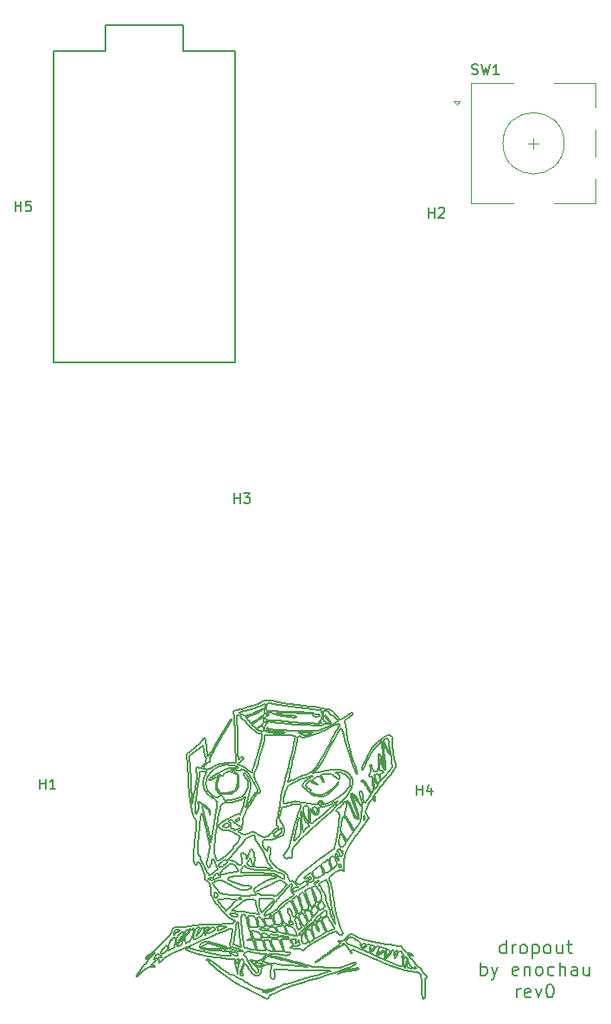
<source format=gbr>
%TF.GenerationSoftware,KiCad,Pcbnew,(5.1.7)-1*%
%TF.CreationDate,2020-12-04T00:36:09-08:00*%
%TF.ProjectId,dropout-microusb,64726f70-6f75-4742-9d6d-6963726f7573,rev?*%
%TF.SameCoordinates,Original*%
%TF.FileFunction,Legend,Top*%
%TF.FilePolarity,Positive*%
%FSLAX46Y46*%
G04 Gerber Fmt 4.6, Leading zero omitted, Abs format (unit mm)*
G04 Created by KiCad (PCBNEW (5.1.7)-1) date 2020-12-04 00:36:09*
%MOMM*%
%LPD*%
G01*
G04 APERTURE LIST*
%ADD10C,0.200000*%
%ADD11C,0.150000*%
%ADD12C,0.120000*%
G04 APERTURE END LIST*
D10*
X139976786Y-140871008D02*
X139729811Y-140982901D01*
X147036911Y-140519446D02*
X147036911Y-140501535D01*
X140797511Y-140824621D02*
X140871611Y-140814848D01*
X146516111Y-139757723D02*
X146516111Y-139793123D01*
X139849436Y-141022373D02*
X139877861Y-141006503D01*
X139641086Y-141085036D02*
X139641086Y-141085036D01*
X147130436Y-140397368D02*
X147154136Y-140397368D01*
X140828411Y-140657791D02*
X140708786Y-140679353D01*
X139729811Y-140982901D02*
X139641086Y-141059400D01*
X141693911Y-140571526D02*
X141713486Y-140540603D01*
X147225386Y-140425853D02*
X147289211Y-140485673D01*
X147064211Y-140425853D02*
X147113786Y-140397368D01*
X141353411Y-140724113D02*
X141548711Y-140667548D01*
X140214011Y-140915363D02*
X140493986Y-140864086D01*
X139702136Y-141084631D02*
X139820561Y-141037831D01*
X146370461Y-139511956D02*
X146391161Y-139529858D01*
X147304661Y-140514151D02*
X147293261Y-140573153D01*
X147084911Y-140573153D02*
X147036911Y-140519446D01*
X140828411Y-140657791D02*
X140828411Y-140657791D01*
X147036911Y-140501535D02*
X147036911Y-140482411D01*
X141141311Y-140599598D02*
X140906486Y-140643143D01*
X141646286Y-140519851D02*
X141540911Y-140530831D01*
X141651611Y-140616286D02*
X141662111Y-140605298D01*
X147203786Y-140605703D02*
X147174011Y-140605703D01*
X141375686Y-140557291D02*
X141141311Y-140599598D01*
X141700436Y-140523098D02*
X141646286Y-140519851D01*
X141540911Y-140530831D02*
X141375686Y-140557291D01*
X141713486Y-140540603D02*
X141700436Y-140523098D01*
X141635636Y-140631743D02*
X141651611Y-140616286D01*
X141548711Y-140667548D02*
X141635636Y-140631743D01*
X141093236Y-140778638D02*
X141353411Y-140724113D01*
X140493986Y-140864086D02*
X140721386Y-140832353D01*
X147289211Y-140485673D02*
X147297311Y-140501535D01*
X147226061Y-140605703D02*
X147203786Y-140605703D01*
X146391161Y-139529858D02*
X146474186Y-139652341D01*
X147113786Y-140397368D02*
X147130436Y-140397368D01*
X147293261Y-140573153D02*
X147226061Y-140605703D01*
X147297311Y-140501535D02*
X147304661Y-140514151D01*
X141662111Y-140605298D02*
X141693911Y-140571526D01*
X140721386Y-140832353D02*
X140797511Y-140824621D01*
X139988561Y-140970691D02*
X140214011Y-140915363D01*
X147297311Y-140501535D02*
X147297311Y-140501535D01*
X146342336Y-139483883D02*
X146370461Y-139511956D01*
X147036911Y-140482411D02*
X147064211Y-140425853D01*
X139641086Y-141059400D02*
X139641086Y-141085036D01*
X146474186Y-139652341D02*
X146516111Y-139757723D01*
X140708786Y-140679353D02*
X140352761Y-140759513D01*
X139877861Y-141006503D02*
X139988561Y-140970691D01*
X140352761Y-140759513D02*
X139976786Y-140871008D01*
X147154136Y-140397368D02*
X147225386Y-140425853D01*
X147174011Y-140605703D02*
X147084911Y-140573153D01*
X139820561Y-141037831D02*
X139849436Y-141022373D01*
X140871611Y-140814848D02*
X141093236Y-140778638D01*
X146516111Y-139793123D02*
X146516111Y-139793123D01*
X140906486Y-140643143D02*
X140828411Y-140657791D01*
X139641086Y-141085036D02*
X139702136Y-141084631D01*
X145474436Y-138907703D02*
X145474436Y-138934561D01*
X141991436Y-138432443D02*
X141944111Y-138347401D01*
X146099411Y-140109691D02*
X146107961Y-139784985D01*
X146177111Y-140501535D02*
X146129561Y-140385166D01*
X142059311Y-138169996D02*
X142185011Y-138145988D01*
X146333786Y-140115795D02*
X146281736Y-140371328D01*
X145474436Y-138934561D02*
X145441886Y-139015538D01*
X145441886Y-139015538D02*
X145383311Y-139126216D01*
X146735036Y-140282618D02*
X146761061Y-140325758D01*
X146391161Y-140053538D02*
X146380586Y-139616123D01*
X146432261Y-140371328D02*
X146393561Y-140115795D01*
X142349411Y-138196853D02*
X142349411Y-138209873D01*
X142203761Y-138407618D02*
X142180586Y-138427561D01*
X146578361Y-139990883D02*
X146703686Y-140232983D01*
X146505461Y-140501535D02*
X146487236Y-140501535D01*
X145352336Y-138834871D02*
X145370261Y-138834871D01*
X146625161Y-140521065D02*
X146535236Y-140501535D01*
X146776511Y-140564206D02*
X146752886Y-140556061D01*
X145370261Y-138834871D02*
X145389011Y-138834871D01*
X145474436Y-138894683D02*
X145474436Y-138907703D01*
X146795261Y-140571931D02*
X146776511Y-140564206D01*
X145370261Y-139147373D02*
X145354436Y-139170570D01*
X145474436Y-138907703D02*
X145474436Y-138907703D01*
X145298711Y-138902416D02*
X145352336Y-138834871D01*
X145286786Y-139226715D02*
X145266086Y-139104638D01*
X142299386Y-138158603D02*
X142349411Y-138196853D01*
X146856311Y-140587388D02*
X146795261Y-140571931D01*
X145266086Y-139023263D02*
X145298711Y-138902416D01*
X145383311Y-139126216D02*
X145370261Y-139147373D01*
X141974186Y-138230618D02*
X141986486Y-138209873D01*
X141958811Y-138254633D02*
X141974186Y-138230618D01*
X146238611Y-139419593D02*
X146342336Y-139483883D01*
X146836286Y-140458403D02*
X146876636Y-140556061D01*
X146516111Y-139793123D02*
X146516111Y-139842361D01*
X146173061Y-139493641D02*
X146238611Y-139419593D01*
X146339111Y-140053538D02*
X146333786Y-140115795D01*
X146380586Y-139616123D02*
X146339111Y-140053538D01*
X145389011Y-138834871D02*
X145445561Y-138855623D01*
X146487236Y-140501535D02*
X146432261Y-140371328D01*
X141944111Y-138347401D02*
X141958811Y-138254633D01*
X142086911Y-138460516D02*
X141991436Y-138432443D01*
X146535236Y-140501535D02*
X146505461Y-140501535D01*
X146876636Y-140556061D02*
X146856311Y-140587388D01*
X146761061Y-140325758D02*
X146836286Y-140458403D01*
X145445561Y-138855623D02*
X145474436Y-138894683D01*
X145266086Y-139063951D02*
X145266086Y-139023263D01*
X145354436Y-139170570D02*
X145286786Y-139226715D01*
X142224536Y-138391756D02*
X142203761Y-138407618D01*
X142349411Y-138209873D02*
X142349411Y-138209873D01*
X141986486Y-138209873D02*
X142059311Y-138169996D01*
X146516111Y-139842361D02*
X146578361Y-139990883D01*
X146162111Y-139522538D02*
X146173061Y-139493641D01*
X146129561Y-140385166D02*
X146099411Y-140109691D01*
X146281736Y-140371328D02*
X146214911Y-140501535D01*
X142185011Y-138145988D02*
X142299386Y-138158603D01*
X146137661Y-139583565D02*
X146162111Y-139522538D01*
X146393561Y-140115795D02*
X146391161Y-140053538D01*
X146214911Y-140501535D02*
X146192936Y-140501535D01*
X142180586Y-138427561D02*
X142086911Y-138460516D01*
X146107961Y-139784985D02*
X146137661Y-139583565D01*
X146192936Y-140501535D02*
X146177111Y-140501535D01*
X146752886Y-140556061D02*
X146625161Y-140521065D01*
X145266086Y-139104638D02*
X145266086Y-139063951D01*
X146703686Y-140232983D02*
X146735036Y-140282618D01*
X145979861Y-140014478D02*
X145989536Y-140195138D01*
X143896061Y-138904861D02*
X143859836Y-138939038D01*
X142307561Y-138300608D02*
X142224536Y-138391756D01*
X142349411Y-138232246D02*
X142307561Y-138300608D01*
X140854436Y-137480701D02*
X140880461Y-137480701D01*
X142349411Y-138209873D02*
X142349411Y-138232246D01*
X143557961Y-138866206D02*
X143536736Y-138920723D01*
X141422561Y-137761868D02*
X141422561Y-137761868D01*
X145874036Y-140346503D02*
X145705961Y-140319653D01*
X141372011Y-137733796D02*
X141422561Y-137761868D01*
X140892761Y-137480701D02*
X140929736Y-137502263D01*
X145948886Y-139693838D02*
X145953761Y-139761788D01*
X140689661Y-138194003D02*
X140456111Y-138030016D01*
X145989536Y-140195138D02*
X145961486Y-140305411D01*
X140456111Y-138030016D02*
X140421536Y-137861978D01*
X142139861Y-138774653D02*
X141759386Y-138606601D01*
X140880461Y-137480701D02*
X140892761Y-137480701D01*
X145953386Y-139286933D02*
X145937861Y-139332098D01*
X142414961Y-138904051D02*
X142139861Y-138774653D01*
X143599436Y-139188870D02*
X143651486Y-138824288D01*
X145436186Y-140226068D02*
X145043036Y-140067368D01*
X141200786Y-138387683D02*
X141130736Y-138366121D01*
X145043036Y-140067368D02*
X144639836Y-139900141D01*
X140776286Y-137540513D02*
X140854436Y-137480701D01*
X143098136Y-139216141D02*
X142826711Y-139099763D01*
X143375261Y-139298326D02*
X143370386Y-139303621D01*
X141408236Y-138464183D02*
X141200786Y-138387683D01*
X143440361Y-139158766D02*
X143375261Y-139298326D01*
X143474486Y-139428541D02*
X143797136Y-139178700D01*
X144120236Y-138810046D02*
X144044486Y-138798248D01*
X141220286Y-137652008D02*
X141372011Y-137733796D01*
X141049736Y-137562496D02*
X141220286Y-137652008D01*
X144505586Y-139845203D02*
X143474486Y-139428541D01*
X143370386Y-139303621D02*
X143365061Y-139308503D01*
X144025061Y-138964673D02*
X144120236Y-138851558D01*
X140929736Y-137502263D02*
X141049736Y-137562496D01*
X140578586Y-137678453D02*
X140614811Y-137652413D01*
X141759386Y-138606601D02*
X141408236Y-138464183D01*
X141018461Y-138329093D02*
X140689661Y-138194003D01*
X143651486Y-138824288D02*
X143714186Y-138470288D01*
X143797136Y-139178700D02*
X143841536Y-139142078D01*
X143536736Y-138920723D02*
X143440361Y-139158766D01*
X145937861Y-139332098D02*
X145937861Y-139489988D01*
X142585061Y-138988276D02*
X142505636Y-138949621D01*
X140531786Y-137714671D02*
X140578586Y-137678453D01*
X140421536Y-137861978D02*
X140531786Y-137714671D01*
X143841536Y-139142078D02*
X144025061Y-138964673D01*
X142826711Y-139099763D02*
X142585061Y-138988276D01*
X145937861Y-139489988D02*
X145948886Y-139693838D01*
X143289311Y-139287758D02*
X143098136Y-139216141D01*
X142505636Y-138949621D02*
X142414961Y-138904051D01*
X144120236Y-138814118D02*
X144120236Y-138810046D01*
X145961486Y-140305411D02*
X145874036Y-140346503D01*
X145953761Y-139761788D02*
X145959386Y-139824863D01*
X144639836Y-139900141D02*
X144505586Y-139845203D01*
X140614811Y-137652413D02*
X140776286Y-137540513D01*
X141130736Y-138366121D02*
X141018461Y-138329093D01*
X145959386Y-139824863D02*
X145979861Y-140014478D01*
X144044486Y-138798248D02*
X143896061Y-138904861D01*
X143859836Y-138939038D02*
X143599436Y-139188870D01*
X143714186Y-138470288D02*
X143557961Y-138866206D01*
X144120236Y-138851558D02*
X144120236Y-138814118D01*
X145705961Y-140319653D02*
X145436186Y-140226068D01*
X143365061Y-139308503D02*
X143289311Y-139287758D01*
X144333461Y-139564035D02*
X144381086Y-139537591D01*
X144370061Y-139058663D02*
X144377861Y-138851558D01*
X146034311Y-139486321D02*
X145996511Y-139388258D01*
X144247661Y-138939848D02*
X144224036Y-139204343D01*
X143224211Y-138678623D02*
X143474486Y-138407618D01*
X146079911Y-139506256D02*
X146064011Y-139536368D01*
X144381086Y-139537591D02*
X144470111Y-139466791D01*
X144470111Y-139466791D02*
X144573911Y-139364243D01*
X145786061Y-138912593D02*
X145874411Y-138977288D01*
X146088761Y-139397206D02*
X146087261Y-139424475D01*
X144300161Y-139564035D02*
X144317936Y-139564035D01*
X144151586Y-138585038D02*
X144258161Y-138610673D01*
X144328136Y-139341465D02*
X144351011Y-139172191D01*
X145602536Y-139004138D02*
X145698161Y-138907703D01*
X144984911Y-138712388D02*
X145056086Y-138801098D01*
X144567011Y-139238926D02*
X144505586Y-139303621D01*
X146091311Y-139368316D02*
X146088761Y-139397206D01*
X146042036Y-139191316D02*
X146091311Y-139368316D01*
X145056086Y-138801098D02*
X145133486Y-139002518D01*
X145182686Y-139251541D02*
X145214036Y-139616123D01*
X145214036Y-139616123D02*
X145463786Y-139220206D01*
X144682511Y-139242181D02*
X144785111Y-139112791D01*
X144953561Y-138780758D02*
X144984911Y-138712388D01*
X144871811Y-138988276D02*
X144931211Y-138880853D01*
X143474486Y-138407618D02*
X144151586Y-138585038D01*
X144247661Y-139453358D02*
X144300161Y-139564035D01*
X144953561Y-138803536D02*
X144953561Y-138780758D01*
X143177036Y-138728671D02*
X143224211Y-138678623D01*
X144573911Y-139364243D02*
X144682511Y-139242181D01*
X144317936Y-138782791D02*
X144287411Y-138802726D01*
X144322886Y-138779941D02*
X144317936Y-138782791D01*
X145901711Y-139001701D02*
X145930136Y-139024891D01*
X145463786Y-139220206D02*
X145497236Y-139165276D01*
X144574286Y-138708736D02*
X144761936Y-138842603D01*
X145996511Y-139388258D02*
X145984661Y-139355701D01*
X146064011Y-139536368D02*
X146034311Y-139486321D01*
X145930136Y-139024891D02*
X146042036Y-139191316D01*
X145133486Y-139002518D02*
X145176611Y-139188466D01*
X145874411Y-138977288D02*
X145901711Y-139001701D01*
X144377861Y-138851558D02*
X144322886Y-138779941D01*
X144359936Y-139116038D02*
X144370061Y-139058663D01*
X145497236Y-139165276D02*
X145602536Y-139004138D01*
X145176611Y-139188466D02*
X145182686Y-139251541D01*
X144953561Y-138822661D02*
X144953561Y-138803536D01*
X144785111Y-139112791D02*
X144871811Y-138988276D01*
X144390461Y-139417546D02*
X144335186Y-139436266D01*
X144761936Y-138842603D02*
X144733061Y-139026923D01*
X144335186Y-139436266D02*
X144328136Y-139341465D01*
X144317936Y-139564035D02*
X144333461Y-139564035D01*
X144287411Y-138802726D02*
X144247661Y-138939848D01*
X142797836Y-138852781D02*
X142879211Y-138924391D01*
X142879211Y-138924391D02*
X143020811Y-138865388D01*
X145979036Y-139337798D02*
X145953386Y-139286933D01*
X144224036Y-139204343D02*
X144247661Y-139453358D01*
X144351011Y-139172191D02*
X144359936Y-139116038D01*
X144477536Y-139332916D02*
X144390461Y-139417546D01*
X143020811Y-138865388D02*
X143177036Y-138728671D01*
X144505586Y-139303621D02*
X144477536Y-139332916D01*
X144733061Y-139026923D02*
X144567011Y-139238926D01*
X144258161Y-138610673D02*
X144574286Y-138708736D01*
X145984661Y-139355701D02*
X145979036Y-139337798D01*
X146087261Y-139424475D02*
X146079911Y-139506256D01*
X144931211Y-138880853D02*
X144953561Y-138822661D01*
X145698161Y-138907703D02*
X145786061Y-138912593D01*
X141863186Y-138106110D02*
X141886361Y-138164701D01*
X146862311Y-139186433D02*
X146695586Y-139091213D01*
X142775036Y-138698153D02*
X142797836Y-138852781D01*
X142776686Y-138647288D02*
X142775036Y-138698153D01*
X145891061Y-138459706D02*
X145891061Y-138447496D01*
X141900236Y-138476798D02*
X141984386Y-138584213D01*
X142026011Y-137713050D02*
X141628361Y-137534821D01*
X142786811Y-138366121D02*
X142776686Y-138647288D01*
X145113086Y-138285151D02*
X144743561Y-138235103D01*
X142859636Y-138626535D02*
X142786811Y-138366121D01*
X142932986Y-138876368D02*
X142859636Y-138626535D01*
X145790561Y-138411690D02*
X145517111Y-138351473D01*
X143109911Y-138626535D02*
X142932986Y-138876368D01*
X146560886Y-139043206D02*
X146516111Y-139043206D01*
X146516111Y-139043206D02*
X146471711Y-139043206D01*
X142861736Y-138272941D02*
X142911686Y-138282706D01*
X143286911Y-138366121D02*
X143109911Y-138626535D01*
X142911686Y-138282706D02*
X143286911Y-138366121D01*
X142709936Y-138252601D02*
X142861736Y-138272941D01*
X141880661Y-138178538D02*
X141867686Y-138213946D01*
X140922461Y-137168206D02*
X140905361Y-137168206D01*
X144350186Y-138192368D02*
X143542886Y-138083738D01*
X141457511Y-137431058D02*
X141313061Y-137348056D01*
X142380761Y-138418201D02*
X142400261Y-138390128D01*
X145891061Y-138447496D02*
X145790561Y-138411690D01*
X142099661Y-138626535D02*
X142133411Y-138626535D01*
X142070636Y-138626535D02*
X142099661Y-138626535D01*
X145891061Y-138499996D02*
X145891061Y-138459706D01*
X140738486Y-137290276D02*
X140589536Y-137422921D01*
X141621086Y-137886788D02*
X141772436Y-138005206D01*
X141002936Y-137191808D02*
X140942336Y-137168206D01*
X142572011Y-138260738D02*
X142709936Y-138252601D01*
X140854436Y-137200756D02*
X140738486Y-137290276D01*
X142133411Y-138626535D02*
X142235861Y-138565103D01*
X140422361Y-137584868D02*
X140422361Y-137584868D01*
X142470686Y-138313223D02*
X142572011Y-138260738D01*
X142400261Y-138390128D02*
X142470686Y-138313223D01*
X141867686Y-138213946D02*
X141860336Y-138331943D01*
X140589536Y-137422921D02*
X140463461Y-137543775D01*
X146695586Y-139091213D02*
X146560886Y-139043206D01*
X141139286Y-137255273D02*
X141002936Y-137191808D01*
X143542886Y-138083738D02*
X142691636Y-137918123D01*
X141984386Y-138584213D02*
X142070636Y-138626535D01*
X141313061Y-137348056D02*
X141139286Y-137255273D01*
X141505436Y-137459956D02*
X141457511Y-137431058D01*
X142359611Y-138446686D02*
X142380761Y-138418201D01*
X140463461Y-137543775D02*
X140422361Y-137584868D01*
X141772436Y-138005206D02*
X141863186Y-138106110D01*
X144620336Y-138220456D02*
X144350186Y-138192368D01*
X146471711Y-139043206D02*
X146339111Y-138975256D01*
X146339111Y-138975256D02*
X146133161Y-138813713D01*
X146133161Y-138813713D02*
X145962311Y-138621248D01*
X142691636Y-137918123D02*
X142026011Y-137713050D01*
X141472961Y-137790766D02*
X141621086Y-137886788D01*
X140905361Y-137168206D02*
X140854436Y-137200756D01*
X144743561Y-138235103D02*
X144620336Y-138220456D01*
X145962311Y-138621248D02*
X145891061Y-138499996D01*
X140942336Y-137168206D02*
X140922461Y-137168206D01*
X145517111Y-138351473D02*
X145113086Y-138285151D01*
X141886361Y-138164701D02*
X141880661Y-138178538D01*
X141628361Y-137534821D02*
X141505436Y-137459956D01*
X141860336Y-138331943D02*
X141900236Y-138476798D01*
X141422561Y-137761868D02*
X141472961Y-137790766D01*
X142235861Y-138565103D02*
X142359611Y-138446686D01*
X147838511Y-142170638D02*
X147846611Y-142496573D01*
X147844211Y-140640691D02*
X147801086Y-140605703D01*
X146891261Y-139210036D02*
X146862311Y-139186433D01*
X146916536Y-139229978D02*
X146891261Y-139210036D01*
X146986886Y-139297516D02*
X146916536Y-139229978D01*
X147532961Y-140386786D02*
X147301811Y-140148353D01*
X148166486Y-142661371D02*
X148161986Y-142532791D01*
X148015886Y-143522371D02*
X148037111Y-143522371D01*
X147852311Y-142721588D02*
X147868136Y-143069489D01*
X146971811Y-139324373D02*
X146986886Y-139297516D01*
X147682661Y-141095206D02*
X147694136Y-141109441D01*
X147805136Y-141420728D02*
X147818561Y-141594878D01*
X146835161Y-139288973D02*
X146971811Y-139324373D01*
X147846611Y-142496573D02*
X147849536Y-142605623D01*
X146634086Y-139214911D02*
X146835161Y-139288973D01*
X146568161Y-139188870D02*
X146634086Y-139214911D01*
X147727436Y-141153796D02*
X147761186Y-141216871D01*
X147574811Y-141025621D02*
X147661886Y-141072016D01*
X147786836Y-140605703D02*
X147765686Y-140605703D01*
X148292261Y-141485018D02*
X148334561Y-141450436D01*
X147899936Y-143349031D02*
X147953261Y-143485749D01*
X148122161Y-143487784D02*
X148165661Y-143347810D01*
X148154636Y-142046131D02*
X148168511Y-141734446D01*
X146564111Y-139187243D02*
X146568161Y-139188870D01*
X146540036Y-139216951D02*
X146564111Y-139187243D01*
X147036911Y-139855785D02*
X146973461Y-139785391D01*
X146618561Y-139350413D02*
X146540036Y-139216951D01*
X147101636Y-139929840D02*
X147036911Y-139855785D01*
X148274711Y-141287266D02*
X148183136Y-141180653D01*
X147870236Y-140730623D02*
X147870236Y-140707838D01*
X148255136Y-141498443D02*
X148276286Y-141491123D01*
X146973461Y-139785391D02*
X146789111Y-139569736D01*
X148334936Y-141385733D02*
X148274711Y-141287266D01*
X147301811Y-140148353D02*
X147101636Y-139929840D01*
X148112336Y-141105383D02*
X147952061Y-140903558D01*
X147703361Y-140547113D02*
X147532961Y-140386786D01*
X147765686Y-140605703D02*
X147703361Y-140547113D01*
X147870236Y-140707838D02*
X147844211Y-140640691D01*
X148183136Y-141180653D02*
X148151411Y-141147286D01*
X148207136Y-141561518D02*
X148255136Y-141498443D01*
X148168511Y-141734446D02*
X148207136Y-141561518D01*
X148165661Y-143347810D02*
X148175861Y-143047518D01*
X147761186Y-141216871D02*
X147786386Y-141300286D01*
X147661886Y-141072016D02*
X147682661Y-141095206D01*
X148158761Y-142411118D02*
X148154636Y-142046131D01*
X147870236Y-140773755D02*
X147870236Y-140730623D01*
X148151411Y-141147286D02*
X148112336Y-141105383D01*
X148334561Y-141450436D02*
X148334936Y-141385733D01*
X147786386Y-141300286D02*
X147805136Y-141420728D01*
X148058261Y-143522371D02*
X148122161Y-143487784D01*
X147385661Y-140960933D02*
X147574811Y-141025621D01*
X148175861Y-143047518D02*
X148166486Y-142661371D01*
X147849536Y-142605623D02*
X147852311Y-142721588D01*
X147818561Y-141594878D02*
X147829136Y-141839423D01*
X148276286Y-141491123D02*
X148292261Y-141485018D01*
X148037111Y-143522371D02*
X148058261Y-143522371D01*
X147694136Y-141109441D02*
X147727436Y-141153796D01*
X147829136Y-141839423D02*
X147838511Y-142170638D01*
X147953261Y-143485749D02*
X148015886Y-143522371D01*
X147801086Y-140605703D02*
X147786836Y-140605703D01*
X148161986Y-142532791D02*
X148158761Y-142411118D01*
X147952061Y-140903558D02*
X147870236Y-140773755D01*
X147868136Y-143069489D02*
X147899936Y-143349031D01*
X146789111Y-139569736D02*
X146618561Y-139350413D01*
X140638361Y-138595201D02*
X140672111Y-138647288D01*
X140117561Y-138222893D02*
X140109836Y-138209873D01*
X146807861Y-140866118D02*
X146887511Y-140873041D01*
X146658911Y-140851478D02*
X146807861Y-140866118D01*
X140213561Y-138126046D02*
X140301911Y-138170401D01*
X140672111Y-138647288D02*
X140710061Y-138709950D01*
X137453561Y-139920488D02*
X137453561Y-139939201D01*
X140710061Y-138709950D02*
X140833286Y-138892651D01*
X144016061Y-139980706D02*
X144243611Y-140080801D01*
X146214536Y-140780266D02*
X146658911Y-140851478D01*
X145626611Y-140626456D02*
X146214536Y-140780266D01*
X140341811Y-138199291D02*
X140469086Y-138355538D01*
X140037011Y-138314041D02*
X140055686Y-138314041D01*
X143527886Y-139765456D02*
X143894036Y-139926181D01*
X140984636Y-138730703D02*
X141011486Y-138730703D01*
X138962336Y-138980536D02*
X139274861Y-138766508D01*
X144931211Y-140370923D02*
X145626611Y-140626456D01*
X142066586Y-139144523D02*
X142530011Y-139337798D01*
X141011486Y-138730703D02*
X141092936Y-138761228D01*
X141656936Y-138977693D02*
X142066586Y-139144523D01*
X140945561Y-139024891D02*
X140991611Y-139028153D01*
X138046811Y-139477373D02*
X137738411Y-139703191D01*
X137469011Y-139956286D02*
X137519486Y-139944076D01*
X140972861Y-138730703D02*
X140984636Y-138730703D01*
X140966786Y-138920723D02*
X140953811Y-138886951D01*
X140328761Y-138189121D02*
X140341811Y-138199291D01*
X140937836Y-138777495D02*
X140972861Y-138730703D01*
X140833286Y-138892651D02*
X140945561Y-139024891D01*
X140089511Y-138137446D02*
X140129411Y-138109373D01*
X140100461Y-138194003D02*
X140089511Y-138137446D01*
X137746586Y-139816321D02*
X137934086Y-139694243D01*
X144243611Y-140080801D02*
X144931211Y-140370923D01*
X142530011Y-139337798D02*
X143024861Y-139547753D01*
X138485036Y-139316235D02*
X138766286Y-139119300D01*
X141324836Y-138846676D02*
X141656936Y-138977693D01*
X141092936Y-138761228D02*
X141324836Y-138846676D01*
X140945561Y-138865801D02*
X140937836Y-138777495D01*
X140991611Y-139028153D02*
X140966786Y-138920723D01*
X140109836Y-138209873D02*
X140100461Y-138194003D01*
X140112236Y-138281483D02*
X140117561Y-138222893D01*
X137609861Y-139898506D02*
X137746586Y-139816321D01*
X137738411Y-139703191D02*
X137530061Y-139864733D01*
X140469086Y-138355538D02*
X140638361Y-138595201D01*
X137519486Y-139944076D02*
X137609861Y-139898506D01*
X137453561Y-139943265D02*
X137469011Y-139956286D01*
X139902761Y-138372226D02*
X140003261Y-138314041D01*
X138766286Y-139119300D02*
X138859811Y-139053788D01*
X140003261Y-138314041D02*
X140037011Y-138314041D01*
X140129411Y-138109373D02*
X140213561Y-138126046D01*
X138328061Y-139276358D02*
X138046811Y-139477373D01*
X143024861Y-139547753D02*
X143527886Y-139765456D01*
X147126011Y-140905996D02*
X147385661Y-140960933D01*
X137530061Y-139864733D02*
X137453561Y-139920488D01*
X140301911Y-138170401D02*
X140328761Y-138189121D01*
X140055686Y-138314041D02*
X140112236Y-138281483D01*
X139635761Y-138531316D02*
X139902761Y-138372226D01*
X139274861Y-138766508D02*
X139635761Y-138531316D01*
X137934086Y-139694243D02*
X138178661Y-139528643D01*
X138859811Y-139053788D02*
X138962336Y-138980536D01*
X138178661Y-139528643D02*
X138485036Y-139316235D01*
X137453561Y-139939201D02*
X137453561Y-139943265D01*
X146887511Y-140873041D02*
X147126011Y-140905996D01*
X140953811Y-138886951D02*
X140945561Y-138865801D01*
X143894036Y-139926181D02*
X144016061Y-139980706D01*
X133310186Y-142622715D02*
X133409861Y-142595453D01*
X133388261Y-142655266D02*
X133267436Y-142718333D01*
X124029513Y-137918933D02*
X123965223Y-138083326D01*
X133450886Y-142611323D02*
X133388261Y-142655266D01*
X132422261Y-142897371D02*
X132393761Y-142885977D01*
X133099286Y-142793204D02*
X133099286Y-142793204D01*
X124427463Y-137402581D02*
X124422168Y-137387123D01*
X124016088Y-138237541D02*
X124016088Y-138220456D01*
X132510986Y-142794425D02*
X132557786Y-142793204D01*
X133444811Y-142595453D02*
X133450886Y-142611323D01*
X133409861Y-142595453D02*
X133443161Y-142595453D01*
X124420541Y-137382638D02*
X124386363Y-137378978D01*
X124016088Y-138220456D02*
X124016088Y-138176911D01*
X132705911Y-142927075D02*
X132463811Y-142915274D01*
X132393761Y-142885977D02*
X132309911Y-142847322D01*
X123933888Y-138263176D02*
X123943256Y-138272536D01*
X124318001Y-137441641D02*
X124225638Y-137562496D01*
X133101836Y-142702058D02*
X133130636Y-142689038D01*
X124206108Y-137842853D02*
X124235006Y-137803786D01*
X132370961Y-142802156D02*
X132510986Y-142794425D01*
X133130636Y-142689038D02*
X133159136Y-142676018D01*
X133267436Y-142718333D02*
X133141586Y-142775300D01*
X133141586Y-142775300D02*
X133099286Y-142793204D01*
X124386363Y-137378978D02*
X124318001Y-137441641D01*
X132463811Y-142915274D02*
X132422261Y-142897371D01*
X124422168Y-137387123D02*
X124420541Y-137382638D01*
X124082411Y-138047108D02*
X124206108Y-137842853D01*
X133443161Y-142595453D02*
X133444811Y-142595453D01*
X123965223Y-138083326D02*
X123933888Y-138206611D01*
X124265921Y-137761868D02*
X124383108Y-137555986D01*
X124120256Y-137730541D02*
X124095836Y-137776516D01*
X133159136Y-142676018D02*
X133310186Y-142622715D01*
X123951791Y-138281078D02*
X123994931Y-138289215D01*
X132290486Y-142817617D02*
X132370961Y-142802156D01*
X132875111Y-142756583D02*
X133101836Y-142702058D01*
X132309911Y-142847322D02*
X132290486Y-142817617D01*
X142158986Y-122372445D02*
X142281536Y-122534070D01*
X142091411Y-122298421D02*
X142158986Y-122372445D01*
X142068236Y-122282971D02*
X142091411Y-122298421D01*
X124016088Y-138176911D02*
X124082411Y-138047108D01*
X124120256Y-137730541D02*
X124120256Y-137730541D01*
X132607061Y-142790356D02*
X132875111Y-142756583D01*
X124145073Y-137687821D02*
X124120256Y-137730541D01*
X124095836Y-137776516D02*
X124029513Y-137918933D01*
X124225638Y-137562496D02*
X124145073Y-137687821D01*
X124383108Y-137555986D02*
X124427463Y-137402581D01*
X124235006Y-137803786D02*
X124265921Y-137761868D01*
X123994931Y-138289215D02*
X124016088Y-138237541D01*
X123943256Y-138272536D02*
X123951791Y-138281078D01*
X123933888Y-138206611D02*
X123933888Y-138263176D01*
X132557786Y-142793204D02*
X132607061Y-142790356D01*
X132070286Y-140444978D02*
X131969036Y-140458403D01*
X132068261Y-140313953D02*
X132078386Y-140342850D01*
X132058886Y-140290763D02*
X132068261Y-140313953D01*
X132135761Y-140238278D02*
X132120386Y-140230538D01*
X132216386Y-140244788D02*
X132135761Y-140238278D01*
X132285536Y-140117423D02*
X132304211Y-140177236D01*
X132505661Y-139561193D02*
X132700961Y-139424475D01*
X129682586Y-139835041D02*
X129672011Y-139806548D01*
X132922361Y-139407788D02*
X132950786Y-139415513D01*
X132464186Y-139605541D02*
X132505661Y-139561193D01*
X129786761Y-139668203D02*
X129816086Y-139668203D01*
X132304211Y-140177236D02*
X132297311Y-140189041D01*
X132200486Y-140084873D02*
X132285536Y-140117423D01*
X133782161Y-139631581D02*
X134113811Y-139714186D01*
X132172436Y-140084873D02*
X132200486Y-140084873D01*
X129953561Y-139728016D02*
X129953561Y-139741036D01*
X132885686Y-139397206D02*
X132922361Y-139407788D01*
X129725336Y-139972568D02*
X129690311Y-139858223D01*
X129905186Y-139688956D02*
X129953561Y-139728016D01*
X129816086Y-139668203D02*
X129905186Y-139688956D01*
X133089236Y-139452548D02*
X133389386Y-139531486D01*
X129921011Y-139848466D02*
X129849386Y-139976633D01*
X129953561Y-139741036D02*
X129953561Y-139741036D01*
X129759086Y-139668203D02*
X129786761Y-139668203D01*
X129676061Y-139708486D02*
X129759086Y-139668203D01*
X129745286Y-140040923D02*
X129725336Y-139972568D01*
X129745286Y-140064121D02*
X129745286Y-140040923D01*
X134224436Y-139741036D02*
X134224436Y-139741036D01*
X133389386Y-139531486D02*
X133782161Y-139631581D01*
X132427511Y-139641758D02*
X132464186Y-139605541D01*
X132249761Y-139913978D02*
X132293261Y-139808588D01*
X129672011Y-139806548D02*
X129676061Y-139708486D01*
X131813186Y-140368066D02*
X131684936Y-140238278D01*
X132950786Y-139415513D02*
X133089236Y-139452548D01*
X129690311Y-139858223D02*
X129682586Y-139835041D01*
X132293261Y-139808588D02*
X132427511Y-139641758D01*
X129953561Y-139741036D02*
X129953561Y-139767893D01*
X133021211Y-142829419D02*
X132705911Y-142927075D01*
X131699636Y-140003078D02*
X131735036Y-140012041D01*
X133099286Y-142793204D02*
X133021211Y-142829419D01*
X132078386Y-140342850D02*
X132070286Y-140444978D01*
X132286736Y-140204498D02*
X132216386Y-140244788D01*
X132172436Y-140084873D02*
X132172436Y-140084873D01*
X132051161Y-140213453D02*
X132058886Y-140290763D01*
X132297311Y-140189041D02*
X132286736Y-140204498D01*
X132120386Y-140084873D02*
X132172436Y-140084873D01*
X131965361Y-140063716D02*
X132120386Y-140084873D01*
X132700961Y-139424475D02*
X132885686Y-139397206D01*
X131768786Y-140022203D02*
X131965361Y-140063716D01*
X129849386Y-139976633D02*
X129777836Y-140067368D01*
X131735036Y-140012041D02*
X131768786Y-140022203D01*
X131592536Y-139979483D02*
X131699636Y-140003078D01*
X134113811Y-139714186D02*
X134224436Y-139741036D01*
X132106886Y-140220781D02*
X132051161Y-140213453D01*
X129745286Y-140064930D02*
X129745286Y-140064121D01*
X129953561Y-139767893D02*
X129921011Y-139848466D01*
X131536811Y-139986811D02*
X131592536Y-139979483D01*
X131558786Y-140051101D02*
X131536811Y-139986811D01*
X131627561Y-140154863D02*
X131558786Y-140051101D01*
X131651636Y-140189041D02*
X131627561Y-140154863D01*
X131684936Y-140238278D02*
X131651636Y-140189041D01*
X131969036Y-140458403D02*
X131813186Y-140368066D01*
X132120386Y-140230538D02*
X132106886Y-140220781D01*
X129777836Y-140067368D02*
X129745286Y-140064930D01*
X135995261Y-140199623D02*
X136672361Y-140397368D01*
X130758461Y-139740226D02*
X130745486Y-139699538D01*
X134912861Y-140261460D02*
X134781536Y-140259023D01*
X122386856Y-139459868D02*
X122380751Y-139459868D01*
X122297336Y-139334956D02*
X122297336Y-139334956D01*
X121939263Y-139164061D02*
X122033253Y-139131091D01*
X122135793Y-139227931D02*
X122268453Y-139319078D01*
X131546636Y-139059473D02*
X131820461Y-139105463D01*
X130492361Y-139079423D02*
X130526486Y-139043206D01*
X132255911Y-139918036D02*
X132249761Y-139913978D01*
X132271286Y-139933508D02*
X132255911Y-139918036D01*
X131287061Y-139001701D02*
X131351261Y-139017975D01*
X132368186Y-139950998D02*
X132271286Y-139933508D01*
X134375336Y-139777253D02*
X135195686Y-139985993D01*
X134553986Y-140252513D02*
X134237411Y-140221186D01*
X131820461Y-139105463D02*
X132074711Y-139135973D01*
X130526486Y-139043206D02*
X130549286Y-139016753D01*
X130745486Y-139699538D02*
X130734836Y-139668203D01*
X135174911Y-140273671D02*
X134912861Y-140261460D01*
X122297336Y-139334956D02*
X122325813Y-139350413D01*
X121813128Y-139313798D02*
X121939263Y-139164061D01*
X130630286Y-138948391D02*
X130758086Y-138912593D01*
X131351261Y-139017975D02*
X131546636Y-139059473D01*
X134697686Y-140263493D02*
X134553986Y-140252513D01*
X130734836Y-139668203D02*
X130650236Y-139502603D01*
X132276611Y-139147373D02*
X132276611Y-139147373D01*
X135901286Y-140173576D02*
X135995261Y-140199623D01*
X133841111Y-140173988D02*
X133410686Y-140117423D01*
X121787088Y-139355701D02*
X121813128Y-139313798D01*
X130515911Y-139345118D02*
X130484186Y-139320713D01*
X122405171Y-139420403D02*
X122386856Y-139459868D01*
X132226061Y-139147373D02*
X132276611Y-139147373D01*
X131205686Y-138982576D02*
X131287061Y-139001701D01*
X132628586Y-139999426D02*
X132368186Y-139950998D01*
X135839036Y-140324535D02*
X135753161Y-140316398D01*
X132991061Y-140056800D02*
X132628586Y-139999426D01*
X121914438Y-139551016D02*
X121849338Y-139574618D01*
X130959836Y-138931711D02*
X131205686Y-138982576D01*
X130539086Y-139363433D02*
X130515911Y-139345118D01*
X122325813Y-139350413D02*
X122405171Y-139420403D01*
X135753161Y-140316398D02*
X135495161Y-140295233D01*
X130549286Y-139016753D02*
X130630286Y-138948391D01*
X130415861Y-139213696D02*
X130492361Y-139079423D01*
X135495161Y-140295233D02*
X135174911Y-140273671D01*
X134224436Y-139741036D02*
X134375336Y-139777253D01*
X122033253Y-139131091D02*
X122036921Y-139136791D01*
X122044646Y-139146968D02*
X122135793Y-139227931D01*
X122138246Y-139481836D02*
X121914438Y-139551016D01*
X133410686Y-140117423D02*
X132991061Y-140056800D01*
X135195686Y-139985993D02*
X135901286Y-140173576D01*
X132074711Y-139135973D02*
X132226061Y-139147373D01*
X121609668Y-139668203D02*
X121787088Y-139355701D01*
X130758086Y-138912593D02*
X130959836Y-138931711D01*
X134237411Y-140221186D02*
X133841111Y-140173988D01*
X130650236Y-139502603D02*
X130539086Y-139363433D01*
X122320128Y-139459868D02*
X122138246Y-139481836D01*
X122268453Y-139319078D02*
X122297336Y-139334956D01*
X134745236Y-140261873D02*
X134697686Y-140263493D01*
X134781536Y-140259023D02*
X134745236Y-140261873D01*
X122380751Y-139459868D02*
X122320128Y-139459868D01*
X136672361Y-140397368D02*
X135839036Y-140324535D01*
X122036921Y-139136791D02*
X122044646Y-139146968D01*
X121849338Y-139574618D02*
X121609668Y-139668203D01*
X130484186Y-139320713D02*
X130415861Y-139213696D01*
X127584986Y-138652576D02*
X127198458Y-138635483D01*
X131068886Y-139713368D02*
X131009561Y-139741036D01*
X131218286Y-139754056D02*
X131068886Y-139713368D01*
X131266286Y-139772371D02*
X131218286Y-139754056D01*
X131346836Y-139803301D02*
X131266286Y-139772371D01*
X131602736Y-139863113D02*
X131346836Y-139803301D01*
X126825746Y-138127673D02*
X127046688Y-138156976D01*
X122922333Y-138585038D02*
X122922333Y-138585038D01*
X127453586Y-138261953D02*
X127453586Y-138261953D01*
X126671118Y-138178133D02*
X126825746Y-138127673D01*
X132329111Y-139565258D02*
X132143486Y-139732493D01*
X131889611Y-139851713D02*
X131602736Y-139863113D01*
X132143486Y-139732493D02*
X131889611Y-139851713D01*
X122692848Y-138978098D02*
X122651336Y-139001701D01*
X132380786Y-139501373D02*
X132329111Y-139565258D01*
X132682661Y-139147373D02*
X132380786Y-139501373D01*
X127351856Y-138235508D02*
X127453586Y-138261953D01*
X122914608Y-138393788D02*
X122923556Y-138537420D01*
X122862521Y-138338453D02*
X122914608Y-138393788D01*
X122299773Y-138942706D02*
X122473121Y-138716873D01*
X122919491Y-138628973D02*
X122845428Y-138824288D01*
X126340308Y-138400703D02*
X126432266Y-138334381D01*
X122743713Y-138421868D02*
X122862521Y-138338453D01*
X122581766Y-139039133D02*
X122360816Y-139127836D01*
X122845428Y-138824288D02*
X122692848Y-138978098D01*
X127713986Y-138657871D02*
X127584986Y-138652576D01*
X127813661Y-138661936D02*
X127713986Y-138657871D01*
X126515681Y-138279863D02*
X126671118Y-138178133D01*
X126432266Y-138334381D02*
X126464006Y-138314041D01*
X126276011Y-138520748D02*
X126273978Y-138468661D01*
X127198458Y-138635483D02*
X126808241Y-138614326D01*
X132276611Y-139147373D02*
X132682661Y-139147373D01*
X131349236Y-140696851D02*
X131200811Y-140493398D01*
X122922333Y-138585038D02*
X122919491Y-138628973D01*
X122923556Y-138537420D02*
X122922333Y-138585038D01*
X126464006Y-138314041D02*
X126515681Y-138279863D01*
X122360816Y-139127836D02*
X122242406Y-139105463D01*
X130812161Y-139857818D02*
X130758461Y-139740226D01*
X130919186Y-140055571D02*
X130812161Y-139857818D01*
X131053061Y-140273266D02*
X130919186Y-140055571D01*
X131653586Y-141022373D02*
X131598311Y-140979638D01*
X131250761Y-140005935D02*
X131307761Y-140053538D01*
X131200811Y-140493398D02*
X131053061Y-140273266D01*
X131843711Y-140932440D02*
X131715011Y-141022373D01*
X131088761Y-139854166D02*
X131250761Y-140005935D01*
X126273978Y-138468661D02*
X126340308Y-138400703D01*
X131486411Y-140865308D02*
X131349236Y-140696851D01*
X127046688Y-138156976D02*
X127351856Y-138235508D01*
X131598311Y-140979638D02*
X131486411Y-140865308D01*
X122473121Y-138716873D02*
X122537006Y-138647288D01*
X131825786Y-140701733D02*
X131843711Y-140932440D01*
X122587053Y-138589508D02*
X122743713Y-138421868D01*
X122651336Y-139001701D02*
X122581766Y-139039133D01*
X126808241Y-138614326D02*
X126531948Y-138589913D01*
X126531948Y-138589913D02*
X126358211Y-138559808D01*
X122242406Y-139105463D02*
X122299773Y-138942706D01*
X131672336Y-141022373D02*
X131653586Y-141022373D01*
X131715011Y-141022373D02*
X131672336Y-141022373D01*
X131639861Y-140389238D02*
X131825786Y-140701733D01*
X131398061Y-140128006D02*
X131639861Y-140389238D01*
X126358211Y-138559808D02*
X126276011Y-138520748D01*
X131307761Y-140053538D02*
X131398061Y-140128006D01*
X131009561Y-139741036D02*
X131088761Y-139854166D01*
X122537006Y-138647288D02*
X122587053Y-138589508D01*
X131674736Y-138504061D02*
X131623886Y-138274568D01*
X131807411Y-138786451D02*
X131732561Y-138698558D01*
X133391111Y-138886951D02*
X133289336Y-138882878D01*
X132097961Y-138834871D02*
X131937611Y-138825518D01*
X132889811Y-137829420D02*
X132974411Y-137903881D01*
X132537011Y-138303451D02*
X132370136Y-137793203D01*
X133153886Y-138412913D02*
X133182761Y-138470288D01*
X131819186Y-137793203D02*
X131870036Y-137793203D01*
X132401486Y-138334786D02*
X132547136Y-138834871D01*
X131692211Y-138582585D02*
X131682986Y-138543120D01*
X128113136Y-138674551D02*
X127813661Y-138661936D01*
X132974411Y-137981603D02*
X133035461Y-138140693D01*
X128410211Y-138685538D02*
X128113136Y-138674551D01*
X127531736Y-138279863D02*
X127993961Y-138404776D01*
X128729636Y-138685133D02*
X128612861Y-138689206D01*
X133182761Y-138470288D02*
X133202636Y-138510571D01*
X131870036Y-137793203D02*
X131936411Y-137793203D01*
X131623886Y-138274568D02*
X131567786Y-138056056D01*
X132558986Y-138372631D02*
X132537011Y-138303451D01*
X133374386Y-138853996D02*
X133391111Y-138886951D01*
X132135761Y-137799713D02*
X132245261Y-137810295D01*
X131732561Y-138698558D02*
X131692211Y-138582585D01*
X133035461Y-138140693D02*
X133153886Y-138412913D01*
X128767886Y-138671296D02*
X128729636Y-138685133D01*
X131567786Y-138056056D02*
X131557511Y-138022291D01*
X133329611Y-138764476D02*
X133374386Y-138853996D01*
X128430161Y-138540278D02*
X128495261Y-138563873D01*
X132633761Y-138578528D02*
X132558986Y-138372631D01*
X131531486Y-137898586D02*
X131561711Y-137829420D01*
X132386411Y-138286373D02*
X132401486Y-138334786D01*
X133391111Y-138886951D02*
X133391111Y-138886951D01*
X133263311Y-138631831D02*
X133329611Y-138764476D01*
X132974411Y-137928706D02*
X132974411Y-137981603D01*
X128642561Y-138611888D02*
X128736161Y-138647288D01*
X132998786Y-138850733D02*
X132855986Y-138820223D01*
X132245261Y-137813956D02*
X132245261Y-137813956D01*
X131937611Y-138825518D02*
X131807411Y-138786451D01*
X131548661Y-137992186D02*
X131531486Y-137898586D01*
X132547136Y-138834871D02*
X132151736Y-138834871D01*
X133391111Y-138886951D02*
X133391111Y-138886951D01*
X128736161Y-138647288D02*
X128767886Y-138671296D01*
X131936411Y-137793203D02*
X132135761Y-137799713D01*
X131667461Y-137799308D02*
X131819186Y-137793203D01*
X127453586Y-138261953D02*
X127531736Y-138279863D01*
X132370136Y-137793203D02*
X132672536Y-137793203D01*
X131682986Y-138543120D02*
X131674736Y-138504061D01*
X132726611Y-137793203D02*
X132889811Y-137829420D01*
X133047236Y-138855623D02*
X132998786Y-138850733D01*
X128612861Y-138689206D02*
X128410211Y-138685538D01*
X127993961Y-138404776D02*
X128430161Y-138540278D01*
X133202636Y-138510571D02*
X133263311Y-138631831D01*
X132729386Y-138739650D02*
X132633761Y-138578528D01*
X132245261Y-137810295D02*
X132245261Y-137813956D01*
X133094036Y-138860506D02*
X133047236Y-138855623D01*
X131557511Y-138022291D02*
X131548661Y-137992186D01*
X132151736Y-138834871D02*
X132097961Y-138834871D01*
X132974411Y-137903881D02*
X132974411Y-137928706D01*
X128531861Y-138575265D02*
X128642561Y-138611888D01*
X128495261Y-138563873D02*
X128531861Y-138575265D01*
X133289336Y-138882878D02*
X133094036Y-138860506D01*
X132974411Y-137928706D02*
X132974411Y-137928706D01*
X132672536Y-137793203D02*
X132726611Y-137793203D01*
X132855986Y-138820223D02*
X132729386Y-138739650D01*
X131561711Y-137829420D02*
X131667461Y-137799308D01*
X133980236Y-137432288D02*
X133939211Y-137407463D01*
X136456286Y-138107738D02*
X136364711Y-138132556D01*
X123682833Y-138001538D02*
X123682833Y-138001538D01*
X123667368Y-137480701D02*
X123684056Y-137635328D01*
X123398816Y-137733391D02*
X123565241Y-137567776D01*
X123078588Y-138845453D02*
X123078588Y-138449535D01*
X136364711Y-138132556D02*
X136274861Y-138115883D01*
X136274861Y-138115883D02*
X136199111Y-138036526D01*
X134674811Y-137565338D02*
X134641061Y-137564123D01*
X123310113Y-137824538D02*
X123359756Y-137772450D01*
X134243186Y-137397286D02*
X134455961Y-137419268D01*
X123682833Y-138072338D02*
X123673473Y-138285961D01*
X123422418Y-138657466D02*
X123380501Y-138678623D01*
X134827061Y-137557201D02*
X134776586Y-137566966D01*
X123565241Y-137567776D02*
X123637668Y-137480701D01*
X136232036Y-137223128D02*
X136320386Y-137196683D01*
X134664311Y-137467681D02*
X134693186Y-137480701D01*
X134129636Y-137397286D02*
X134172311Y-137397286D01*
X136320386Y-137196683D02*
X136413161Y-137314681D01*
X136536836Y-137595451D02*
X136536836Y-137595451D01*
X123078588Y-138358801D02*
X123144911Y-138087391D01*
X136137686Y-137925038D02*
X136120136Y-137886788D01*
X134084861Y-137468903D02*
X133980236Y-137432288D01*
X134693186Y-137480701D02*
X134719211Y-137492100D01*
X136145336Y-137336258D02*
X136232036Y-137223128D01*
X136094111Y-137826976D02*
X136042061Y-137604398D01*
X133939211Y-137407463D02*
X134001386Y-137398508D01*
X136120136Y-137376541D02*
X136145336Y-137336258D01*
X136199111Y-138036526D02*
X136137686Y-137925038D01*
X134120261Y-137480701D02*
X134084861Y-137468903D01*
X134156486Y-137490878D02*
X134120261Y-137480701D01*
X132341711Y-138141923D02*
X132386411Y-138286373D01*
X134575961Y-137564123D02*
X134380661Y-137537670D01*
X134719211Y-137492100D02*
X134797736Y-137530350D01*
X132245261Y-137826976D02*
X132257861Y-137866036D01*
X132245261Y-137813956D02*
X132245261Y-137826976D01*
X123685271Y-137931143D02*
X123682833Y-138001538D01*
X136413161Y-137314681D02*
X136507961Y-137524246D01*
X123637668Y-137480701D02*
X123662088Y-137480701D01*
X123359756Y-137772450D02*
X123398816Y-137733391D01*
X123682833Y-138001538D02*
X123682833Y-138072338D01*
X134693186Y-137480701D02*
X134693186Y-137480701D01*
X134172311Y-137397286D02*
X134243186Y-137397286D01*
X134380661Y-137537670D02*
X134156486Y-137490878D01*
X136507961Y-137524246D02*
X136536836Y-137595451D01*
X134641061Y-137564123D02*
X134575961Y-137564123D01*
X136120136Y-137886788D02*
X136094111Y-137826976D01*
X134001386Y-137398508D02*
X134129636Y-137397286D01*
X136094111Y-137418038D02*
X136120136Y-137376541D01*
X136484711Y-138095123D02*
X136456286Y-138107738D01*
X134797736Y-137530350D02*
X134827061Y-137557201D01*
X123662088Y-137480701D02*
X123667368Y-137480701D01*
X123380501Y-138678623D02*
X123078588Y-138845453D01*
X123673473Y-138285961D02*
X123633191Y-138464993D01*
X132291986Y-137980381D02*
X132341711Y-138141923D01*
X132257861Y-137866036D02*
X132291986Y-137980381D01*
X134455961Y-137419268D02*
X134664311Y-137467681D01*
X123633191Y-138464993D02*
X123542043Y-138581371D01*
X123144911Y-138087391D02*
X123310113Y-137824538D01*
X123684056Y-137635328D02*
X123685271Y-137931143D01*
X123078588Y-138449535D02*
X123078588Y-138358801D01*
X123542043Y-138581371D02*
X123422418Y-138657466D01*
X136042061Y-137604398D02*
X136094111Y-137418038D01*
X134776586Y-137566966D02*
X134674811Y-137565338D01*
X132245261Y-137491291D02*
X132245261Y-137461171D01*
X132786836Y-137313870D02*
X132807536Y-137343578D01*
X136517786Y-138082913D02*
X136484711Y-138095123D01*
X136635386Y-137833081D02*
X136662986Y-137966138D01*
X133317461Y-137584868D02*
X133096511Y-137571848D01*
X136614086Y-138038978D02*
X136517786Y-138082913D01*
X132604511Y-137584868D02*
X132557786Y-137584868D01*
X136662986Y-137966138D02*
X136614086Y-138038978D01*
X136562411Y-137654048D02*
X136635386Y-137833081D01*
X136536836Y-137595451D02*
X136562411Y-137654048D01*
X133282886Y-137248358D02*
X133338986Y-137251621D01*
X132974411Y-137550286D02*
X132974411Y-137543371D01*
X132922361Y-137355788D02*
X132916586Y-137341545D01*
X132776261Y-137298008D02*
X132786836Y-137313870D01*
X132786836Y-137313870D02*
X132786836Y-137313870D01*
X132183761Y-137099026D02*
X132263186Y-137095778D01*
X133807736Y-137439203D02*
X133807736Y-137439203D01*
X133807736Y-137409496D02*
X133807736Y-137439203D01*
X133417136Y-137259353D02*
X133690586Y-137321611D01*
X132160961Y-137139316D02*
X132183761Y-137099026D01*
X132856361Y-137444078D02*
X132844211Y-137527493D01*
X132412136Y-137126701D02*
X132453611Y-137136870D01*
X133096511Y-137571848D02*
X132974411Y-137550286D01*
X133391111Y-137584868D02*
X133317461Y-137584868D01*
X132225386Y-137371245D02*
X132190361Y-137243483D01*
X132338786Y-137557613D02*
X132245261Y-137507558D01*
X132375011Y-137117340D02*
X132412136Y-137126701D01*
X132502886Y-137584868D02*
X132338786Y-137557613D01*
X124398978Y-136959871D02*
X124432751Y-136959871D01*
X124477916Y-137496166D02*
X124474256Y-137553541D01*
X133338986Y-137251621D02*
X133417136Y-137259353D01*
X132974411Y-137525461D02*
X132959711Y-137472571D01*
X124298471Y-137035148D02*
X124398978Y-136959871D01*
X132245261Y-137507558D02*
X132245261Y-137491291D01*
X124459608Y-137007068D02*
X124476701Y-137135648D01*
X133113986Y-137244300D02*
X133282886Y-137248358D01*
X132978086Y-137256503D02*
X133113986Y-137244300D01*
X132263186Y-137095778D02*
X132375011Y-137117340D01*
X132646061Y-137212156D02*
X132776261Y-137298008D01*
X132844211Y-137527493D02*
X132745811Y-137571443D01*
X124432751Y-136959871D02*
X124439261Y-136959871D01*
X132918236Y-137292308D02*
X132978086Y-137256503D01*
X132557786Y-137584868D02*
X132502886Y-137584868D01*
X132182561Y-137220285D02*
X132174836Y-137200756D01*
X132916586Y-137341545D02*
X132918236Y-137292308D01*
X132959711Y-137472571D02*
X132930011Y-137376541D01*
X124439261Y-136959871D02*
X124459608Y-137007068D01*
X133807736Y-137439203D02*
X133807736Y-137466871D01*
X132190361Y-137243483D02*
X132182561Y-137220285D01*
X132245261Y-137461171D02*
X132225386Y-137371245D01*
X133807736Y-137466871D02*
X133708511Y-137551103D01*
X133708511Y-137551103D02*
X133470461Y-137584868D01*
X132174836Y-137200756D02*
X132160961Y-137139316D01*
X124482401Y-137324453D02*
X124477916Y-137496166D01*
X124117818Y-137183663D02*
X124298471Y-137035148D01*
X132930011Y-137376541D02*
X132922361Y-137355788D01*
X133470461Y-137584868D02*
X133391111Y-137584868D01*
X132974411Y-137543371D02*
X132974411Y-137525461D01*
X124474256Y-137553541D02*
X124474256Y-137553541D01*
X132807536Y-137343578D02*
X132856361Y-137444078D01*
X133690586Y-137321611D02*
X133807736Y-137409496D01*
X132745811Y-137571443D02*
X132604511Y-137584868D01*
X124476701Y-137135648D02*
X124482401Y-137324453D01*
X132453611Y-137136870D02*
X132646061Y-137212156D01*
X123662088Y-136928536D02*
X123664526Y-136917961D01*
X131364761Y-137509186D02*
X131276411Y-137282956D01*
X131411936Y-137654453D02*
X131411936Y-137647538D01*
X124120256Y-136830068D02*
X124120256Y-136845120D01*
X123914358Y-136753973D02*
X124056363Y-136785713D01*
X123771131Y-137066475D02*
X123678761Y-137203193D01*
X124056363Y-136785713D02*
X124120256Y-136830068D01*
X123555063Y-137154781D02*
X123568083Y-137136870D01*
X123567273Y-137272373D02*
X123534318Y-137231686D01*
X131519711Y-137676016D02*
X131411936Y-137654453D01*
X123807753Y-137949451D02*
X123807753Y-137887193D01*
X124049448Y-138406403D02*
X123907848Y-138397456D01*
X131163236Y-136992016D02*
X131173511Y-136884181D01*
X123578261Y-137121008D02*
X123626681Y-137028638D01*
X124215881Y-138318923D02*
X124049448Y-138406403D01*
X124265921Y-138282706D02*
X124215881Y-138318923D01*
X131411936Y-137612941D02*
X131364761Y-137509186D01*
X124474256Y-137553541D02*
X124468968Y-137657701D01*
X131255636Y-137230868D02*
X131230436Y-137171873D01*
X131999111Y-137680088D02*
X131831786Y-137689035D01*
X123768693Y-136757236D02*
X123914358Y-136753973D01*
X123787001Y-137032703D02*
X123771131Y-137066475D01*
X131318411Y-136882148D02*
X131553086Y-136938713D01*
X131230436Y-137171873D02*
X131163236Y-136992016D01*
X131630861Y-136959871D02*
X131695961Y-136977781D01*
X124120256Y-136845120D02*
X124120256Y-136845120D01*
X123659231Y-136941556D02*
X123662088Y-136928536D01*
X131712236Y-137689035D02*
X131519711Y-137676016D01*
X131831786Y-137689035D02*
X131776511Y-137689035D01*
X132124811Y-137517331D02*
X132106886Y-137632883D01*
X131936411Y-137100256D02*
X132067886Y-137264641D01*
X123807753Y-138023911D02*
X123807753Y-137949451D01*
X123907848Y-138397456D02*
X123830951Y-138247306D01*
X131276411Y-137282956D02*
X131255636Y-137230868D01*
X123690161Y-136811348D02*
X123693003Y-136803623D01*
X131776511Y-137689035D02*
X131712236Y-137689035D01*
X131553086Y-136938713D02*
X131630861Y-136959871D01*
X124078751Y-137220285D02*
X124117818Y-137183663D01*
X124042128Y-137252836D02*
X124078751Y-137220285D01*
X123943661Y-137363108D02*
X124042128Y-137252836D01*
X123693003Y-136803623D02*
X123696266Y-136788571D01*
X123861056Y-137514473D02*
X123943661Y-137363108D01*
X132106886Y-137632883D02*
X131999111Y-137680088D01*
X123696266Y-136788571D02*
X123768693Y-136757236D01*
X123568083Y-137136870D02*
X123578261Y-137121008D01*
X123678761Y-137203193D02*
X123603491Y-137272373D01*
X131411936Y-137647538D02*
X131411936Y-137612941D01*
X123578666Y-137272373D02*
X123567273Y-137272373D01*
X123819146Y-137700436D02*
X123861056Y-137514473D01*
X124468968Y-137657701D02*
X124409148Y-138038978D01*
X123626681Y-137028638D02*
X123659231Y-136941556D01*
X124297256Y-138259111D02*
X124265921Y-138282706D01*
X131173511Y-136884181D02*
X131318411Y-136882148D01*
X132067886Y-137264641D02*
X132078386Y-137303700D01*
X132078386Y-137303700D02*
X132091811Y-137356193D01*
X131630861Y-136959871D02*
X131630861Y-136959871D01*
X123534318Y-137231686D02*
X123555063Y-137154781D01*
X123807753Y-137887193D02*
X123819146Y-137700436D01*
X123830951Y-138247306D02*
X123807753Y-138023911D01*
X132091811Y-137356193D02*
X132124811Y-137517331D01*
X123664526Y-136917961D02*
X123690161Y-136811348D01*
X124409148Y-138038978D02*
X124297256Y-138259111D01*
X131695961Y-136977781D02*
X131936411Y-137100256D01*
X123603491Y-137272373D02*
X123578666Y-137272373D01*
X125316543Y-136761713D02*
X125409318Y-136677893D01*
X124984916Y-136980623D02*
X124950738Y-137014388D01*
X125100078Y-136994858D02*
X125198951Y-136884593D01*
X124745253Y-137326081D02*
X124770483Y-137331368D01*
X132216011Y-136647368D02*
X132276611Y-136647368D01*
X124696833Y-138054023D02*
X124678526Y-137914058D01*
X124745253Y-137324453D02*
X124745253Y-137326081D01*
X132646511Y-136865881D02*
X132594011Y-136898431D01*
X124943006Y-137177963D02*
X125038218Y-137069738D01*
X125450006Y-136647368D02*
X125463836Y-136647368D01*
X124675263Y-137360258D02*
X124691141Y-137092921D01*
X131964086Y-136700671D02*
X132034136Y-136660801D01*
X132594011Y-136898431D02*
X132494711Y-136893953D01*
X124950738Y-137014388D02*
X124814021Y-137183663D01*
X124745253Y-137289061D02*
X124745253Y-137324453D01*
X125483771Y-136692946D02*
X125482151Y-136817858D01*
X124724501Y-138105706D02*
X124717586Y-138105706D01*
X124678526Y-137914058D02*
X124669968Y-137705723D01*
X132661886Y-136793041D02*
X132661886Y-136793041D01*
X132034136Y-136660801D02*
X132216011Y-136647368D01*
X132377111Y-136866691D02*
X132338786Y-136855703D01*
X125409318Y-136677893D02*
X125450006Y-136647368D01*
X124917371Y-136776766D02*
X124953588Y-136772288D01*
X125482151Y-136817858D02*
X125460993Y-137003003D01*
X124672421Y-137449373D02*
X124675263Y-137360258D01*
X132661886Y-136764960D02*
X132661886Y-136793041D01*
X124953588Y-136772288D02*
X125214003Y-136730791D01*
X124770483Y-137331368D02*
X124840068Y-137280098D01*
X125422338Y-137230868D02*
X125422338Y-137230868D01*
X124840068Y-137280098D02*
X124943006Y-137177963D01*
X124717586Y-138105706D02*
X124696833Y-138054023D01*
X132566711Y-136681141D02*
X132661886Y-136764960D01*
X132065336Y-136765778D02*
X131964086Y-136700671D01*
X124120256Y-136845120D02*
X124120256Y-136870756D01*
X132269636Y-136836173D02*
X132065336Y-136765778D01*
X124814021Y-137183663D02*
X124745253Y-137289061D01*
X125198951Y-136884593D02*
X125316543Y-136761713D01*
X125433326Y-137173898D02*
X125422338Y-137230868D01*
X125038218Y-137069738D02*
X125068338Y-137032703D01*
X132494711Y-136893953D02*
X132377111Y-136866691D01*
X125214003Y-136730791D02*
X124984916Y-136980623D01*
X124670388Y-137513258D02*
X124672421Y-137449373D01*
X132661886Y-136810943D02*
X132646511Y-136865881D01*
X124811171Y-136806061D02*
X124917371Y-136776766D01*
X124669968Y-137705723D02*
X124670388Y-137513258D01*
X125463836Y-136647368D02*
X125468718Y-136647368D01*
X123802458Y-137001368D02*
X123787001Y-137032703D01*
X123902568Y-136957838D02*
X123901338Y-136939118D01*
X123867161Y-136911451D02*
X123802458Y-137001368D01*
X123901338Y-136932203D02*
X123867161Y-136911451D01*
X132348986Y-136647368D02*
X132566711Y-136681141D01*
X123939993Y-137011951D02*
X123902568Y-136957838D01*
X132338786Y-136855703D02*
X132269636Y-136836173D01*
X124730606Y-136895986D02*
X124811171Y-136806061D01*
X125460993Y-137003003D02*
X125433326Y-137173898D01*
X125068338Y-137032703D02*
X125100078Y-136994858D01*
X123901338Y-136939118D02*
X123901338Y-136932203D01*
X124014461Y-137009108D02*
X123939993Y-137011951D01*
X124087293Y-136947661D02*
X124014461Y-137009108D01*
X124120256Y-136870756D02*
X124087293Y-136947661D01*
X132276611Y-136647368D02*
X132348986Y-136647368D01*
X132661886Y-136793041D02*
X132661886Y-136810943D01*
X125468718Y-136647368D02*
X125483771Y-136692946D01*
X124691141Y-137092921D02*
X124730606Y-136895986D01*
X125487033Y-137698801D02*
X125474418Y-137628818D01*
X126553526Y-136606681D02*
X126545388Y-136726306D01*
X125685191Y-137681716D02*
X125547251Y-137725253D01*
X126426161Y-137152336D02*
X126327281Y-137310211D01*
X126923808Y-136705156D02*
X126901421Y-136730791D01*
X126630836Y-137272373D02*
X126619031Y-137272373D01*
X126481503Y-136993238D02*
X126426161Y-137152336D01*
X126099416Y-136616041D02*
X126099416Y-136616041D01*
X125993628Y-137536036D02*
X125932586Y-137564123D01*
X125474418Y-137605620D02*
X125474418Y-137537670D01*
X124734671Y-138102863D02*
X124724501Y-138105706D01*
X126697158Y-137218666D02*
X126647103Y-137272373D01*
X125047166Y-137960041D02*
X125013401Y-137977936D01*
X126545388Y-136726306D02*
X126509171Y-136886228D01*
X126495333Y-136939118D02*
X126481503Y-136993238D01*
X126619031Y-137272373D02*
X126583631Y-137183663D01*
X126901421Y-136730791D02*
X126875381Y-136756831D01*
X125589978Y-137033926D02*
X125698211Y-136774733D01*
X126989313Y-136626623D02*
X126923808Y-136705156D01*
X126643856Y-136891920D02*
X126697158Y-136690103D01*
X126773658Y-136916738D02*
X126724421Y-137050613D01*
X125474418Y-137628818D02*
X125474418Y-137605620D01*
X126647103Y-137272373D02*
X126630836Y-137272373D01*
X124850636Y-138056056D02*
X124734671Y-138102863D01*
X125698211Y-136774733D02*
X125773496Y-136649806D01*
X126630836Y-136939118D02*
X126643856Y-136891920D01*
X127018608Y-136570463D02*
X126989313Y-136626623D01*
X126327281Y-137310211D02*
X126171438Y-137438378D01*
X125849178Y-136600575D02*
X126016001Y-136546868D01*
X126171438Y-137438378D02*
X125993628Y-137536036D01*
X126724421Y-136603425D02*
X126724421Y-136574535D01*
X126614958Y-136991206D02*
X126630836Y-136939118D01*
X126724421Y-137125883D02*
X126697158Y-137218666D01*
X126901421Y-136543201D02*
X126923396Y-136543201D01*
X126724421Y-137095373D02*
X126724421Y-137125883D01*
X126509171Y-136886228D02*
X126495333Y-136939118D01*
X125547251Y-137725253D02*
X125487033Y-137698801D01*
X125807666Y-136626623D02*
X125849178Y-136600575D01*
X125932586Y-137564123D02*
X125871146Y-137594633D01*
X126697158Y-136690103D02*
X126724421Y-136603425D01*
X126516896Y-136559475D02*
X126553526Y-136606681D01*
X126875381Y-136756831D02*
X126773658Y-136916738D01*
X126099416Y-136598536D02*
X126099416Y-136616041D01*
X125082168Y-137939686D02*
X125047166Y-137960041D01*
X126901421Y-136730791D02*
X126901421Y-136730791D01*
X125474418Y-137537670D02*
X125507381Y-137333806D01*
X125408906Y-137302891D02*
X125356016Y-137517331D01*
X126869276Y-136543201D02*
X126901421Y-136543201D01*
X125013401Y-137977936D02*
X124850636Y-138056056D01*
X125177381Y-137860343D02*
X125082168Y-137939686D01*
X126583631Y-137183663D02*
X126614958Y-136991206D01*
X126989313Y-136547280D02*
X127018608Y-136570463D01*
X126724421Y-137050613D02*
X126724421Y-137095373D01*
X126773658Y-136550933D02*
X126869276Y-136543201D01*
X125773496Y-136649806D02*
X125807666Y-136626623D01*
X125871146Y-137594633D02*
X125685191Y-137681716D01*
X125277483Y-137719966D02*
X125177381Y-137860343D01*
X125356016Y-137517331D02*
X125277483Y-137719966D01*
X125422338Y-137230868D02*
X125408906Y-137302891D01*
X126724421Y-136568430D02*
X126773658Y-136550933D01*
X126923396Y-136543201D02*
X126989313Y-136547280D01*
X126724421Y-136574535D02*
X126724421Y-136568430D01*
X126016001Y-136546868D02*
X126099416Y-136598536D01*
X125507381Y-137333806D02*
X125589978Y-137033926D01*
X127823036Y-136535476D02*
X127869836Y-136472806D01*
X125922011Y-136996088D02*
X125837381Y-137191403D01*
X125943168Y-136959871D02*
X125922011Y-136996088D01*
X133664561Y-137029861D02*
X133662161Y-137032703D01*
X127913786Y-136855703D02*
X127888136Y-136794263D01*
X133265786Y-136998931D02*
X133203461Y-136991206D01*
X127846661Y-136675853D02*
X127838936Y-136647368D01*
X127888136Y-136794263D02*
X127846661Y-136675853D01*
X132994286Y-136954576D02*
X132859661Y-136904941D01*
X133522511Y-137027416D02*
X133265786Y-136998931D01*
X126048558Y-136752758D02*
X125963921Y-136923248D01*
X125963921Y-136923248D02*
X125943168Y-136959871D01*
X126096573Y-136629061D02*
X126048558Y-136752758D01*
X132766061Y-136740953D02*
X132766061Y-136702703D01*
X126099416Y-136616041D02*
X126096573Y-136629061D01*
X133573361Y-136787753D02*
X133636811Y-136942778D01*
X133150586Y-136984291D02*
X132994286Y-136954576D01*
X133557986Y-136751535D02*
X133573361Y-136787753D01*
X133152236Y-136519193D02*
X133280786Y-136520003D01*
X132787211Y-136835768D02*
X132766061Y-136764556D01*
X128703611Y-136481348D02*
X128703611Y-136491121D01*
X127922336Y-136855703D02*
X127913786Y-136855703D01*
X133542836Y-136718176D02*
X133557986Y-136751535D01*
X132843761Y-136588778D02*
X133047236Y-136527338D01*
X132766061Y-136764556D02*
X132766061Y-136740953D01*
X127831211Y-136620113D02*
X127823036Y-136535476D01*
X127838936Y-136647368D02*
X127831211Y-136620113D01*
X133659236Y-137035148D02*
X133522511Y-137027416D01*
X128703611Y-136491121D02*
X128703611Y-136491121D01*
X128325986Y-136439041D02*
X128568086Y-136453276D01*
X127869836Y-136472806D02*
X128002886Y-136445138D01*
X133662161Y-137032703D02*
X133662161Y-137032703D01*
X133636811Y-136942778D02*
X133664561Y-137029861D01*
X132859661Y-136904941D02*
X132787211Y-136835768D01*
X128347961Y-136688873D02*
X128083886Y-136804433D01*
X133662161Y-137032703D02*
X133659236Y-137035148D01*
X133047236Y-136527338D02*
X133109936Y-136522456D01*
X126453011Y-136559475D02*
X126516896Y-136559475D01*
X126432671Y-136563953D02*
X126453011Y-136559475D01*
X126406631Y-136568843D02*
X126432671Y-136563953D01*
X128083886Y-136804433D02*
X127962611Y-136855703D01*
X125931776Y-137229638D02*
X126003791Y-137105941D01*
X126237356Y-136723868D02*
X126406631Y-136568843D01*
X125855688Y-137345206D02*
X125931776Y-137229638D01*
X127962611Y-136855703D02*
X127922336Y-136855703D01*
X128568086Y-136453276D02*
X128703611Y-136481348D01*
X126057513Y-136998931D02*
X126237356Y-136723868D01*
X133203461Y-136991206D02*
X133150586Y-136984291D01*
X126026583Y-137064038D02*
X126057513Y-136998931D01*
X133280786Y-136520003D02*
X133400036Y-136550933D01*
X126003791Y-137105941D02*
X126026583Y-137064038D01*
X133486286Y-136624575D02*
X133542836Y-136718176D01*
X132766061Y-136702703D02*
X132843761Y-136588778D01*
X128002886Y-136445138D02*
X128184761Y-136439041D01*
X128184761Y-136439041D02*
X128245436Y-136439041D01*
X133109936Y-136522456D02*
X133152236Y-136519193D01*
X125805228Y-137397690D02*
X125855688Y-137345206D01*
X125786921Y-137381828D02*
X125805228Y-137397690D01*
X125786921Y-137376541D02*
X125786921Y-137381828D01*
X128245436Y-136439041D02*
X128325986Y-136439041D01*
X128594561Y-136565580D02*
X128347961Y-136688873D01*
X125789358Y-137355383D02*
X125786921Y-137376541D01*
X125837381Y-137191403D02*
X125789358Y-137355383D01*
X133400036Y-136550933D02*
X133486286Y-136624575D01*
X142068236Y-122282971D02*
X142068236Y-122282971D01*
X139641086Y-137883128D02*
X139641086Y-137897371D01*
X143253161Y-124116045D02*
X143275136Y-124005421D01*
X142674911Y-123196845D02*
X142770986Y-123351420D01*
X143231186Y-124139221D02*
X143245436Y-124126621D01*
X142532936Y-122687371D02*
X142396586Y-122489221D01*
X143245436Y-124126621D02*
X143253161Y-124116045D01*
X142034111Y-122169421D02*
X141964136Y-122175945D01*
X142079636Y-122168221D02*
X142057661Y-122168221D01*
X139687886Y-137841211D02*
X139641086Y-137883128D01*
X138422411Y-139210036D02*
X138328061Y-139276358D01*
X139207361Y-138647288D02*
X138854111Y-138903638D01*
X139888511Y-138016995D02*
X139887236Y-138065828D01*
X141933986Y-122190196D02*
X141968186Y-122222370D01*
X139821011Y-138150060D02*
X139687886Y-138273758D01*
X139843286Y-138001538D02*
X139888511Y-138016995D01*
X139641086Y-137915281D02*
X139695536Y-137968988D01*
X139828661Y-138001538D02*
X139843286Y-138001538D01*
X139941836Y-137921378D02*
X139853936Y-137900213D01*
X142524836Y-122920621D02*
X142557761Y-122980770D01*
X143173361Y-124159995D02*
X143231186Y-124139221D01*
X142659836Y-122899021D02*
X142532936Y-122687371D01*
X139797311Y-137870926D02*
X139687886Y-137841211D01*
X143271086Y-123847921D02*
X143266211Y-123814171D01*
X143275136Y-124005421D02*
X143271086Y-123847921D01*
X142419386Y-122743920D02*
X142524836Y-122920621D01*
X142043036Y-122267896D02*
X142068236Y-122282971D01*
X139853936Y-137900213D02*
X139828661Y-137886788D01*
X140215286Y-137784256D02*
X140062661Y-137892076D01*
X143234861Y-123574471D02*
X143162036Y-123834870D01*
X142764836Y-123104071D02*
X142659836Y-122899021D01*
X142585886Y-123035295D02*
X142674911Y-123196845D01*
X142281536Y-122534070D02*
X142419386Y-122743920D01*
X139795286Y-138001538D02*
X139828661Y-138001538D01*
X143150261Y-123875146D02*
X143127836Y-124000470D01*
X139828661Y-137886788D02*
X139797311Y-137870926D01*
X139687886Y-138273758D02*
X139484036Y-138438548D01*
X142859636Y-123418170D02*
X142860911Y-123384871D01*
X138530636Y-139133941D02*
X138422411Y-139210036D01*
X142557761Y-122980770D02*
X142585886Y-123035295D01*
X143127836Y-124000470D02*
X143133086Y-124113195D01*
X139641086Y-137897371D02*
X139641086Y-137915281D01*
X140062661Y-137892076D02*
X139941836Y-137921378D01*
X143133086Y-124113195D02*
X143173361Y-124159995D01*
X141964136Y-122175945D02*
X141933986Y-122190196D01*
X142396586Y-122489221D02*
X142263611Y-122323620D01*
X142146386Y-122210070D02*
X142079636Y-122168221D01*
X142859636Y-123421020D02*
X142859636Y-123418170D01*
X138854111Y-138903638D02*
X138530636Y-139133941D01*
X139484036Y-138438548D02*
X139207361Y-138647288D01*
X141968186Y-122222370D02*
X142043036Y-122267896D01*
X142835636Y-123283546D02*
X142764836Y-123104071D01*
X139887236Y-138065828D02*
X139821011Y-138150060D01*
X143162036Y-123834870D02*
X143162036Y-123834870D01*
X140422361Y-137584868D02*
X140372336Y-137636138D01*
X142835636Y-123430396D02*
X142859636Y-123421020D01*
X142057661Y-122168221D02*
X142034111Y-122169421D01*
X139695536Y-137968988D02*
X139795286Y-138001538D01*
X140372336Y-137636138D02*
X140215286Y-137784256D01*
X142770986Y-123351420D02*
X142835636Y-123430396D01*
X143162036Y-123834870D02*
X143150261Y-123875146D01*
X143266211Y-123814171D02*
X143234861Y-123574471D01*
X142860911Y-123384871D02*
X142835636Y-123283546D01*
X142263611Y-122323620D02*
X142146386Y-122210070D01*
X131139761Y-121378845D02*
X131045636Y-121318620D01*
X131284511Y-121158721D02*
X131239811Y-121303545D01*
X132026261Y-118738395D02*
X131876636Y-119261745D01*
X130849661Y-116688795D02*
X130935461Y-116781645D01*
X132202136Y-117664246D02*
X132222461Y-117799321D01*
X132185036Y-118100371D02*
X132137036Y-118312396D01*
X130294586Y-120109246D02*
X130370261Y-120004696D01*
X130872761Y-121162770D02*
X130598186Y-120962145D01*
X131391161Y-120820470D02*
X131284511Y-121158721D01*
X131748386Y-119684071D02*
X131703686Y-119824471D01*
X130370261Y-120004696D02*
X130370261Y-119970045D01*
X130109861Y-120334695D02*
X130146086Y-120295620D01*
X131239811Y-121303545D02*
X131234936Y-121324245D01*
X131230436Y-121339321D02*
X131200361Y-121380796D01*
X130019936Y-120021046D02*
X129995111Y-120053520D01*
X138719036Y-115446645D02*
X138807761Y-115534470D01*
X130370261Y-119970045D02*
X130370261Y-119950171D01*
X132109286Y-117593445D02*
X132202136Y-117664246D01*
X131234936Y-121324245D02*
X131230436Y-121339321D01*
X131662136Y-119957896D02*
X131536436Y-120359146D01*
X138547361Y-115381546D02*
X138719036Y-115446645D01*
X130115111Y-119939221D02*
X130019936Y-120021046D01*
X130146086Y-120295620D02*
X130294586Y-120109246D01*
X131969411Y-117553921D02*
X132109286Y-117593445D01*
X138807761Y-115564246D02*
X138807761Y-115564246D01*
X138505886Y-115376671D02*
X138547361Y-115381546D01*
X130237211Y-119882670D02*
X130115111Y-119939221D01*
X130332011Y-119890771D02*
X130237211Y-119882670D01*
X129860036Y-120605670D02*
X130109861Y-120334695D01*
X130297436Y-120793321D02*
X130245311Y-120772546D01*
X131722361Y-117470896D02*
X131870486Y-117534870D01*
X138807761Y-115534470D02*
X138807761Y-115564246D01*
X130245311Y-120772546D02*
X129860036Y-120605670D01*
X130911836Y-121199370D02*
X130872761Y-121162770D01*
X131876636Y-119261745D02*
X131748386Y-119684071D01*
X132193136Y-118042995D02*
X132185036Y-118100371D01*
X132222461Y-117799321D02*
X132202136Y-117982395D01*
X131487236Y-117311446D02*
X131722361Y-117470896D01*
X131703686Y-119824471D02*
X131662136Y-119957896D01*
X130370261Y-119950171D02*
X130332011Y-119890771D01*
X130944011Y-121229895D02*
X130911836Y-121199370D01*
X131922161Y-117543421D02*
X131969411Y-117553921D01*
X130598186Y-120962145D02*
X130297436Y-120793321D01*
X132137036Y-118312396D02*
X132026261Y-118738395D01*
X131201486Y-117053821D02*
X131487236Y-117311446D01*
X131045636Y-121318620D02*
X130944011Y-121229895D01*
X131200361Y-121380796D02*
X131139761Y-121378845D01*
X130935461Y-116781645D02*
X131201486Y-117053821D01*
X131536436Y-120359146D02*
X131391161Y-120820470D01*
X131870486Y-117534870D02*
X131922161Y-117543421D01*
X132202136Y-117982395D02*
X132193136Y-118042995D01*
X137563511Y-116775495D02*
X137800286Y-116777971D01*
X133218161Y-116437396D02*
X133777661Y-116523271D01*
X138330911Y-115361146D02*
X138462311Y-115370520D01*
X138718286Y-116319046D02*
X138794711Y-116453295D01*
X138536711Y-116616046D02*
X138583586Y-116623695D01*
X138423311Y-116502046D02*
X138297161Y-116372296D01*
X132453611Y-116451645D02*
X132453611Y-116439045D01*
X138297161Y-116372296D02*
X138225911Y-116143171D01*
X138240986Y-115402245D02*
X138330911Y-115361146D01*
X138203486Y-115736745D02*
X138207986Y-115537395D01*
X138646586Y-116543220D02*
X138610061Y-116543220D01*
X138435461Y-115841746D02*
X138378461Y-115814070D01*
X138906161Y-116407245D02*
X138834611Y-116283196D01*
X138017111Y-116764546D02*
X138142436Y-116731246D01*
X138142436Y-116731246D02*
X138182786Y-116691720D01*
X135833711Y-116704320D02*
X136661711Y-116735671D01*
X138462311Y-115370520D02*
X138505886Y-115376671D01*
X138207986Y-115537395D02*
X138240986Y-115402245D01*
X138203486Y-115888096D02*
X138203486Y-115803420D01*
X135682736Y-116699445D02*
X135833711Y-116704320D01*
X132641186Y-116480520D02*
X132615161Y-116488320D01*
X137484911Y-116772271D02*
X137563511Y-116775495D01*
X138225911Y-116143171D02*
X138203486Y-115888096D01*
X138757736Y-116522896D02*
X138646586Y-116543220D01*
X133964036Y-116553795D02*
X134049836Y-116566846D01*
X132519536Y-116384896D02*
X132755486Y-116382871D01*
X138476936Y-116605471D02*
X138536711Y-116616046D01*
X132453611Y-116425170D02*
X132519536Y-116384896D01*
X138526586Y-116105821D02*
X138576161Y-116157046D01*
X137385686Y-116766945D02*
X137484911Y-116772271D01*
X138487511Y-116066745D02*
X138526586Y-116105821D01*
X138203486Y-115803420D02*
X138203486Y-115736745D01*
X138610061Y-116543220D02*
X138563186Y-116543220D01*
X132755486Y-116382871D02*
X133218161Y-116437396D01*
X138794711Y-116453295D02*
X138757736Y-116522896D01*
X138576161Y-116157046D02*
X138718286Y-116319046D01*
X138360986Y-115901145D02*
X138487511Y-116066745D01*
X136661711Y-116735671D02*
X137385686Y-116766945D01*
X138359711Y-115814070D02*
X138359711Y-115814070D01*
X137800286Y-116777971D02*
X138017111Y-116764546D01*
X132615161Y-116488320D02*
X132508061Y-116490720D01*
X138531536Y-115916521D02*
X138435461Y-115841746D01*
X132453611Y-116439045D02*
X132453611Y-116425170D01*
X134725811Y-116634346D02*
X135531386Y-116691346D01*
X138636836Y-116024445D02*
X138531536Y-115916521D01*
X138950561Y-116562346D02*
X138945686Y-116508645D01*
X138798386Y-116626245D02*
X138935186Y-116587545D01*
X138182786Y-116691720D02*
X138182786Y-116678746D01*
X134049836Y-116566846D02*
X134725811Y-116634346D01*
X133777661Y-116523271D02*
X133964036Y-116553795D01*
X138182786Y-116678746D02*
X138182786Y-116658721D01*
X138182786Y-116658721D02*
X138269861Y-116600145D01*
X138943286Y-116574571D02*
X138950561Y-116562346D01*
X138378461Y-115814070D02*
X138359711Y-115814070D01*
X135531386Y-116691346D02*
X135682736Y-116699445D01*
X138741011Y-116150896D02*
X138636836Y-116024445D01*
X138269861Y-116600145D02*
X138476936Y-116605471D01*
X138834611Y-116283196D02*
X138741011Y-116150896D01*
X138945686Y-116508645D02*
X138906161Y-116407245D01*
X138563186Y-116543220D02*
X138423311Y-116502046D01*
X138935186Y-116587545D02*
X138943286Y-116574571D01*
X132508061Y-116490720D02*
X132453611Y-116451645D01*
X138359711Y-115814070D02*
X138360986Y-115901145D01*
X138583586Y-116623695D02*
X138798386Y-116626245D01*
X138807761Y-115564246D02*
X138807761Y-115595070D01*
X138775286Y-116811345D02*
X138682886Y-116855670D01*
X132664286Y-116473171D02*
X132641186Y-116480520D01*
X132765686Y-116452921D02*
X132734711Y-116452471D01*
X132664736Y-116553795D02*
X132734711Y-116490720D01*
X132641186Y-116574571D02*
X132664736Y-116553795D01*
X134464136Y-117514020D02*
X134307011Y-117556471D01*
X134337536Y-117404971D02*
X134462411Y-117437970D01*
X132953261Y-117291570D02*
X133312136Y-117354946D01*
X132508061Y-116773546D02*
X132615161Y-116595270D01*
X134163386Y-117263446D02*
X133426061Y-117231645D01*
X132615161Y-116595270D02*
X132641186Y-116574571D01*
X139183661Y-115884871D02*
X139396061Y-116046721D01*
X138862211Y-115688745D02*
X138969311Y-115772146D01*
X132516311Y-114897271D02*
X132516311Y-114897271D01*
X132525986Y-114859845D02*
X132516311Y-114897271D01*
X133030586Y-117178846D02*
X132885386Y-117126721D01*
X135370286Y-117283020D02*
X135068411Y-117279645D01*
X132453611Y-116975670D02*
X132508061Y-116773546D01*
X133885061Y-117376545D02*
X134117036Y-117383821D01*
X133683686Y-117376545D02*
X133807736Y-117376545D01*
X132530036Y-117326820D02*
X132465761Y-117218221D01*
X133479836Y-117552271D02*
X133098911Y-117497371D01*
X132902036Y-117454695D02*
X132686261Y-117400171D01*
X139051886Y-116674695D02*
X138775286Y-116811345D01*
X138969311Y-115772146D02*
X138995336Y-115782721D01*
X138682886Y-116855670D02*
X137714036Y-117303721D01*
X132823511Y-117071745D02*
X132716411Y-117010321D01*
X139356986Y-116517195D02*
X139051886Y-116674695D01*
X139564661Y-116398321D02*
X139356986Y-116517195D01*
X139641086Y-116304796D02*
X139641086Y-116334870D01*
X132453611Y-117086821D02*
X132453611Y-117043321D01*
X132974411Y-117470070D02*
X132902036Y-117454695D01*
X138995336Y-115782721D02*
X139044911Y-115799746D01*
X132716411Y-117010321D02*
X132661886Y-117034771D01*
X133098911Y-117497371D02*
X132974411Y-117470070D01*
X134117036Y-117383821D02*
X134337536Y-117404971D01*
X133948136Y-117580771D02*
X133479836Y-117552271D01*
X132735161Y-117187396D02*
X132953261Y-117291570D01*
X139396061Y-116046721D02*
X139569536Y-116214871D01*
X138807761Y-115595070D02*
X138862211Y-115688745D01*
X134487611Y-117475846D02*
X134484836Y-117480720D01*
X132661886Y-117043321D02*
X132661886Y-117079171D01*
X135068411Y-117279645D02*
X134163386Y-117263446D01*
X139641086Y-116350696D02*
X139564661Y-116398321D01*
X132734711Y-116490720D02*
X132765686Y-116452921D01*
X132453611Y-117043321D02*
X132453611Y-116975670D01*
X132661886Y-117079171D02*
X132735161Y-117187396D01*
X132849536Y-117095371D02*
X132823511Y-117071745D01*
X137714036Y-117303721D02*
X135370286Y-117283020D01*
X139044911Y-115799746D02*
X139183661Y-115884871D01*
X132465761Y-117218221D02*
X132453611Y-117086821D01*
X134484836Y-117480720D02*
X134464136Y-117514020D01*
X132686261Y-117400171D02*
X132530036Y-117326820D01*
X133426061Y-117231645D02*
X133030586Y-117178846D01*
X139569536Y-116214871D02*
X139641086Y-116304796D01*
X139641086Y-116334870D02*
X139641086Y-116350696D01*
X134307011Y-117556471D02*
X133948136Y-117580771D01*
X133807736Y-117376545D02*
X133885061Y-117376545D01*
X134462411Y-117437970D02*
X134487611Y-117475846D01*
X132661886Y-117034771D02*
X132661886Y-117043321D01*
X132734711Y-116452471D02*
X132664286Y-116473171D01*
X133312136Y-117354946D02*
X133683686Y-117376545D01*
X132885386Y-117126721D02*
X132849536Y-117095371D01*
X131839211Y-115369696D02*
X131610911Y-115481671D01*
X131136386Y-115815721D02*
X131386736Y-115708171D01*
X132016211Y-115272496D02*
X131973086Y-115298521D01*
X132291611Y-115230196D02*
X132349436Y-115183695D01*
X130756436Y-116137921D02*
X130697036Y-116011770D01*
X131776511Y-116167995D02*
X131099411Y-116563920D01*
X132137411Y-115329045D02*
X132291611Y-115230196D01*
X131361086Y-115595896D02*
X131180336Y-115674046D01*
X132349436Y-115165395D02*
X132248936Y-115157670D01*
X130855286Y-116279145D02*
X130756436Y-116137921D01*
X132473186Y-115157670D02*
X132453611Y-115376220D01*
X130794236Y-115810770D02*
X130591211Y-115849021D01*
X131039186Y-115728195D02*
X130794236Y-115810770D01*
X131386736Y-115708171D02*
X131656511Y-115582096D01*
X131916536Y-115451145D02*
X132137411Y-115329045D01*
X131865236Y-116113921D02*
X131776511Y-116167995D01*
X132333611Y-115777395D02*
X132128036Y-115944270D01*
X132453611Y-115493446D02*
X132429611Y-115626045D01*
X132453611Y-115449420D02*
X132453611Y-115493446D01*
X132453611Y-115376220D02*
X132453611Y-115449420D01*
X131610911Y-115481671D02*
X131361086Y-115595896D01*
X132128036Y-115944270D02*
X131865236Y-116113921D01*
X130807661Y-115918170D02*
X130839011Y-115918170D01*
X130839011Y-115918170D02*
X130933361Y-115890045D01*
X131099411Y-116563920D02*
X130891061Y-116324220D01*
X132429611Y-115626045D02*
X132333611Y-115777395D01*
X132508061Y-114931020D02*
X132473186Y-115157670D01*
X132349436Y-115183695D02*
X132349436Y-115168321D01*
X130282811Y-115737570D02*
X130234736Y-115709895D01*
X132349436Y-115168321D02*
X132349436Y-115165395D01*
X132541511Y-114744646D02*
X132525986Y-114859845D01*
X130615586Y-115320496D02*
X130821911Y-115268820D01*
X130891061Y-116324220D02*
X130855286Y-116279145D01*
X132484961Y-114691395D02*
X132541511Y-114744646D01*
X130431686Y-115814896D02*
X130282811Y-115737570D01*
X131656511Y-115582096D02*
X131916536Y-115451145D01*
X131973086Y-115298521D02*
X131839211Y-115369696D01*
X132248936Y-115157670D02*
X132060161Y-115243545D01*
X130697036Y-116011770D02*
X130713686Y-115940596D01*
X132310736Y-114736096D02*
X132484961Y-114691395D01*
X130933361Y-115890045D02*
X131136386Y-115815721D01*
X132065336Y-114839895D02*
X132310736Y-114736096D01*
X130179836Y-115675695D02*
X130030511Y-115545496D01*
X131984861Y-114876570D02*
X132065336Y-114839895D01*
X130784111Y-115918170D02*
X130807661Y-115918170D01*
X131180336Y-115674046D02*
X131120111Y-115699245D01*
X131932736Y-114902595D02*
X131984861Y-114876570D01*
X130089086Y-115454746D02*
X130179011Y-115431571D01*
X131770061Y-114968896D02*
X131932736Y-114902595D01*
X131492411Y-115067821D02*
X131770061Y-114968896D01*
X131187761Y-115165095D02*
X131492411Y-115067821D01*
X130965161Y-115230946D02*
X131187761Y-115165095D01*
X130891061Y-115251721D02*
X130965161Y-115230946D01*
X130713686Y-115940596D02*
X130784111Y-115918170D01*
X130591211Y-115849021D02*
X130431686Y-115814896D01*
X132060161Y-115243545D02*
X132016211Y-115272496D01*
X130821911Y-115268820D02*
X130891061Y-115251721D01*
X130369811Y-115382670D02*
X130615586Y-115320496D01*
X130179011Y-115431571D02*
X130369811Y-115382670D01*
X130068311Y-115460071D02*
X130089086Y-115454746D01*
X130053686Y-115464120D02*
X130068311Y-115460071D01*
X130030511Y-115545496D02*
X130053686Y-115464120D01*
X130234736Y-115709895D02*
X130179836Y-115675695D01*
X131120111Y-115699245D02*
X131039186Y-115728195D01*
X136778561Y-115574371D02*
X137026286Y-115586145D01*
X136641011Y-115490895D02*
X135941486Y-115455946D01*
X137505686Y-115918170D02*
X137569511Y-115918170D01*
X137438486Y-115918170D02*
X137505686Y-115918170D01*
X137237111Y-115884420D02*
X137438486Y-115918170D01*
X134444936Y-115520296D02*
X134732261Y-115521870D01*
X137180561Y-115654170D02*
X137212736Y-115748520D01*
X135776261Y-115610595D02*
X136125461Y-115649671D01*
X135651011Y-115582470D02*
X135714086Y-115595070D01*
X137082161Y-115534021D02*
X136641011Y-115490895D01*
X132787661Y-114564045D02*
X132853586Y-114576645D01*
X132640736Y-114940396D02*
X132685886Y-114680370D01*
X137870261Y-115814070D02*
X137870261Y-115794870D01*
X136432661Y-115636620D02*
X136474661Y-115626420D01*
X132919136Y-115374120D02*
X132718886Y-115360695D01*
X134136086Y-115415670D02*
X133422011Y-115395721D01*
X137026286Y-115586145D02*
X137180561Y-115654170D01*
X137424761Y-115674421D02*
X137283911Y-115602870D01*
X137870261Y-115831920D02*
X137870261Y-115814070D01*
X137195261Y-115793746D02*
X137237111Y-115884420D01*
X137212736Y-115748520D02*
X137203811Y-115772596D01*
X134349311Y-115522246D02*
X134444936Y-115520296D01*
X132516311Y-114897271D02*
X132508061Y-114931020D01*
X133515986Y-114720270D02*
X133515986Y-114720270D01*
X133450061Y-114705196D02*
X133515986Y-114720270D01*
X132766061Y-114564045D02*
X132787661Y-114564045D01*
X136548686Y-115606546D02*
X136778561Y-115574371D01*
X137247611Y-115566646D02*
X137082161Y-115534021D01*
X137203811Y-115772596D02*
X137195261Y-115793746D01*
X137630561Y-115709895D02*
X137578886Y-115709895D01*
X137283911Y-115602870D02*
X137265986Y-115584946D01*
X134222336Y-115525171D02*
X134349311Y-115522246D01*
X135223811Y-115433596D02*
X134984936Y-115428721D01*
X133252361Y-114660495D02*
X133450061Y-114705196D01*
X132745811Y-114564045D02*
X132766061Y-114564045D01*
X137265986Y-115584946D02*
X137247611Y-115566646D01*
X132677336Y-115344870D02*
X132642761Y-115209796D01*
X133640186Y-115599945D02*
X133620161Y-115559746D01*
X133023686Y-114610846D02*
X133252361Y-114660495D01*
X132685886Y-114680370D02*
X132745811Y-114564045D01*
X132703361Y-115355896D02*
X132677336Y-115344870D01*
X134772536Y-115426621D02*
X134136086Y-115415670D01*
X135941486Y-115455946D02*
X135223811Y-115433596D01*
X137578886Y-115709895D02*
X137424761Y-115674421D01*
X136125461Y-115649671D02*
X136432661Y-115636620D01*
X134732261Y-115521870D02*
X135117536Y-115535295D01*
X135459761Y-115560046D02*
X135651011Y-115582470D01*
X133804511Y-115652445D02*
X133640186Y-115599945D01*
X134984936Y-115428721D02*
X134772536Y-115426621D01*
X137762036Y-115885621D02*
X137870261Y-115831920D01*
X136474661Y-115626420D02*
X136548686Y-115606546D01*
X133841936Y-115537395D02*
X134222336Y-115525171D01*
X132642761Y-115209796D02*
X132640736Y-114940396D01*
X137870261Y-115794870D02*
X137801111Y-115738321D01*
X137801111Y-115738321D02*
X137672861Y-115709895D01*
X133859861Y-115668421D02*
X133804511Y-115652445D01*
X135714086Y-115595070D02*
X135776261Y-115610595D01*
X132718886Y-115360695D02*
X132703361Y-115355896D01*
X132853586Y-114576645D02*
X133023686Y-114610846D01*
X137672861Y-115709895D02*
X137630561Y-115709895D01*
X137569511Y-115918170D02*
X137762036Y-115885621D01*
X133422011Y-115395721D02*
X132919136Y-115374120D01*
X133620161Y-115559746D02*
X133841936Y-115537395D01*
X135117536Y-115535295D02*
X135459761Y-115560046D01*
X133515986Y-115679746D02*
X133578686Y-115699245D01*
X132836486Y-115746121D02*
X132768161Y-115720471D01*
X133090361Y-115561320D02*
X133327211Y-115624471D01*
X132564311Y-115606921D02*
X132620786Y-115534021D01*
X132453611Y-116058195D02*
X132453611Y-116032996D01*
X132941936Y-116297896D02*
X132840161Y-116291746D01*
X132603386Y-115681396D02*
X132564311Y-115606921D01*
X136084286Y-116532570D02*
X135883811Y-116521245D01*
X132766061Y-115501545D02*
X132797861Y-115501545D01*
X132518261Y-116134696D02*
X132453611Y-116058195D01*
X134538161Y-116402370D02*
X134401436Y-116386920D01*
X136649936Y-116554545D02*
X136367936Y-116541945D01*
X132709511Y-115718820D02*
X132603386Y-115681396D01*
X132768161Y-115720471D02*
X132745361Y-115720471D01*
X132963761Y-116282820D02*
X132941936Y-116297896D01*
X133106261Y-116273820D02*
X132976811Y-116274645D01*
X133872011Y-116330821D02*
X133424861Y-116291746D01*
X136205261Y-116535045D02*
X136151486Y-116532570D01*
X134269211Y-116371846D02*
X133872011Y-116330821D01*
X134401436Y-116386920D02*
X134269211Y-116371846D01*
X132976811Y-116274645D02*
X132963761Y-116282820D01*
X137335961Y-116589945D02*
X137265986Y-116584695D01*
X132659111Y-115850296D02*
X132693311Y-115834771D01*
X132693311Y-115834771D02*
X132731111Y-115816845D01*
X132840161Y-116291746D02*
X132669611Y-116231970D01*
X133424861Y-116291746D02*
X133106261Y-116273820D01*
X134949911Y-116444746D02*
X134538161Y-116402370D01*
X132620786Y-115534021D02*
X132729386Y-115501545D01*
X132729386Y-115501545D02*
X132766061Y-115501545D01*
X132669611Y-116231970D02*
X132518261Y-116134696D01*
X135463811Y-116490720D02*
X134949911Y-116444746D01*
X135883811Y-116521245D02*
X135463811Y-116490720D01*
X136961186Y-116569245D02*
X136649936Y-116554545D01*
X133327211Y-115624471D02*
X133515986Y-115679746D01*
X136151486Y-116532570D02*
X136084286Y-116532570D01*
X132745361Y-115720471D02*
X132709511Y-115718820D01*
X132797861Y-115501545D02*
X132894236Y-115517371D01*
X137189936Y-116580571D02*
X136961186Y-116569245D01*
X132453611Y-116032996D02*
X132453611Y-116009746D01*
X134643461Y-115792470D02*
X134345261Y-115763220D01*
X132731111Y-115816845D02*
X132836486Y-115746121D01*
X133911536Y-115684695D02*
X133859861Y-115668421D01*
X134072636Y-115720096D02*
X133911536Y-115684695D01*
X134345261Y-115763220D02*
X134072636Y-115720096D01*
X132522311Y-115941420D02*
X132659111Y-115850296D01*
X134207336Y-115864020D02*
X134859611Y-115970295D01*
X134860361Y-115803420D02*
X134643461Y-115792470D01*
X134932886Y-115803420D02*
X134860361Y-115803420D01*
X134999486Y-115805070D02*
X134932886Y-115803420D01*
X137265986Y-116584695D02*
X137189936Y-116580571D01*
X135200561Y-115816845D02*
X134999486Y-115805070D01*
X135404036Y-115842495D02*
X135200561Y-115816845D01*
X135578561Y-115928821D02*
X135578561Y-115916146D01*
X132453611Y-116009746D02*
X132522311Y-115941420D01*
X132894236Y-115517371D02*
X133090361Y-115561320D01*
X137547161Y-116598496D02*
X137335961Y-116589945D01*
X135533036Y-115879546D02*
X135404036Y-115842495D01*
X135578561Y-115916146D02*
X135533036Y-115879546D01*
X135578561Y-115945920D02*
X135578561Y-115928821D01*
X136367936Y-116541945D02*
X136205261Y-116535045D01*
X135371486Y-115997970D02*
X135578561Y-115945920D01*
X134859611Y-115970295D02*
X135371486Y-115997970D01*
X133731986Y-115750620D02*
X134207336Y-115864020D01*
X133578686Y-115699245D02*
X133731986Y-115750620D01*
X132146786Y-114507871D02*
X132057611Y-114553395D01*
X135787736Y-115053496D02*
X136518461Y-115144695D01*
X135051611Y-114956296D02*
X135787736Y-115053496D01*
X139176011Y-115458420D02*
X139008386Y-115325671D01*
X133515986Y-114720270D02*
X133597361Y-114739021D01*
X136516061Y-114876570D02*
X136304486Y-114852871D01*
X133755686Y-114491221D02*
X133594961Y-114455821D01*
X134201186Y-114568920D02*
X133857011Y-114511920D01*
X139838036Y-116230695D02*
X139803911Y-116195671D01*
X137801936Y-116384521D02*
X137768486Y-116416621D01*
X138018386Y-116467471D02*
X138034211Y-116530996D01*
X139865636Y-116230695D02*
X139849436Y-116230695D01*
X137974436Y-115293195D02*
X137992361Y-115293195D01*
X133112336Y-114357345D02*
X132718886Y-114319020D01*
X138036686Y-116136721D02*
X137932511Y-116305995D01*
X139803911Y-116195671D02*
X139721636Y-116101770D01*
X132057611Y-114553395D02*
X132057611Y-114553395D01*
X137901161Y-115293195D02*
X137974436Y-115293195D01*
X134380661Y-114862246D02*
X135051611Y-114956296D01*
X139484861Y-115793296D02*
X139451936Y-115747695D01*
X133597361Y-114739021D02*
X133845161Y-114780496D01*
X136719086Y-114899371D02*
X136516061Y-114876570D01*
X139849436Y-116230695D02*
X139838036Y-116230695D01*
X137876411Y-116437396D02*
X137901611Y-116439045D01*
X137876411Y-116338921D02*
X137801936Y-116384521D01*
X139516211Y-115835596D02*
X139484861Y-115793296D01*
X132419411Y-114382545D02*
X132146786Y-114507871D01*
X137932511Y-116305995D02*
X137901611Y-116324220D01*
X133845161Y-114780496D02*
X134380661Y-114862246D01*
X138078611Y-115761945D02*
X138078611Y-115855470D01*
X137328686Y-114975795D02*
X136719086Y-114899371D01*
X139341611Y-115620420D02*
X139176011Y-115458420D01*
X139611836Y-115962570D02*
X139516211Y-115835596D01*
X137782736Y-116594896D02*
X137547161Y-116598496D01*
X137950061Y-116575695D02*
X137782736Y-116594896D01*
X137901611Y-116324220D02*
X137876411Y-116338921D01*
X138018386Y-116556196D02*
X137950061Y-116575695D01*
X138817961Y-115222770D02*
X138579911Y-115170720D01*
X138026486Y-116543220D02*
X138018386Y-116556196D01*
X139451936Y-115747695D02*
X139341611Y-115620420D01*
X137930486Y-116439045D02*
X138018386Y-116467471D01*
X137901611Y-116439045D02*
X137930486Y-116439045D01*
X137801936Y-116430946D02*
X137876411Y-116437396D01*
X138078611Y-115855470D02*
X138036686Y-116136721D01*
X133594961Y-114455821D02*
X133112336Y-114357345D01*
X136304486Y-114852871D02*
X135671411Y-114775170D01*
X134870186Y-114668220D02*
X134201186Y-114568920D01*
X138859811Y-115241145D02*
X138817961Y-115222770D01*
X137682236Y-115273621D02*
X137901161Y-115293195D01*
X132718886Y-114319020D02*
X132419411Y-114382545D01*
X139721636Y-116101770D02*
X139611836Y-115962570D01*
X138043136Y-115078321D02*
X137328686Y-114975795D01*
X138034211Y-116530996D02*
X138026486Y-116543220D01*
X137992361Y-115293195D02*
X138046061Y-115429845D01*
X138046061Y-115429845D02*
X138078611Y-115678920D01*
X138898886Y-115256971D02*
X138859811Y-115241145D01*
X133857011Y-114511920D02*
X133755686Y-114491221D01*
X137768486Y-116416621D02*
X137801936Y-116430946D01*
X138078611Y-115678920D02*
X138078611Y-115761945D01*
X139008386Y-115325671D02*
X138898886Y-115256971D01*
X137173661Y-115221196D02*
X137682236Y-115273621D01*
X136518461Y-115144695D02*
X137173661Y-115221196D01*
X138579911Y-115170720D02*
X138043136Y-115078321D01*
X135671411Y-114775170D02*
X134870186Y-114668220D01*
X140000786Y-117144571D02*
X140057786Y-117258945D01*
X138534311Y-119527770D02*
X138819536Y-119009070D01*
X139914536Y-116201445D02*
X139865636Y-116230695D01*
X140458586Y-117420946D02*
X140367011Y-116738895D01*
X141003386Y-120426646D02*
X141219011Y-121058595D01*
X140050886Y-116122471D02*
X139914536Y-116201445D01*
X140496836Y-116126520D02*
X140650586Y-116030070D01*
X140650586Y-116030070D02*
X140703461Y-116001646D01*
X140826836Y-115632571D02*
X140554211Y-115807171D01*
X140240036Y-116006521D02*
X140050886Y-116122471D01*
X140333561Y-116473620D02*
X140334011Y-116357295D01*
X141305336Y-120724171D02*
X141169436Y-120319245D01*
X141526286Y-121386570D02*
X141483611Y-121217670D01*
X140131811Y-117459570D02*
X140229836Y-117765496D01*
X140229836Y-117765496D02*
X140358461Y-118196820D01*
X139896161Y-117100321D02*
X139912136Y-117095371D01*
X140408036Y-115901145D02*
X140240036Y-116006521D01*
X140554211Y-115807171D02*
X140463761Y-115866120D01*
X140463761Y-115866120D02*
X140408036Y-115901145D01*
X139798136Y-117243946D02*
X139896161Y-117100321D01*
X140758061Y-115970295D02*
X140983511Y-115799746D01*
X139954436Y-117096571D02*
X140000786Y-117144571D01*
X141087611Y-115536571D02*
X141015986Y-115528845D01*
X141099386Y-115677721D02*
X141099386Y-115637071D01*
X138911936Y-118834845D02*
X138999011Y-118667970D01*
X140338886Y-116511871D02*
X140333561Y-116473620D01*
X140703461Y-116001646D02*
X140758061Y-115970295D01*
X140798711Y-119741446D02*
X141003386Y-120426646D01*
X140701886Y-118719345D02*
X140570486Y-118111846D01*
X139921061Y-117091770D02*
X139954436Y-117096571D01*
X140832836Y-119212920D02*
X140701886Y-118719345D01*
X141015986Y-115528845D02*
X140826836Y-115632571D01*
X141099386Y-115611870D02*
X141087611Y-115536571D01*
X138164411Y-120167895D02*
X138534311Y-119527770D01*
X140983511Y-115799746D02*
X141099386Y-115677721D01*
X140334011Y-116357295D02*
X140380436Y-116237146D01*
X140367011Y-116738895D02*
X140338886Y-116511871D01*
X139912136Y-117095371D02*
X139921061Y-117091770D01*
X140880461Y-119376420D02*
X140832836Y-119212920D01*
X140057786Y-117258945D02*
X140131811Y-117459570D01*
X141022136Y-119851770D02*
X140914736Y-119495295D01*
X140570486Y-118111846D02*
X140458586Y-117420946D01*
X141383036Y-120941446D02*
X141305336Y-120724171D01*
X139265561Y-118170420D02*
X139571936Y-117621120D01*
X141411911Y-121011720D02*
X141383036Y-120941446D01*
X141521411Y-121543170D02*
X141537686Y-121500945D01*
X141387986Y-121424746D02*
X141483911Y-121543170D01*
X140358461Y-118196820D02*
X140524436Y-118772145D01*
X138999011Y-118667970D02*
X139265561Y-118170420D01*
X138819536Y-119009070D02*
X138911936Y-118834845D01*
X140524436Y-118772145D02*
X140682311Y-119326845D01*
X140682311Y-119326845D02*
X140734811Y-119511945D01*
X141516086Y-121543170D02*
X141521411Y-121543170D01*
X141169436Y-120319245D02*
X141022136Y-119851770D01*
X139571936Y-117621120D02*
X139798136Y-117243946D01*
X141431486Y-121062271D02*
X141411911Y-121011720D01*
X140734811Y-119511945D02*
X140798711Y-119741446D01*
X141483611Y-121217670D02*
X141431486Y-121062271D01*
X141537686Y-121500945D02*
X141526286Y-121386570D01*
X141099386Y-115637071D02*
X141099386Y-115611870D01*
X140380436Y-116237146D02*
X140496836Y-116126520D01*
X141483911Y-121543170D02*
X141516086Y-121543170D01*
X140914736Y-119495295D02*
X140880461Y-119376420D01*
X141219011Y-121058595D02*
X141387986Y-121424746D01*
X135815336Y-128153296D02*
X135870386Y-128095095D01*
X135161936Y-129275896D02*
X135165161Y-129161671D01*
X137845436Y-120683445D02*
X138164411Y-120167895D01*
X137674961Y-120936571D02*
X137845436Y-120683445D01*
X137620436Y-121001671D02*
X137674961Y-120936571D01*
X137213936Y-121459770D02*
X137620436Y-121001671D01*
X140554961Y-123636720D02*
X140572136Y-123583396D01*
X140268161Y-123970396D02*
X140484611Y-123745846D01*
X137535386Y-126497971D02*
X137935736Y-126141195D01*
X140836211Y-121612395D02*
X140652686Y-121447996D01*
X135357611Y-128669221D02*
X135482561Y-128517045D01*
X137751011Y-121347495D02*
X137516261Y-121397596D01*
X138459011Y-121211145D02*
X137751011Y-121347495D01*
X134800961Y-129710896D02*
X134935286Y-129712170D01*
X139138136Y-121117546D02*
X138459011Y-121211145D01*
X140118761Y-121216020D02*
X140026436Y-121189246D01*
X135651386Y-128329470D02*
X135815336Y-128153296D01*
X135212786Y-128915371D02*
X135269711Y-128798220D01*
X140652686Y-121447996D02*
X140392661Y-121312920D01*
X139506836Y-124701945D02*
X139933286Y-124297021D01*
X138481811Y-125647996D02*
X139014386Y-125160196D01*
X141083561Y-122441671D02*
X141075761Y-122117371D01*
X140710061Y-123311971D02*
X140790161Y-123179746D01*
X140945561Y-121768171D02*
X140836211Y-121612395D01*
X135161936Y-129314221D02*
X135161936Y-129275896D01*
X140871161Y-123054420D02*
X140997611Y-122785095D01*
X135165161Y-129161671D02*
X135180236Y-129032595D01*
X135952961Y-128005620D02*
X136207661Y-127743496D01*
X135161936Y-129376020D02*
X135161936Y-129314221D01*
X135155786Y-129561945D02*
X135161936Y-129376020D01*
X134988986Y-129728821D02*
X135069536Y-129741871D01*
X139931636Y-121159021D02*
X139634186Y-121111846D01*
X140392661Y-121312920D02*
X140118761Y-121216020D01*
X141010661Y-121891545D02*
X140974511Y-121824345D01*
X136207661Y-127743496D02*
X136608461Y-127347721D01*
X140818286Y-123137071D02*
X140871161Y-123054420D01*
X139933286Y-124297021D02*
X140268161Y-123970396D01*
X140790161Y-123179746D02*
X140818286Y-123137071D01*
X137401511Y-126616020D02*
X137535386Y-126497971D01*
X134935286Y-129712170D02*
X134964236Y-129720270D01*
X140625386Y-123466245D02*
X140710061Y-123311971D01*
X140562761Y-123665220D02*
X140557886Y-123647295D01*
X137023061Y-126955396D02*
X137305061Y-126699046D01*
X135269711Y-128798220D02*
X135357611Y-128669221D01*
X135129386Y-129696645D02*
X135155786Y-129561945D01*
X140026436Y-121189246D02*
X139931636Y-121159021D01*
X140974511Y-121824345D02*
X140945561Y-121768171D01*
X137305061Y-126699046D02*
X137401511Y-126616020D01*
X135870386Y-128095095D02*
X135952961Y-128005620D01*
X135180236Y-129032595D02*
X135212786Y-128915371D01*
X134703386Y-129756571D02*
X134800961Y-129710896D01*
X141075761Y-122117371D02*
X141010661Y-121891545D01*
X140557886Y-123647295D02*
X140554961Y-123636720D01*
X140997611Y-122785095D02*
X141083561Y-122441671D01*
X135482561Y-128517045D02*
X135651386Y-128329470D01*
X134964236Y-129720270D02*
X134988986Y-129728821D01*
X135069536Y-129741871D02*
X135129386Y-129696645D01*
X140572136Y-123583396D02*
X140625386Y-123466245D01*
X139014386Y-125160196D02*
X139506836Y-124701945D01*
X140484611Y-123745846D02*
X140562761Y-123665220D01*
X136608461Y-127347721D02*
X137023061Y-126955396D01*
X137516261Y-121397596D02*
X137213936Y-121459770D01*
X137935736Y-126141195D02*
X138481811Y-125647996D01*
X139634186Y-121111846D02*
X139138136Y-121117546D01*
X133924961Y-125785170D02*
X133997786Y-125564971D01*
X134418086Y-126988321D02*
X134330636Y-126722670D01*
X134693186Y-129772396D02*
X134703386Y-129756571D01*
X134680136Y-129793095D02*
X134693186Y-129772396D01*
X134603261Y-129833446D02*
X134680136Y-129793095D01*
X134500286Y-129784995D02*
X134603261Y-129833446D01*
X135648611Y-124483095D02*
X135932261Y-124516395D01*
X134834036Y-124633171D02*
X134880761Y-124616146D01*
X134270036Y-124734945D02*
X134287136Y-124741020D01*
X135109811Y-127720396D02*
X135089486Y-127837996D01*
X133931486Y-126024795D02*
X133898936Y-125826645D01*
X134442536Y-129736546D02*
X134474186Y-129761745D01*
X134362361Y-129642196D02*
X134442536Y-129736546D01*
X134346536Y-129507871D02*
X134362361Y-129642196D01*
X134436011Y-129320671D02*
X134346536Y-129507871D01*
X134922236Y-128537820D02*
X134801786Y-128807146D01*
X133911911Y-125803395D02*
X133924961Y-125785170D01*
X134130911Y-126386971D02*
X134083586Y-126316545D01*
X135089486Y-127837996D02*
X135018686Y-128190271D01*
X134517461Y-124725195D02*
X134692361Y-124679146D01*
X134304911Y-124748745D02*
X134375336Y-124747546D01*
X135676586Y-125658646D02*
X135641261Y-125761920D01*
X136026611Y-124616146D02*
X136021286Y-124629120D01*
X135133061Y-127595070D02*
X135109811Y-127720396D01*
X134398586Y-127218646D02*
X134418086Y-126988321D01*
X135900011Y-124993695D02*
X135781586Y-125348521D01*
X134330636Y-126722670D02*
X134184911Y-126467445D01*
X134060036Y-125245995D02*
X134068136Y-125178420D01*
X134313911Y-127396395D02*
X134398586Y-127218646D01*
X134276486Y-127449346D02*
X134313911Y-127396395D01*
X133610786Y-127822921D02*
X134025011Y-127645471D01*
X134587361Y-129110670D02*
X134436011Y-129320671D01*
X135018686Y-128190271D02*
X134922236Y-128537820D01*
X135589211Y-125905170D02*
X135332411Y-126768196D01*
X134068136Y-125178420D02*
X134076311Y-125121120D01*
X135985061Y-124736521D02*
X135900011Y-124993695D01*
X134692361Y-124679146D02*
X134834036Y-124633171D01*
X136021286Y-124629120D02*
X135985061Y-124736521D01*
X134211386Y-124740195D02*
X134270036Y-124734945D01*
X132760736Y-128001571D02*
X133120436Y-127951545D01*
X136030661Y-124597770D02*
X136026611Y-124616146D01*
X134973461Y-124581570D02*
X135267311Y-124516395D01*
X134108036Y-124950196D02*
X134154011Y-124807395D01*
X134083586Y-126316545D02*
X133931486Y-126024795D01*
X134231711Y-127511220D02*
X134276486Y-127449346D01*
X134685461Y-128987445D02*
X134641061Y-129043170D01*
X134801786Y-128807146D02*
X134685461Y-128987445D01*
X135332411Y-126768196D02*
X135133061Y-127595070D01*
X134154011Y-124807395D02*
X134211386Y-124740195D01*
X133997786Y-125564971D02*
X134060036Y-125245995D01*
X134184911Y-126467445D02*
X134130911Y-126386971D01*
X135641261Y-125761920D02*
X135589211Y-125905170D01*
X135267311Y-124516395D02*
X135648611Y-124483095D01*
X135781586Y-125348521D02*
X135676586Y-125658646D01*
X133898936Y-125826645D02*
X133911911Y-125803395D01*
X133120436Y-127951545D02*
X133610786Y-127822921D01*
X134025011Y-127645471D02*
X134231711Y-127511220D01*
X135932261Y-124516395D02*
X136030661Y-124597770D01*
X134375336Y-124747546D02*
X134517461Y-124725195D01*
X134880761Y-124616146D02*
X134973461Y-124581570D01*
X134076311Y-125121120D02*
X134108036Y-124950196D01*
X134474186Y-129761745D02*
X134500286Y-129784995D01*
X134287136Y-124741020D02*
X134304911Y-124748745D01*
X134641061Y-129043170D02*
X134587361Y-129110670D01*
X135081386Y-132011145D02*
X134982011Y-132002970D01*
X135272636Y-132830596D02*
X135347861Y-132724845D01*
X132641186Y-128001571D02*
X132760736Y-128001571D01*
X133059086Y-129083520D02*
X133050911Y-128845096D01*
X135109811Y-132001320D02*
X135081386Y-132011145D01*
X132257036Y-128124421D02*
X132309911Y-128045520D01*
X132798686Y-128680996D02*
X132766061Y-128780670D01*
X132766061Y-128780670D02*
X132766061Y-128814121D01*
X132245261Y-128327896D02*
X132245261Y-128261971D01*
X132300536Y-128526421D02*
X132245261Y-128327896D01*
X132899111Y-128626546D02*
X132870236Y-128626546D01*
X134078786Y-130980946D02*
X133935911Y-130909246D01*
X134720861Y-131507371D02*
X134680586Y-131404021D01*
X135448811Y-132666196D02*
X135485036Y-132657646D01*
X135485036Y-132657646D02*
X135703511Y-132595471D01*
X135359636Y-133048320D02*
X135349511Y-133042995D01*
X132588311Y-128001571D02*
X132641186Y-128001571D01*
X132309911Y-128045520D02*
X132429611Y-128009671D01*
X132429911Y-128816520D02*
X132300536Y-128526421D01*
X135423611Y-133030771D02*
X135359636Y-133048320D01*
X132766061Y-128853196D02*
X132744911Y-128971545D01*
X135269336Y-132946246D02*
X135272636Y-132830596D01*
X132578936Y-129032295D02*
X132429911Y-128816520D01*
X132703361Y-129066420D02*
X132693311Y-129074520D01*
X135984611Y-132741121D02*
X135930161Y-132774420D01*
X132986636Y-128684746D02*
X132899111Y-128626546D01*
X132766061Y-128814121D02*
X132766061Y-128853196D01*
X135127736Y-131993595D02*
X135109811Y-132001320D01*
X133005761Y-129376470D02*
X133025261Y-129304845D01*
X135324311Y-133027171D02*
X135269336Y-132946246D01*
X132978086Y-129479371D02*
X133005761Y-129376470D01*
X132429611Y-128009671D02*
X132588311Y-128001571D01*
X132245261Y-128227395D02*
X132257036Y-128124421D01*
X132684311Y-129083520D02*
X132578936Y-129032295D01*
X132744911Y-128971545D02*
X132703361Y-129066420D01*
X132870236Y-128626546D02*
X132852311Y-128626546D01*
X133050911Y-128845096D02*
X132986636Y-128684746D01*
X135349511Y-133042995D02*
X135324311Y-133027171D01*
X132990236Y-129814695D02*
X132978086Y-129479371D01*
X135347861Y-132724845D02*
X135448811Y-132666196D01*
X133537136Y-130636246D02*
X133170986Y-130241146D01*
X133025261Y-129304845D02*
X133059086Y-129083520D01*
X134153561Y-131017471D02*
X134078786Y-130980946D01*
X135763661Y-132870046D02*
X135569186Y-132970170D01*
X134374211Y-131137471D02*
X134153561Y-131017471D01*
X134733086Y-131598946D02*
X134724536Y-131543220D01*
X134982011Y-132002970D02*
X134870186Y-131920395D01*
X135703511Y-132595471D02*
X135474386Y-132272370D01*
X135930161Y-132774420D02*
X135763661Y-132870046D01*
X136041161Y-132704896D02*
X135984611Y-132741121D01*
X135474386Y-132272370D02*
X135443036Y-132227970D01*
X135443036Y-132227970D02*
X135272636Y-132058695D01*
X134781536Y-131764170D02*
X134733086Y-131598946D01*
X133935911Y-130909246D02*
X133537136Y-130636246D01*
X135569186Y-132970170D02*
X135423611Y-133030771D01*
X134569511Y-131273446D02*
X134374211Y-131137471D01*
X135272636Y-132058695D02*
X135127736Y-131993595D01*
X134680586Y-131404021D02*
X134569511Y-131273446D01*
X134724536Y-131543220D02*
X134720861Y-131507371D01*
X132245261Y-128261971D02*
X132245261Y-128227395D01*
X132693311Y-129074520D02*
X132684311Y-129083520D01*
X134870186Y-131920395D02*
X134781536Y-131764170D01*
X132852311Y-128626546D02*
X132798686Y-128680996D01*
X133170986Y-130241146D02*
X132990236Y-129814695D01*
X140430461Y-124359346D02*
X140349911Y-124285696D01*
X139608611Y-125241120D02*
X139641086Y-125241120D01*
X136213361Y-132598696D02*
X136041161Y-132704896D01*
X136573511Y-132387871D02*
X136416836Y-132476671D01*
X139786736Y-125657821D02*
X139785536Y-125748946D01*
X136678886Y-132337470D02*
X136661711Y-132345195D01*
X139492511Y-128023096D02*
X139411586Y-128437696D01*
X139411586Y-128437696D02*
X139340786Y-128729895D01*
X136645886Y-132350071D02*
X136573511Y-132387871D01*
X135522011Y-132123795D02*
X135642011Y-132271920D01*
X136287011Y-131115945D02*
X136161686Y-131223421D01*
X139720436Y-126485370D02*
X139654136Y-127002571D01*
X139575161Y-124968496D02*
X139493786Y-125097870D01*
X136982786Y-130550370D02*
X136592936Y-130861246D01*
X137423861Y-130207396D02*
X136982786Y-130550370D01*
X140094011Y-124514370D02*
X139958486Y-124686120D01*
X136630886Y-132136845D02*
X136656911Y-132165421D01*
X136547411Y-132049771D02*
X136612136Y-132113295D01*
X136353686Y-132070920D02*
X136465286Y-132026221D01*
X136224311Y-132157995D02*
X136353686Y-132070920D01*
X136182836Y-132188896D02*
X136224311Y-132157995D01*
X139310636Y-128840145D02*
X139287161Y-128855595D01*
X136161686Y-131223421D02*
X135801611Y-131565196D01*
X137884511Y-129856921D02*
X137423861Y-130207396D01*
X139230161Y-128888220D02*
X139066061Y-128997570D01*
X139766786Y-126022396D02*
X139720436Y-126485370D01*
X135724211Y-132324420D02*
X135894761Y-132339870D01*
X138332861Y-129522196D02*
X137884511Y-129856921D01*
X139340786Y-128729895D02*
X139310636Y-128840145D01*
X139760636Y-125335921D02*
X139789211Y-125582071D01*
X139670786Y-125241120D02*
X139760636Y-125335921D01*
X136416836Y-132476671D02*
X136213361Y-132598696D01*
X136661711Y-132345195D02*
X136645886Y-132350071D01*
X135801611Y-131565196D02*
X135552536Y-131889420D01*
X136712636Y-132271920D02*
X136678886Y-132337470D01*
X136656911Y-132165421D02*
X136712636Y-132271920D01*
X136612136Y-132113295D02*
X136630886Y-132136845D01*
X135642011Y-132271920D02*
X135693386Y-132303721D01*
X136362236Y-131050845D02*
X136287011Y-131115945D01*
X139641086Y-125241120D02*
X139670786Y-125241120D01*
X139512161Y-125199646D02*
X139608611Y-125241120D01*
X136122686Y-132230521D02*
X136182836Y-132188896D01*
X138737336Y-129227595D02*
X138332861Y-129522196D01*
X139287161Y-128855595D02*
X139230161Y-128888220D01*
X139654136Y-127002571D02*
X139575986Y-127529970D01*
X139745261Y-124845195D02*
X139698911Y-124868821D01*
X140126936Y-124441545D02*
X140109836Y-124480620D01*
X139698911Y-124868821D02*
X139575161Y-124968496D01*
X140349911Y-124285696D02*
X140266061Y-124265821D01*
X139789211Y-125582071D02*
X139786736Y-125657821D01*
X135552536Y-131889420D02*
X135522011Y-132123795D01*
X135894761Y-132339870D02*
X136122686Y-132230521D01*
X140190011Y-124329645D02*
X140126936Y-124441545D01*
X135693386Y-132303721D02*
X135724211Y-132324420D01*
X139785536Y-125748946D02*
X139766786Y-126022396D01*
X139781486Y-124826820D02*
X139745261Y-124845195D01*
X139493786Y-125097870D02*
X139512161Y-125199646D01*
X139958486Y-124686120D02*
X139781486Y-124826820D01*
X140109836Y-124480620D02*
X140094011Y-124514370D01*
X136465286Y-132026221D02*
X136547411Y-132049771D01*
X136592936Y-130861246D02*
X136362236Y-131050845D01*
X140266061Y-124265821D02*
X140190011Y-124329645D01*
X139066061Y-128997570D02*
X138737336Y-129227595D01*
X139575986Y-127529970D02*
X139492511Y-128023096D01*
X127163876Y-137031893D02*
X127012908Y-137088046D01*
X134452661Y-136391836D02*
X134501486Y-136342598D01*
X127651361Y-136793041D02*
X127643636Y-136800781D01*
X135672161Y-137397286D02*
X135349511Y-137335036D01*
X126896126Y-137114903D02*
X126841608Y-137092516D01*
X127012908Y-137088046D02*
X126896126Y-137114903D01*
X127547186Y-136595288D02*
X127567961Y-136616041D01*
X127266003Y-136988348D02*
X127213923Y-137011951D01*
X134495036Y-136537913D02*
X134484836Y-136511873D01*
X135305186Y-137326891D02*
X135086186Y-137291903D01*
X127376681Y-136513088D02*
X127461311Y-136527338D01*
X127270481Y-136555411D02*
X127376681Y-136513088D01*
X134773661Y-137188951D02*
X134674811Y-137022128D01*
X128703611Y-136509435D02*
X128594561Y-136565580D01*
X127567961Y-136616041D02*
X127641986Y-136717358D01*
X127156541Y-136630681D02*
X127270481Y-136555411D01*
X127120338Y-136657951D02*
X127156541Y-136630681D01*
X126828588Y-137040031D02*
X126828588Y-137022541D01*
X126828588Y-136980623D02*
X126911598Y-136855703D01*
X135349511Y-137335036D02*
X135305186Y-137326891D01*
X127499186Y-136878901D02*
X127266003Y-136988348D01*
X135505736Y-136970453D02*
X135672161Y-137397286D01*
X126841608Y-137092516D02*
X126828588Y-137040031D01*
X134888861Y-136417478D02*
X134964236Y-136439041D01*
X134661836Y-136359286D02*
X134888861Y-136417478D01*
X127641986Y-136717358D02*
X127658261Y-136788166D01*
X134947436Y-137272373D02*
X134901536Y-137272373D01*
X128703611Y-136491121D02*
X128703611Y-136509435D01*
X127658261Y-136788166D02*
X127651361Y-136793041D01*
X127527611Y-136575758D02*
X127547186Y-136595288D01*
X127078421Y-136688873D02*
X127120338Y-136657951D01*
X134501486Y-136342598D02*
X134661836Y-136359286D01*
X134473511Y-136482983D02*
X134452661Y-136391836D01*
X126828588Y-137022541D02*
X126828588Y-136980623D01*
X127213923Y-137011951D02*
X127163876Y-137031893D01*
X127643636Y-136800781D02*
X127499186Y-136878901D01*
X134648786Y-136941556D02*
X134569136Y-136726718D01*
X134901536Y-137272373D02*
X134869286Y-137272373D01*
X134569136Y-136726718D02*
X134495036Y-136537913D01*
X134964236Y-136439041D02*
X134964236Y-136439041D01*
X135297011Y-136607086D02*
X135406061Y-136753973D01*
X135406061Y-136753973D02*
X135483761Y-136915111D01*
X134484836Y-136511873D02*
X134473511Y-136482983D01*
X134661836Y-136980623D02*
X134648786Y-136941556D01*
X134674811Y-137022128D02*
X134661836Y-136980623D01*
X135483761Y-136915111D02*
X135505736Y-136970453D01*
X134869286Y-137272373D02*
X134773661Y-137188951D01*
X135086186Y-137291903D02*
X134947436Y-137272373D01*
X127651361Y-136793041D02*
X127651361Y-136793041D01*
X126911598Y-136855703D02*
X127078421Y-136688873D01*
X127461311Y-136527338D02*
X127527611Y-136575758D01*
X129912086Y-136105785D02*
X129903911Y-136118806D01*
X134474186Y-136793041D02*
X134641061Y-137188951D01*
X135157061Y-136508618D02*
X135297011Y-136607086D01*
X135013361Y-136452465D02*
X135157061Y-136508618D01*
X134964236Y-136439041D02*
X135013361Y-136452465D01*
X133824386Y-136990801D02*
X133730861Y-136872795D01*
X130161911Y-138491041D02*
X130044761Y-138457268D01*
X134474186Y-136793041D02*
X134474186Y-136793041D01*
X129915761Y-136505363D02*
X129951161Y-136886228D01*
X134450636Y-136735673D02*
X134474186Y-136793041D01*
X130114736Y-138143551D02*
X130148936Y-138393788D01*
X137293286Y-136074046D02*
X137208611Y-136170893D01*
X130020311Y-137445713D02*
X130065086Y-137777746D01*
X129903911Y-136118806D02*
X129901511Y-136231921D01*
X134349311Y-136503735D02*
X134450636Y-136735673D01*
X134287136Y-136386953D02*
X134287136Y-136386953D01*
X134302511Y-136386953D02*
X134349311Y-136503735D01*
X137272136Y-135983746D02*
X137286686Y-135991020D01*
X134180036Y-136394686D02*
X134287136Y-136386953D01*
X134245136Y-137116118D02*
X134178911Y-137105131D01*
X129990611Y-137222723D02*
X130005686Y-137335036D01*
X129685436Y-136378816D02*
X129729011Y-136140781D01*
X129755861Y-138345368D02*
X129359936Y-138189121D01*
X134287136Y-136386953D02*
X134302511Y-136386953D01*
X133754036Y-136444328D02*
X133887986Y-136422758D01*
X133662161Y-136678703D02*
X133652786Y-136649401D01*
X133676261Y-136727933D02*
X133662161Y-136678703D01*
X130148936Y-138393788D02*
X130161911Y-138466621D01*
X129745286Y-136043123D02*
X129745286Y-136037828D01*
X129919436Y-136095608D02*
X129912086Y-136105785D01*
X129565811Y-137033108D02*
X129621986Y-136722653D01*
X133979411Y-136412993D02*
X134180036Y-136394686D01*
X129745286Y-136067536D02*
X129745286Y-136043123D01*
X133652786Y-136649401D02*
X133635236Y-136558666D01*
X129860036Y-136022371D02*
X129874211Y-136022371D01*
X133932686Y-136418288D02*
X133979411Y-136412993D01*
X133730861Y-136872795D02*
X133676261Y-136727933D01*
X134178911Y-137105131D02*
X133982336Y-137062411D01*
X129745286Y-136037828D02*
X129831086Y-136022371D01*
X129547511Y-137136870D02*
X129565811Y-137033108D01*
X130161911Y-138466621D02*
X130161911Y-138491041D01*
X130065086Y-137777746D02*
X130114736Y-138143551D01*
X137286686Y-135991020D02*
X137296886Y-135997171D01*
X129359936Y-138189121D02*
X129547511Y-137136870D01*
X129812786Y-138368558D02*
X129755861Y-138345368D01*
X133887986Y-136422758D02*
X133932686Y-136418288D01*
X129831086Y-136022371D02*
X129860036Y-136022371D01*
X133660436Y-136485826D02*
X133754036Y-136444328D01*
X137296886Y-135997171D02*
X137293286Y-136074046D01*
X133982336Y-137062411D02*
X133824386Y-136990801D01*
X129916961Y-136048006D02*
X129919436Y-136095608D01*
X130161911Y-138491041D02*
X130161911Y-138491041D01*
X129901511Y-136231921D02*
X129915761Y-136505363D01*
X137208611Y-136170893D02*
X137182511Y-136189201D01*
X129729011Y-136140781D02*
X129745286Y-136067536D01*
X129912086Y-136105785D02*
X129912086Y-136105785D01*
X129621986Y-136722653D02*
X129685436Y-136378816D01*
X137182511Y-136189201D02*
X137182511Y-136189201D01*
X130005686Y-137335036D02*
X130020311Y-137445713D01*
X134641061Y-137188951D02*
X134245136Y-137116118D01*
X130044761Y-138457268D02*
X129812786Y-138368558D01*
X129874211Y-136022371D02*
X129916961Y-136048006D01*
X129951161Y-136886228D02*
X129990611Y-137222723D01*
X133635236Y-136558666D02*
X133660436Y-136485826D01*
X138212411Y-136433341D02*
X138234836Y-136491121D01*
X137464211Y-136147291D02*
X137693261Y-135991020D01*
X137075561Y-136082183D02*
X137207411Y-136004071D01*
X136908761Y-136210763D02*
X137075561Y-136082183D01*
X136768811Y-136333651D02*
X136908761Y-136210763D01*
X137963786Y-135876721D02*
X137969111Y-135881596D01*
X137084561Y-136484206D02*
X137123186Y-136408111D01*
X136675136Y-136423576D02*
X136724411Y-136376370D01*
X136324436Y-136729163D02*
X136522961Y-136561111D01*
X136151486Y-136863841D02*
X136324436Y-136729163D01*
X136057511Y-136930988D02*
X136151486Y-136863841D01*
X137193161Y-137011951D02*
X137170361Y-136952956D01*
X137256611Y-137204003D02*
X137210261Y-137059148D01*
X135864611Y-137246326D02*
X135859736Y-137230868D01*
X135859736Y-137230868D02*
X135849236Y-137204828D01*
X136508411Y-136800781D02*
X136453361Y-136855703D01*
X136026611Y-136949288D02*
X136057511Y-136930988D01*
X135989936Y-136967603D02*
X136026611Y-136949288D01*
X136190561Y-137107576D02*
X136015961Y-137246326D01*
X136675586Y-136638420D02*
X136508411Y-136800781D01*
X137724236Y-135969870D02*
X137867411Y-135894571D01*
X137547161Y-136595288D02*
X137565461Y-136644526D01*
X137167961Y-136353593D02*
X137263136Y-136265693D01*
X136389086Y-136919993D02*
X136190561Y-137107576D01*
X137182511Y-136189201D02*
X137156486Y-136207103D01*
X138060236Y-136070378D02*
X138142436Y-136261628D01*
X137997236Y-135935671D02*
X138060236Y-136070378D01*
X137170361Y-136952956D02*
X137108561Y-136773503D01*
X137749811Y-136959871D02*
X137776736Y-136959871D01*
X137690336Y-136591621D02*
X137672561Y-136553791D01*
X137448311Y-136358881D02*
X137525561Y-136535071D01*
X135911411Y-137283361D02*
X135864611Y-137246326D01*
X137669636Y-136851631D02*
X137749811Y-136959871D01*
X138142436Y-136261628D02*
X138212411Y-136433341D01*
X137796986Y-136926915D02*
X137783186Y-136838611D01*
X136453361Y-136855703D02*
X136389086Y-136919993D01*
X137065361Y-136282785D02*
X136887986Y-136440256D01*
X137969111Y-135881596D02*
X137997236Y-135935671D01*
X137867411Y-135894571D02*
X137958611Y-135871396D01*
X137776736Y-136959871D02*
X137781536Y-136959871D01*
X137359661Y-136252673D02*
X137448311Y-136358881D01*
X137108561Y-136773503D02*
X137073161Y-136605466D01*
X137210261Y-137059148D02*
X137193161Y-137011951D01*
X137263136Y-136265693D02*
X137359661Y-136252673D01*
X137141111Y-136386953D02*
X137167961Y-136353593D01*
X135872786Y-137078273D02*
X135989936Y-136967603D01*
X137781536Y-136959871D02*
X137796986Y-136926915D01*
X135849236Y-137204828D02*
X135872786Y-137078273D01*
X137156486Y-136207103D02*
X137065361Y-136282785D01*
X138234836Y-136491121D02*
X138234836Y-136491121D01*
X136724411Y-136376370D02*
X136768811Y-136333651D01*
X136887986Y-136440256D02*
X136675586Y-136638420D01*
X137073161Y-136605466D02*
X137084561Y-136484206D01*
X137740061Y-136709213D02*
X137690336Y-136591621D01*
X137565461Y-136644526D02*
X137669636Y-136851631D01*
X137207411Y-136004071D02*
X137272136Y-135983746D01*
X136522961Y-136561111D02*
X136675136Y-136423576D01*
X137525561Y-136535071D02*
X137547161Y-136595288D01*
X137672561Y-136553791D02*
X137464211Y-136147291D01*
X137693261Y-135991020D02*
X137724236Y-135969870D01*
X137123186Y-136408111D02*
X137141111Y-136386953D01*
X137958611Y-135871396D02*
X137963786Y-135876721D01*
X137783186Y-136838611D02*
X137740061Y-136709213D01*
X136015961Y-137246326D02*
X135911411Y-137283361D01*
X132700586Y-136391836D02*
X132611486Y-136282785D01*
X138807761Y-135772546D02*
X138807761Y-135772546D01*
X137328686Y-137595451D02*
X137333561Y-137579581D01*
X137298611Y-137597483D02*
X137327861Y-137597888D01*
X133233161Y-136345050D02*
X133054661Y-136385326D01*
X137099636Y-137178788D02*
X137117111Y-137228018D01*
X132611486Y-136282785D02*
X132537836Y-136127348D01*
X132537836Y-136127348D02*
X132516311Y-136074451D01*
X137979761Y-137337473D02*
X137622836Y-137547023D01*
X136748411Y-136739326D02*
X136829861Y-136718581D01*
X138474536Y-137064038D02*
X138037136Y-137303700D01*
X132951161Y-136406483D02*
X132817361Y-136422758D01*
X138651536Y-135501571D02*
X138714911Y-135582121D01*
X133284836Y-135798196D02*
X133320236Y-135918646D01*
X132871061Y-135648421D02*
X133061486Y-135662295D01*
X132807536Y-135647221D02*
X132871061Y-135648421D01*
X136911986Y-136761713D02*
X136993811Y-136906568D01*
X136677236Y-136776361D02*
X136724411Y-136751535D01*
X136474211Y-137007878D02*
X136545386Y-136870351D01*
X136596311Y-137445308D02*
X136504736Y-137209703D01*
X136630886Y-137522206D02*
X136596311Y-137445308D01*
X132492686Y-136019520D02*
X132397436Y-135787996D01*
X133320236Y-135918646D02*
X133328411Y-135959670D01*
X132744911Y-135644370D02*
X132807536Y-135647221D01*
X132349436Y-135690346D02*
X132349436Y-135657796D01*
X132995111Y-136397536D02*
X132951161Y-136406483D01*
X136839236Y-138012121D02*
X136630886Y-137522206D01*
X132484511Y-135644370D02*
X132744911Y-135644370D01*
X132516311Y-136074451D02*
X132492686Y-136019520D01*
X133365461Y-136170076D02*
X133345586Y-136284008D01*
X133338611Y-136011796D02*
X133365461Y-136170076D01*
X137303486Y-137377756D02*
X137256611Y-137204003D01*
X137276636Y-137751300D02*
X137224511Y-137782620D01*
X133328411Y-135959670D02*
X133328411Y-135959670D01*
X137329136Y-137514068D02*
X137303486Y-137377756D01*
X137074286Y-137110013D02*
X137099636Y-137178788D01*
X136993811Y-136906568D02*
X137074286Y-137110013D01*
X136724411Y-136751535D02*
X136748411Y-136739326D01*
X133208411Y-135705796D02*
X133284836Y-135798196D01*
X133328411Y-135959670D02*
X133338611Y-136011796D01*
X138794711Y-135735946D02*
X138807761Y-135772546D01*
X136545386Y-136870351D02*
X136677236Y-136776361D01*
X137224511Y-137782620D02*
X136839236Y-138012121D01*
X137622836Y-137547023D02*
X137276636Y-137751300D01*
X132349436Y-135654121D02*
X132484511Y-135644370D01*
X132397436Y-135787996D02*
X132349436Y-135690346D01*
X138612461Y-135503970D02*
X138630761Y-135501571D01*
X138630761Y-135501571D02*
X138651536Y-135501571D01*
X132817361Y-136422758D02*
X132700586Y-136391836D01*
X133345586Y-136284008D02*
X133233161Y-136345050D01*
X138234836Y-136491121D02*
X138474536Y-137064038D01*
X137333561Y-137579581D02*
X137329136Y-137514068D01*
X137327861Y-137597888D02*
X137328686Y-137595451D01*
X137117111Y-137228018D02*
X137176061Y-137375318D01*
X133054661Y-136385326D02*
X132995111Y-136397536D01*
X138533036Y-135534870D02*
X138612461Y-135503970D01*
X136829861Y-136718581D02*
X136911986Y-136761713D01*
X137176061Y-137375318D02*
X137245286Y-137519363D01*
X138714911Y-135582121D02*
X138794711Y-135735946D01*
X137245286Y-137519363D02*
X137298611Y-137597483D01*
X136504736Y-137209703D02*
X136474211Y-137007878D01*
X138037136Y-137303700D02*
X137979761Y-137337473D01*
X132349436Y-135657796D02*
X132349436Y-135654121D01*
X133061486Y-135662295D02*
X133208411Y-135705796D01*
X135657161Y-136589183D02*
X135580661Y-136375156D01*
X131937236Y-135504796D02*
X132055286Y-135559321D01*
X138380486Y-135604096D02*
X138533036Y-135534870D01*
X138220136Y-135687496D02*
X138380486Y-135604096D01*
X138297161Y-136327950D02*
X138218561Y-136122061D01*
X138153086Y-135943020D02*
X138110336Y-135814846D01*
X135899636Y-136028476D02*
X135932561Y-136115956D01*
X135537461Y-136239248D02*
X135483386Y-136045148D01*
X131828561Y-136081778D02*
X131808686Y-135947896D01*
X135515186Y-135603271D02*
X135594011Y-135550396D01*
X136026161Y-136369456D02*
X136056311Y-136520828D01*
X135898361Y-136717358D02*
X135817061Y-136758863D01*
X135479336Y-135646020D02*
X135495161Y-135626446D01*
X135580661Y-136375156D02*
X135557861Y-136303538D01*
X138127886Y-135741196D02*
X138220136Y-135687496D01*
X138099311Y-135761971D02*
X138127886Y-135741196D01*
X136022111Y-136615628D02*
X135948911Y-136680736D01*
X135932561Y-136115956D02*
X135957011Y-136178618D01*
X138093986Y-135766845D02*
X138099311Y-135761971D01*
X138218561Y-136122061D02*
X138153086Y-135943020D01*
X135448361Y-135855571D02*
X135452036Y-135720421D01*
X139278911Y-136576973D02*
X139323311Y-136683593D01*
X138823136Y-135811621D02*
X138949736Y-136060215D01*
X138379736Y-136537913D02*
X138297161Y-136327950D01*
X131821736Y-135509296D02*
X131937236Y-135504796D01*
X139289111Y-136709633D02*
X139155236Y-136769041D01*
X132055286Y-135559321D02*
X132089036Y-135584971D01*
X135594011Y-135550396D02*
X135686411Y-135589846D01*
X139130861Y-136355618D02*
X139161686Y-136397131D01*
X131759036Y-135587370D02*
X131821736Y-135509296D01*
X131756636Y-135696871D02*
X131759036Y-135587370D01*
X138456611Y-136727123D02*
X138379736Y-136537913D01*
X139317986Y-136688873D02*
X139289111Y-136709633D01*
X131773661Y-135764370D02*
X131765861Y-135730621D01*
X138673511Y-136933426D02*
X138565661Y-136957028D01*
X138519236Y-136871978D02*
X138456611Y-136727123D01*
X139155236Y-136769041D02*
X138906611Y-136861808D01*
X139101911Y-136313716D02*
X139130861Y-136355618D01*
X138949736Y-136060215D02*
X139101911Y-136313716D01*
X138807761Y-135772546D02*
X138823136Y-135811621D01*
X135686411Y-135589846D02*
X135792236Y-135769696D01*
X135495161Y-135626446D02*
X135515186Y-135603271D01*
X135948911Y-136680736D02*
X135922436Y-136699456D01*
X135957011Y-136178618D02*
X136026161Y-136369456D01*
X131765861Y-135730621D02*
X131756636Y-135696871D01*
X131808686Y-135947896D02*
X131773661Y-135764370D01*
X138906611Y-136861808D02*
X138673511Y-136933426D01*
X138545636Y-136931393D02*
X138519236Y-136871978D01*
X135922436Y-136699456D02*
X135898361Y-136717358D01*
X138557936Y-136949288D02*
X138545636Y-136931393D01*
X132089036Y-135584971D02*
X132089036Y-135584971D01*
X135792236Y-135769696D02*
X135899636Y-136028476D01*
X135557861Y-136303538D02*
X135537461Y-136239248D01*
X135817061Y-136758863D02*
X135736061Y-136731601D01*
X139323311Y-136683593D02*
X139317986Y-136688873D01*
X139161686Y-136397131D02*
X139278911Y-136576973D01*
X136056311Y-136520828D02*
X136022111Y-136615628D01*
X135736061Y-136731601D02*
X135657161Y-136589183D01*
X135452036Y-135720421D02*
X135479336Y-135646020D01*
X138110336Y-135814846D02*
X138093986Y-135766845D01*
X135932561Y-136115956D02*
X135932561Y-136115956D01*
X138565661Y-136957028D02*
X138557936Y-136949288D01*
X135483386Y-136045148D02*
X135448361Y-135855571D01*
X131828561Y-136126538D02*
X131828561Y-136081778D01*
X131346011Y-136543201D02*
X131180336Y-136533848D01*
X133182761Y-135397396D02*
X133182761Y-135415246D01*
X132231386Y-136500878D02*
X132089411Y-136502926D01*
X130943186Y-136147291D02*
X130935011Y-136095203D01*
X132930011Y-135381496D02*
X132993986Y-135321645D01*
X132370136Y-136043123D02*
X132547136Y-136418288D01*
X130872761Y-135434821D02*
X131027036Y-135397396D01*
X131027036Y-135397396D02*
X131078711Y-135397396D01*
X132346586Y-135988170D02*
X132370136Y-136043123D01*
X130843886Y-135600421D02*
X130839011Y-135574396D01*
X131693036Y-136043123D02*
X131797211Y-136543201D01*
X133065161Y-135293221D02*
X133089236Y-135293221D01*
X133182761Y-135397396D02*
X133182761Y-135397396D01*
X133134311Y-135469021D02*
X133045286Y-135501571D01*
X133045286Y-135501571D02*
X133015886Y-135501571D01*
X130622561Y-135408796D02*
X130691261Y-135622771D01*
X132089411Y-136502926D02*
X131951111Y-136445551D01*
X132217961Y-135747271D02*
X132346586Y-135988170D01*
X132104411Y-135595096D02*
X132217961Y-135747271D01*
X130534211Y-135314371D02*
X130622561Y-135408796D01*
X131136836Y-135397396D02*
X131311436Y-135422971D01*
X130766186Y-136001596D02*
X130766186Y-136001596D01*
X131458661Y-135470221D02*
X131474636Y-135480796D01*
X132993986Y-135321645D02*
X133065161Y-135293221D01*
X130271786Y-135308220D02*
X130369061Y-135293221D01*
X130887011Y-135821745D02*
X130843886Y-135600421D01*
X131078711Y-135397396D02*
X131136836Y-135397396D01*
X132922361Y-135397396D02*
X132930011Y-135381496D01*
X130988411Y-136367423D02*
X130952111Y-136202633D01*
X130749086Y-135906420D02*
X130766186Y-136001596D01*
X131055011Y-136485826D02*
X130988411Y-136367423D01*
X131863136Y-136319416D02*
X131830286Y-136174951D01*
X131951111Y-136445551D02*
X131863136Y-136319416D01*
X133105436Y-135293221D02*
X133155461Y-135321645D01*
X132276611Y-136491121D02*
X132231386Y-136500878D01*
X132089036Y-135584971D02*
X132104411Y-135595096D01*
X131311436Y-135422971D02*
X131458661Y-135470221D01*
X130691261Y-135622771D02*
X130749086Y-135906420D01*
X131180336Y-136533848D02*
X131055011Y-136485826D01*
X133182761Y-135415246D02*
X133134311Y-135469021D01*
X131401286Y-136543201D02*
X131346011Y-136543201D01*
X130839011Y-135574396D02*
X130833686Y-135541396D01*
X130952111Y-136202633D02*
X130943186Y-136147291D01*
X130401611Y-135293221D02*
X130434536Y-135293221D01*
X131677211Y-135975196D02*
X131693036Y-136043123D01*
X131579936Y-135675721D02*
X131677211Y-135975196D01*
X133155461Y-135321645D02*
X133182761Y-135378271D01*
X133015886Y-135501571D02*
X132993161Y-135501571D01*
X130369061Y-135293221D02*
X130401611Y-135293221D01*
X130200986Y-135382696D02*
X130271786Y-135308220D01*
X132993161Y-135501571D02*
X132925961Y-135469021D01*
X132925961Y-135469021D02*
X132914636Y-135409995D01*
X130935011Y-136095203D02*
X130887011Y-135821745D01*
X131797211Y-136543201D02*
X131401286Y-136543201D01*
X130434536Y-135293221D02*
X130534211Y-135314371D01*
X131487611Y-135490920D02*
X131579936Y-135675721D01*
X132914636Y-135409995D02*
X132922361Y-135397396D01*
X131474636Y-135480796D02*
X131487611Y-135490920D01*
X133182761Y-135378271D02*
X133182761Y-135397396D01*
X133089236Y-135293221D02*
X133105436Y-135293221D01*
X131830286Y-136174951D02*
X131828561Y-136126538D01*
X132547136Y-136418288D02*
X132276611Y-136491121D01*
X131474636Y-135480796D02*
X131474636Y-135480796D01*
X130833686Y-135541396D02*
X130872761Y-135434821D01*
X130862261Y-137716298D02*
X130786886Y-137765941D01*
X136355336Y-135396571D02*
X136429436Y-135545071D01*
X130659086Y-138587476D02*
X130630661Y-138585038D01*
X130892336Y-138627758D02*
X130659086Y-138587476D01*
X131172236Y-138694081D02*
X130892336Y-138627758D01*
X131224286Y-138709950D02*
X131172236Y-138694081D01*
X131557511Y-138543120D02*
X131566061Y-138581371D01*
X130786886Y-137793203D02*
X130862261Y-137825753D01*
X135989936Y-135212220D02*
X136103036Y-135130021D01*
X131452211Y-138765691D02*
X131280911Y-138724598D01*
X130826411Y-136319003D02*
X130907786Y-136651036D01*
X131297111Y-137689035D02*
X131047361Y-137689035D01*
X130786886Y-137765941D02*
X130786886Y-137782620D01*
X135936986Y-135250846D02*
X135963911Y-135230520D01*
X131445686Y-138141923D02*
X131532311Y-138442216D01*
X135928886Y-135761520D02*
X135859736Y-135570346D01*
X130998911Y-136957838D02*
X131062736Y-137140538D01*
X130766186Y-136001596D02*
X130778411Y-136080961D01*
X131280911Y-138724598D02*
X131224286Y-138709950D01*
X131088761Y-137807446D02*
X131217836Y-137816401D01*
X131010686Y-137821681D02*
X131047361Y-137813956D01*
X131562836Y-138766920D02*
X131452211Y-138765691D01*
X131341511Y-137912828D02*
X131445686Y-138141923D01*
X131217836Y-137816401D02*
X131341511Y-137912828D01*
X136269911Y-135234196D02*
X136355336Y-135396571D01*
X135859736Y-135570346D02*
X135829661Y-135418096D01*
X136429436Y-135545071D02*
X136453361Y-135595096D01*
X130630661Y-138585038D02*
X130602536Y-138583403D01*
X131587361Y-138698153D02*
X131562836Y-138766920D01*
X136205636Y-135124771D02*
X136269911Y-135234196D01*
X136180361Y-135084871D02*
X136205636Y-135124771D01*
X131566061Y-138581371D02*
X131587361Y-138698153D01*
X136154711Y-135084871D02*
X136172261Y-135084871D01*
X135829661Y-135418096D02*
X135863786Y-135320071D01*
X131532311Y-138442216D02*
X131557511Y-138543120D01*
X130172936Y-135560971D02*
X130200986Y-135382696D01*
X130170836Y-135805471D02*
X130172936Y-135560971D01*
X130172486Y-135886846D02*
X130170836Y-135805471D01*
X130172486Y-135965821D02*
X130172486Y-135886846D01*
X130284836Y-137419673D02*
X130251461Y-137080726D01*
X135953786Y-135824596D02*
X135928886Y-135761520D01*
X130183061Y-136203848D02*
X130172486Y-135965821D01*
X131062736Y-137140538D02*
X131088761Y-137199541D01*
X130778411Y-136080961D02*
X130826411Y-136319003D01*
X136172261Y-135084871D02*
X136180361Y-135084871D01*
X136103036Y-135130021D02*
X136154711Y-135084871D01*
X130211186Y-136619701D02*
X130183061Y-136203848D01*
X130251461Y-137080726D02*
X130211186Y-136619701D01*
X131088761Y-137199541D02*
X131297111Y-137689035D01*
X136453361Y-135595096D02*
X136453361Y-135595096D01*
X135863786Y-135320071D02*
X135936986Y-135250846D01*
X130297436Y-137532788D02*
X130284836Y-137419673D01*
X130786886Y-137782620D02*
X130786886Y-137793203D01*
X131047361Y-137689035D02*
X131001011Y-137689035D01*
X130314536Y-137670316D02*
X130297436Y-137532788D01*
X130440236Y-138398671D02*
X130372661Y-138082103D01*
X130907786Y-136651036D02*
X130998911Y-136957838D01*
X131001011Y-137689035D02*
X130862261Y-137716298D01*
X131047361Y-137813956D02*
X131088761Y-137807446D01*
X130372661Y-138082103D02*
X130314536Y-137670316D01*
X130520036Y-138544748D02*
X130440236Y-138398671D01*
X130602536Y-138583403D02*
X130520036Y-138544748D01*
X130862261Y-137825753D02*
X131010686Y-137821681D01*
X135963911Y-135230520D02*
X135989936Y-135212220D01*
X133484336Y-136128571D02*
X133428086Y-135916171D01*
X134177261Y-135984496D02*
X134204111Y-136119218D01*
X136229636Y-136375156D02*
X136107161Y-136192051D01*
X129260261Y-135160996D02*
X129397361Y-135165045D01*
X133557536Y-135142246D02*
X133707236Y-135035220D01*
X129849386Y-135345271D02*
X129849386Y-135345271D01*
X138574211Y-135077971D02*
X138578711Y-135126346D01*
X136453361Y-135595096D02*
X136491311Y-135667546D01*
X136351736Y-136399973D02*
X136229636Y-136375156D01*
X129503111Y-135175996D02*
X129735911Y-135237046D01*
X129749336Y-135510871D02*
X129519836Y-135546721D01*
X133790261Y-134980696D02*
X133818386Y-134980696D01*
X133980236Y-135336346D02*
X134038886Y-135506821D01*
X133411811Y-135845371D02*
X133395986Y-135776596D01*
X133395986Y-135776596D02*
X133356536Y-135569521D01*
X133849211Y-136272203D02*
X133803686Y-136282785D01*
X136471286Y-136324291D02*
X136351736Y-136399973D01*
X136621886Y-136175363D02*
X136536011Y-136265693D01*
X136600811Y-135888496D02*
X136655261Y-136061431D01*
X133893611Y-136264478D02*
X133849211Y-136272203D01*
X136491311Y-135667546D02*
X136600811Y-135888496D01*
X133556261Y-136269766D02*
X133484336Y-136128571D01*
X129443336Y-135168271D02*
X129503111Y-135175996D01*
X133707236Y-135035220D02*
X133790261Y-134980696D01*
X134208611Y-136173331D02*
X134203661Y-136178618D01*
X134075861Y-135620746D02*
X134127161Y-135793321D01*
X133526636Y-135168271D02*
X133557536Y-135142246D01*
X134057561Y-135564196D02*
X134075861Y-135620746D01*
X129089711Y-135208995D02*
X129144686Y-135173146D01*
X133664936Y-136305166D02*
X133556261Y-136269766D01*
X129084461Y-135257821D02*
X129089711Y-135208995D01*
X135989111Y-135917371D02*
X135953786Y-135824596D01*
X133826936Y-134980696D02*
X133853711Y-135026296D01*
X134127161Y-135793321D02*
X134177261Y-135984496D01*
X136505486Y-136293368D02*
X136471286Y-136324291D01*
X136655261Y-136061431D02*
X136621886Y-136175363D01*
X129735911Y-135237046D02*
X129849386Y-135318046D01*
X133803686Y-136282785D02*
X133664936Y-136305166D01*
X129088886Y-135272446D02*
X129084461Y-135257821D01*
X133428086Y-135916171D02*
X133411811Y-135845371D01*
X129264686Y-135463696D02*
X129112511Y-135328621D01*
X129144686Y-135173146D02*
X129260261Y-135160996D01*
X138578711Y-135126346D02*
X138578711Y-135126346D01*
X134198411Y-136181056D02*
X134084861Y-136217686D01*
X129849386Y-135386371D02*
X129749336Y-135510871D01*
X129849386Y-135345271D02*
X129849386Y-135386371D01*
X133853711Y-135026296D02*
X133910261Y-135151171D01*
X133356536Y-135569521D02*
X133352036Y-135396946D01*
X134203661Y-136178618D02*
X134198411Y-136181056D01*
X134204111Y-136119218D02*
X134208611Y-136173331D01*
X133352036Y-135396946D02*
X133405811Y-135279795D01*
X133405811Y-135279795D02*
X133494386Y-135193545D01*
X129397361Y-135165045D02*
X129443336Y-135168271D01*
X129519836Y-135546721D02*
X129264686Y-135463696D01*
X134084861Y-136217686D02*
X133893611Y-136264478D01*
X134057561Y-135564196D02*
X134057561Y-135564196D01*
X133494386Y-135193545D02*
X133526636Y-135168271D01*
X134038886Y-135506821D02*
X134057561Y-135564196D01*
X133910261Y-135151171D02*
X133980236Y-135336346D01*
X133818386Y-134980696D02*
X133826936Y-134980696D01*
X136107161Y-136192051D02*
X135989111Y-135917371D01*
X136536011Y-136265693D02*
X136505486Y-136293368D01*
X129849386Y-135318046D02*
X129849386Y-135345271D01*
X129112511Y-135328621D02*
X129088886Y-135272446D01*
X137067461Y-135456795D02*
X137080886Y-135611821D01*
X136771211Y-135944220D02*
X136683686Y-135818521D01*
X138527036Y-134935546D02*
X138574211Y-135077971D01*
X138402461Y-134898496D02*
X138527036Y-134935546D01*
X138178661Y-135019396D02*
X138402461Y-134898496D01*
X138109961Y-135564196D02*
X138093986Y-135571921D01*
X138411836Y-135438870D02*
X138388286Y-135446595D01*
X136978361Y-135818521D02*
X136953461Y-135845371D01*
X137681111Y-134929846D02*
X137614286Y-135055996D01*
X137913386Y-135229696D02*
X138178661Y-135019396D01*
X136609661Y-134918071D02*
X136647536Y-134902545D01*
X136988936Y-135171121D02*
X137005586Y-135230520D01*
X137080886Y-135611821D02*
X137043461Y-135729795D01*
X137646536Y-134685720D02*
X137683511Y-134805720D01*
X137828786Y-135303796D02*
X137913386Y-135229696D01*
X137780786Y-135346096D02*
X137828786Y-135303796D01*
X136765136Y-134865571D02*
X136862336Y-134882671D01*
X136557536Y-135543046D02*
X136339136Y-135032821D01*
X137642036Y-135479970D02*
X137780786Y-135346096D01*
X138542036Y-135325321D02*
X138440336Y-135428295D01*
X138578711Y-135126346D02*
X138581111Y-135165421D01*
X137922311Y-135512146D02*
X137924711Y-135535321D01*
X137950736Y-135498721D02*
X137943086Y-135480796D01*
X137345336Y-135872596D02*
X137397836Y-135770071D01*
X136850561Y-135944671D02*
X136771211Y-135944220D01*
X137342111Y-135938145D02*
X137345336Y-135872596D01*
X136683686Y-135818521D02*
X136587761Y-135612196D01*
X137690336Y-135831946D02*
X137651261Y-135855571D01*
X137920661Y-135433621D02*
X137919911Y-135492571D01*
X136929911Y-135871846D02*
X136850561Y-135944671D01*
X136953461Y-135845371D02*
X136929911Y-135871846D01*
X137849111Y-135683821D02*
X137690336Y-135831946D01*
X137510561Y-135180495D02*
X137474336Y-135220396D01*
X137612636Y-134606746D02*
X137630561Y-134647471D01*
X137492636Y-135935295D02*
X137390561Y-135960946D01*
X137390561Y-135960946D02*
X137342111Y-135938145D01*
X138440336Y-135428295D02*
X138411836Y-135438870D01*
X137651261Y-135855571D02*
X137613086Y-135877546D01*
X137939411Y-135468196D02*
X137920661Y-135433621D01*
X137943086Y-135480796D02*
X137939411Y-135468196D01*
X138014711Y-135561346D02*
X137950736Y-135498721D01*
X138252761Y-135501571D02*
X138127886Y-135556020D01*
X136862336Y-134882671D02*
X136931936Y-134995321D01*
X136339136Y-135032821D02*
X136609661Y-134918071D01*
X137474336Y-135220396D02*
X137474336Y-135220396D01*
X137614286Y-135055996D02*
X137510561Y-135180495D01*
X137613086Y-135877546D02*
X137492636Y-135935295D01*
X137497511Y-135637471D02*
X137642036Y-135479970D01*
X136931936Y-134995321D02*
X136988936Y-135171121D01*
X136587761Y-135612196D02*
X136557536Y-135543046D01*
X137630561Y-134647471D02*
X137646536Y-134685720D01*
X138127886Y-135556020D02*
X138109961Y-135564196D01*
X137043461Y-135729795D02*
X136978361Y-135818521D01*
X137005586Y-135230520D02*
X137023061Y-135286321D01*
X137924711Y-135535321D02*
X137849111Y-135683821D01*
X137919911Y-135492571D02*
X137922311Y-135512146D01*
X136647536Y-134902545D02*
X136765136Y-134865571D01*
X137023061Y-135286321D02*
X137067461Y-135456795D01*
X138581111Y-135165421D02*
X138542036Y-135325321D01*
X138093986Y-135571921D02*
X138014711Y-135561346D01*
X138388286Y-135446595D02*
X138252761Y-135501571D01*
X137397836Y-135770071D02*
X137497511Y-135637471D01*
X136953461Y-135845371D02*
X136953461Y-135845371D01*
X137683511Y-134805720D02*
X137681111Y-134929846D01*
X134287436Y-135915796D02*
X134175986Y-135621196D01*
X135191186Y-136053706D02*
X135203411Y-136085041D01*
X137489861Y-134424496D02*
X137554136Y-134487570D01*
X137721686Y-134288971D02*
X137846636Y-134136796D01*
X134967461Y-133962646D02*
X134984936Y-133970371D01*
X137255861Y-134553420D02*
X137291636Y-134526571D01*
X138238061Y-134155471D02*
X138308036Y-134351596D01*
X138308036Y-134351596D02*
X138328361Y-134418346D01*
X137222036Y-134579070D02*
X137255861Y-134553420D01*
X137927261Y-134080246D02*
X138045686Y-134016721D01*
X138120011Y-134761770D02*
X138074111Y-134782096D01*
X135000386Y-133975246D02*
X135050486Y-134036671D01*
X135359636Y-134657596D02*
X135359636Y-134657596D01*
X134140961Y-135522270D02*
X133911911Y-134824471D01*
X133911911Y-134824471D02*
X134380661Y-134376420D01*
X134797361Y-136251451D02*
X134736686Y-136245353D01*
X137127236Y-134664946D02*
X137222036Y-134579070D01*
X137064236Y-134773621D02*
X137127236Y-134664946D01*
X137099636Y-135126346D02*
X137086886Y-135073845D01*
X134867336Y-136260413D02*
X134797361Y-136251451D01*
X137474336Y-135220396D02*
X137193161Y-135512146D01*
X134406686Y-136124911D02*
X134287436Y-135915796D01*
X137890961Y-134105896D02*
X137927261Y-134080246D01*
X134984936Y-133970371D02*
X135000386Y-133975246D01*
X135214811Y-136117186D02*
X135243686Y-136216463D01*
X135021086Y-136011345D02*
X135122411Y-135972720D01*
X138328361Y-134418346D02*
X138328361Y-134418346D01*
X134896211Y-133985445D02*
X134967461Y-133962646D01*
X137724611Y-134543296D02*
X137711636Y-134488321D01*
X134556836Y-136214843D02*
X134406686Y-136124911D01*
X137737661Y-134595346D02*
X137724611Y-134543296D01*
X137554136Y-134487570D02*
X137612636Y-134606746D01*
X135144836Y-134188846D02*
X135252686Y-134403721D01*
X135122411Y-135972720D02*
X135191186Y-136053706D01*
X137401886Y-134449321D02*
X137489861Y-134424496D01*
X137057636Y-134915220D02*
X137064236Y-134773621D01*
X137193161Y-135512146D02*
X137099636Y-135126346D01*
X134736686Y-136245353D02*
X134556836Y-136214843D01*
X137780336Y-134751646D02*
X137737661Y-134595346D01*
X134175986Y-135621196D02*
X134140961Y-135522270D01*
X137934911Y-134840296D02*
X137836061Y-134843971D01*
X138045686Y-134016721D02*
X138152636Y-134027371D01*
X137711636Y-134488321D02*
X137721686Y-134288971D01*
X135215261Y-136277498D02*
X135078911Y-136284008D01*
X138172136Y-134735745D02*
X138120011Y-134761770D01*
X138321911Y-134613270D02*
X138172136Y-134735745D01*
X135252686Y-134403721D02*
X135334811Y-134593321D01*
X134380661Y-134376420D02*
X134427461Y-134331270D01*
X135243686Y-136216463D02*
X135215261Y-136277498D01*
X135203411Y-136085041D02*
X135214811Y-136117186D01*
X134427461Y-134331270D02*
X134574311Y-134203096D01*
X134574311Y-134203096D02*
X134752961Y-134067646D01*
X137846636Y-134136796D02*
X137890961Y-134105896D01*
X138074111Y-134782096D02*
X137934911Y-134840296D01*
X135078911Y-136284008D02*
X134867336Y-136260413D01*
X138341411Y-134459896D02*
X138321911Y-134613270D01*
X134752961Y-134067646D02*
X134896211Y-133985445D01*
X138328361Y-134418346D02*
X138341411Y-134459896D01*
X135334811Y-134593321D02*
X135359636Y-134657596D01*
X135050486Y-134036671D02*
X135144836Y-134188846D01*
X137291636Y-134526571D02*
X137401886Y-134449321D01*
X137086886Y-135073845D02*
X137057636Y-134915220D01*
X138152636Y-134027371D02*
X138238061Y-134155471D01*
X137836061Y-134843971D02*
X137780336Y-134751646D01*
X134695586Y-134818320D02*
X134702111Y-134931046D01*
X135432986Y-135481996D02*
X135362561Y-135539821D01*
X134734661Y-134741071D02*
X134720036Y-134755246D01*
X135161936Y-135230520D02*
X135135911Y-135151171D01*
X134702111Y-134931046D02*
X134753786Y-135086521D01*
X131382686Y-133839720D02*
X131547011Y-133873921D01*
X135178586Y-135282646D02*
X135161936Y-135230520D01*
X130105361Y-135009571D02*
X130016261Y-135001471D01*
X134940161Y-134739796D02*
X134839211Y-134684071D01*
X135359636Y-134657596D02*
X135393911Y-134744671D01*
X129952811Y-134300745D02*
X130237586Y-134080621D01*
X131292686Y-135164221D02*
X131089661Y-135130021D01*
X135235136Y-135437671D02*
X135178586Y-135282646D01*
X135362561Y-135539821D02*
X135295811Y-135536521D01*
X131547011Y-133873921D02*
X131610011Y-133966696D01*
X131068061Y-133834845D02*
X131146586Y-133834845D01*
X130754411Y-133849096D02*
X130989536Y-133834845D01*
X130746161Y-135082020D02*
X130373936Y-135037696D01*
X130506611Y-133917871D02*
X130754411Y-133849096D01*
X130237586Y-134080621D02*
X130506611Y-133917871D01*
X135135911Y-135151171D02*
X135045161Y-134918071D01*
X131906711Y-135254146D02*
X131733386Y-135238245D01*
X135532661Y-135355021D02*
X135476486Y-135436846D01*
X135476486Y-135436846D02*
X135453686Y-135460021D01*
X131620286Y-134147371D02*
X131620286Y-134147371D01*
X130989536Y-133834845D02*
X131068061Y-133834845D01*
X129860036Y-134376420D02*
X129952811Y-134300745D01*
X131879036Y-135118620D02*
X131914436Y-135246421D01*
X135045161Y-134918071D02*
X134940161Y-134739796D01*
X131146586Y-133834845D02*
X131382686Y-133839720D01*
X129193061Y-134928646D02*
X129860036Y-134376420D01*
X130016261Y-135001471D02*
X129193061Y-134928646D01*
X131359811Y-135178471D02*
X131292686Y-135164221D01*
X134720036Y-134755246D02*
X134695586Y-134818320D01*
X130373936Y-135037696D02*
X130105361Y-135009571D01*
X135295811Y-135536521D02*
X135235136Y-135437671D01*
X131914436Y-135246421D02*
X131912036Y-135251671D01*
X131429861Y-135191446D02*
X131359811Y-135178471D01*
X134839211Y-134684071D02*
X134754611Y-134720671D01*
X134875061Y-135963796D02*
X134854286Y-136052078D01*
X135453686Y-135460021D02*
X135432986Y-135481996D01*
X131620286Y-134102221D02*
X131620286Y-134147371D01*
X134973911Y-136050038D02*
X134995061Y-136032953D01*
X135547211Y-135222795D02*
X135532661Y-135355021D01*
X131610011Y-133966696D02*
X131620286Y-134102221D01*
X134823761Y-135242371D02*
X134849411Y-135293221D01*
X134995061Y-136032953D02*
X135021086Y-136011345D01*
X134896211Y-136083811D02*
X134973911Y-136050038D01*
X134854286Y-136052078D02*
X134896211Y-136083811D01*
X131733386Y-135238245D02*
X131429861Y-135191446D01*
X134938136Y-135871020D02*
X134875061Y-135963796D01*
X134964236Y-135845371D02*
X134938136Y-135871020D01*
X134944661Y-135499471D02*
X134996261Y-135654945D01*
X135491486Y-135008370D02*
X135547211Y-135222795D01*
X134754611Y-134720671D02*
X134734661Y-134741071D01*
X131912036Y-135251671D02*
X131906711Y-135254146D01*
X134978411Y-135830746D02*
X134964236Y-135845371D01*
X135003311Y-135767671D02*
X134978411Y-135830746D01*
X134996261Y-135654945D02*
X135003311Y-135767671D01*
X131089661Y-135130021D02*
X130746161Y-135082020D01*
X134874611Y-135343696D02*
X134944661Y-135499471D01*
X134849411Y-135293221D02*
X134874611Y-135343696D01*
X134753786Y-135086521D02*
X134823761Y-135242371D01*
X135393911Y-134744671D02*
X135491486Y-135008370D01*
X128163236Y-133777471D02*
X128807786Y-133763221D01*
X133341386Y-133892221D02*
X133207136Y-134049346D01*
X133391111Y-133833646D02*
X133341386Y-133892221D01*
X129702911Y-133900396D02*
X129590636Y-134028121D01*
X129452261Y-133781971D02*
X129745286Y-133821420D01*
X128666936Y-134876521D02*
X128620586Y-134836246D01*
X127983761Y-134041546D02*
X127901186Y-133905271D01*
X128240936Y-134397195D02*
X128102186Y-134212095D01*
X130001561Y-133653421D02*
X130037036Y-133657846D01*
X133178711Y-133756321D02*
X133334111Y-133783171D01*
X132947111Y-133737646D02*
X133178711Y-133756321D01*
X129924686Y-133743721D02*
X129892136Y-133666846D01*
X132661886Y-133730670D02*
X132733136Y-133730670D01*
X127870286Y-133844220D02*
X127870286Y-133824270D01*
X131932736Y-133730670D02*
X132661886Y-133730670D01*
X130037036Y-133657846D02*
X130072436Y-133660321D01*
X128807786Y-133763221D02*
X129452261Y-133781971D01*
X131932736Y-134230771D02*
X131932736Y-134136796D01*
X133391111Y-133814146D02*
X133391111Y-133833646D01*
X130161911Y-133772221D02*
X130161911Y-133772221D01*
X129745286Y-133821420D02*
X129745286Y-133834845D01*
X128682836Y-134876521D02*
X128666936Y-134876521D01*
X129892136Y-133666846D02*
X130001561Y-133653421D01*
X132827111Y-134450521D02*
X132766061Y-134511946D01*
X133008611Y-134263321D02*
X132827111Y-134450521D01*
X130173311Y-133760821D02*
X130161911Y-133772221D01*
X127870286Y-133812496D02*
X128163236Y-133777471D01*
X132151736Y-135126346D02*
X132036911Y-134835046D01*
X129745286Y-133834845D02*
X129745286Y-133834845D01*
X128699936Y-134876521D02*
X128682836Y-134876521D01*
X129745286Y-133851121D02*
X129702911Y-133900396D01*
X130177361Y-133695345D02*
X130173311Y-133760821D01*
X129942986Y-133762021D02*
X129924686Y-133743721D01*
X131620286Y-134231596D02*
X131667011Y-134484271D01*
X131797211Y-134897296D02*
X131879036Y-135118620D01*
X132733136Y-133730670D02*
X132947111Y-133737646D01*
X131776511Y-134845170D02*
X131797211Y-134897296D01*
X129055586Y-134566096D02*
X128883836Y-134723971D01*
X129961286Y-133779945D02*
X129942986Y-133762021D01*
X129745286Y-133834845D02*
X129745286Y-133851121D01*
X131755361Y-134793121D02*
X131776511Y-134845170D01*
X131667011Y-134484271D02*
X131755361Y-134793121D01*
X133391111Y-133806421D02*
X133391111Y-133814146D01*
X131932736Y-134136796D02*
X131932736Y-133730670D01*
X127901186Y-133905271D02*
X127870286Y-133844220D01*
X128620586Y-134836246D02*
X128516036Y-134729670D01*
X128384186Y-134576220D02*
X128240936Y-134397195D01*
X129245186Y-134382946D02*
X129055586Y-134566096D01*
X131620286Y-134147371D02*
X131620286Y-134231596D01*
X127870286Y-133824270D02*
X127870286Y-133812496D01*
X130072436Y-133660321D02*
X130177361Y-133695345D01*
X128752436Y-134834595D02*
X128699936Y-134876521D01*
X133391111Y-133814146D02*
X133391111Y-133814146D01*
X132036911Y-134835046D02*
X132023936Y-134795971D01*
X132023936Y-134795971D02*
X131965361Y-134513146D01*
X129430736Y-134196196D02*
X129245186Y-134382946D01*
X128102186Y-134212095D02*
X127983761Y-134041546D01*
X133334111Y-133783171D02*
X133391111Y-133806421D01*
X131965361Y-134513146D02*
X131932736Y-134230771D01*
X129590636Y-134028121D02*
X129430736Y-134196196D01*
X132766061Y-134511946D02*
X132151736Y-135126346D01*
X133207136Y-134049346D02*
X133008611Y-134263321D01*
X128883836Y-134723971D02*
X128752436Y-134834595D01*
X128516036Y-134729670D02*
X128384186Y-134576220D01*
X127608611Y-133664371D02*
X127535786Y-133544370D01*
X137060186Y-132735795D02*
X137065061Y-132796846D01*
X136616186Y-132842445D02*
X136924661Y-132689071D01*
X127838936Y-133314046D02*
X127865786Y-133353496D01*
X127776686Y-133615920D02*
X127740461Y-133637521D01*
X137414111Y-134119696D02*
X137341736Y-134311320D01*
X136682936Y-133772221D02*
X136655261Y-133694896D01*
X127526411Y-133501621D02*
X127509761Y-133441771D01*
X136836686Y-134189671D02*
X136719536Y-133876771D01*
X137734736Y-132824596D02*
X137734736Y-132824596D01*
X136427336Y-132954345D02*
X136432661Y-132949471D01*
X136655261Y-133694896D02*
X136574711Y-133461720D01*
X137211086Y-134422846D02*
X137161811Y-134449321D01*
X137341736Y-134311320D02*
X137211086Y-134422846D01*
X137065061Y-132796846D02*
X137097986Y-132948195D01*
X137703386Y-132777345D02*
X137734736Y-132824596D01*
X136719536Y-133876771D02*
X136682936Y-133772221D01*
X137042636Y-134482621D02*
X136945361Y-134411446D01*
X136440761Y-133025146D02*
X136427336Y-132954345D01*
X137097986Y-132948195D02*
X137160236Y-133159845D01*
X136458686Y-132928320D02*
X136616186Y-132842445D01*
X136491311Y-133204545D02*
X136440761Y-133025146D01*
X137134661Y-134462746D02*
X137042636Y-134482621D01*
X137245286Y-133407646D02*
X137283461Y-133511821D01*
X136945361Y-134411446D02*
X136836686Y-134189671D01*
X136495361Y-133647270D02*
X136525886Y-133730296D01*
X127838936Y-133314046D02*
X127838936Y-133314046D01*
X127509761Y-133441771D02*
X127497536Y-133252171D01*
X127535786Y-133544370D02*
X127526411Y-133501621D01*
X137401511Y-132491296D02*
X137416886Y-132488445D01*
X136432661Y-132949471D02*
X136458686Y-132928320D01*
X137222861Y-133346221D02*
X137245286Y-133407646D01*
X127815761Y-133596420D02*
X127776686Y-133615920D01*
X137381636Y-133832446D02*
X137414111Y-134119696D01*
X127865786Y-133353496D02*
X127912961Y-133496295D01*
X137358386Y-132491296D02*
X137401511Y-132491296D01*
X137068286Y-132730470D02*
X137060186Y-132735795D01*
X137161811Y-134449321D02*
X137134661Y-134462746D01*
X127809236Y-133265221D02*
X127838936Y-133314046D01*
X136574711Y-133461720D02*
X136491311Y-133204545D01*
X137544761Y-132583171D02*
X137703386Y-132777345D01*
X127740461Y-133637521D02*
X127608611Y-133664371D01*
X137229386Y-132551146D02*
X137358386Y-132491296D01*
X137160236Y-133159845D02*
X137222861Y-133346221D01*
X127685936Y-133141095D02*
X127809236Y-133265221D01*
X127561436Y-133126471D02*
X127685936Y-133141095D01*
X136924661Y-132689071D02*
X137229386Y-132551146D01*
X127497536Y-133252171D02*
X127561436Y-133126471D01*
X137416886Y-132488445D02*
X137544761Y-132583171D01*
X127912961Y-133496295D02*
X127815761Y-133596420D01*
X137283461Y-133511821D02*
X137381636Y-133832446D01*
X132943061Y-134709721D02*
X133006211Y-134640571D01*
X132415811Y-135357121D02*
X132476786Y-135232995D01*
X132464186Y-135397396D02*
X132451886Y-135397396D01*
X133184036Y-135086521D02*
X133023686Y-135177270D01*
X137605736Y-134092471D02*
X137567561Y-134071246D01*
X134846636Y-132535170D02*
X134870186Y-132501420D01*
X133322336Y-134997421D02*
X133184036Y-135086521D01*
X133642961Y-133853971D02*
X133761836Y-133708321D01*
X132698186Y-135331471D02*
X132561836Y-135379471D01*
X132651311Y-135019396D02*
X132868586Y-134785396D01*
X138015911Y-133436521D02*
X138026486Y-133480846D01*
X134584961Y-132834645D02*
X134759111Y-132639796D01*
X137785661Y-134002096D02*
X137685161Y-134062771D01*
X137954561Y-133878795D02*
X137853611Y-133957771D01*
X138027761Y-133777471D02*
X137954561Y-133878795D01*
X134870186Y-132501420D02*
X134905961Y-132456346D01*
X133761836Y-133708321D02*
X133937561Y-133513845D01*
X133006211Y-134640571D02*
X133194911Y-134432221D01*
X135142436Y-132369645D02*
X135121211Y-132531571D01*
X133937561Y-133513845D02*
X134097011Y-133347420D01*
X137908061Y-133152496D02*
X138015911Y-133436521D01*
X132476786Y-135232995D02*
X132651311Y-135019396D01*
X134759111Y-132639796D02*
X134846636Y-132535170D01*
X134207336Y-133235521D02*
X134373761Y-133060921D01*
X133194911Y-134432221D02*
X133404086Y-134193721D01*
X135115136Y-132284970D02*
X135142436Y-132369645D01*
X134151611Y-133293271D02*
X134207336Y-133235521D01*
X133023686Y-135177270D02*
X132856811Y-135261495D01*
X133599386Y-133950871D02*
X133599386Y-133928445D01*
X132856811Y-135261495D02*
X132698186Y-135331471D01*
X135109811Y-132584896D02*
X135109811Y-132584896D01*
X135024836Y-132329745D02*
X135115136Y-132284970D01*
X134373761Y-133060921D02*
X134584961Y-132834645D01*
X137245661Y-133057246D02*
X137166311Y-132879045D01*
X137488586Y-133711996D02*
X137416586Y-133498395D01*
X137685161Y-134062771D02*
X137605736Y-134092471D01*
X132451886Y-135397396D02*
X132415811Y-135357121D01*
X133546511Y-134017996D02*
X133599386Y-133950871D01*
X132561836Y-135379471D02*
X132488561Y-135397396D01*
X135121211Y-132531571D02*
X135109811Y-132584896D01*
X137853611Y-133957771D02*
X137818136Y-133980571D01*
X137763311Y-132868546D02*
X137908061Y-133152496D01*
X133599386Y-133909771D02*
X133642961Y-133853971D01*
X137068661Y-132729795D02*
X137068286Y-132730470D01*
X138048086Y-133652596D02*
X138027761Y-133777471D01*
X132868586Y-134785396D02*
X132943061Y-134709721D01*
X137104136Y-132761820D02*
X137068661Y-132729795D01*
X134097011Y-133347420D02*
X134151611Y-133293271D01*
X137166311Y-132879045D02*
X137104136Y-132761820D01*
X137332361Y-133272120D02*
X137245661Y-133057246D01*
X134905961Y-132456346D02*
X135024836Y-132329745D01*
X137416586Y-133498395D02*
X137332361Y-133272120D01*
X137538611Y-133887796D02*
X137488586Y-133711996D01*
X138034661Y-133523146D02*
X138048086Y-133652596D01*
X133404086Y-134193721D02*
X133546511Y-134017996D01*
X132488561Y-135397396D02*
X132464186Y-135397396D01*
X137557736Y-133973221D02*
X137538611Y-133887796D01*
X137557736Y-134001721D02*
X137557736Y-133973221D01*
X137557736Y-134018820D02*
X137557736Y-134001721D01*
X137567561Y-134071246D02*
X137557736Y-134018820D01*
X137818136Y-133980571D02*
X137785661Y-134002096D01*
X138026486Y-133480846D02*
X138034661Y-133523146D01*
X137734736Y-132824596D02*
X137763311Y-132868546D01*
X133599386Y-133928445D02*
X133599386Y-133909771D01*
X138047261Y-132105495D02*
X138085886Y-132081570D01*
X134432786Y-133996020D02*
X134257736Y-134140846D01*
X134602886Y-133873095D02*
X134432786Y-133996020D01*
X135203411Y-133147170D02*
X135229436Y-133188270D01*
X137797436Y-132464445D02*
X137744111Y-132404220D01*
X137766086Y-132028621D02*
X137698136Y-132079470D01*
X137748986Y-132332145D02*
X137845886Y-132240195D01*
X137744111Y-132404220D02*
X137748986Y-132332145D01*
X137537036Y-132178846D02*
X137505686Y-132195045D01*
X137766086Y-132011970D02*
X137766086Y-132028621D01*
X135100886Y-133595596D02*
X134842961Y-133738021D01*
X135109811Y-132584896D02*
X135096836Y-132639346D01*
X134715986Y-133802296D02*
X134602886Y-133873095D01*
X137369711Y-132225195D02*
X137424311Y-132158445D01*
X134755886Y-133782796D02*
X134715986Y-133802296D01*
X134842961Y-133738021D02*
X134755886Y-133782796D01*
X137567936Y-132162871D02*
X137537036Y-132178846D01*
X135093986Y-132889245D02*
X135174536Y-133108171D01*
X135268511Y-133457296D02*
X135100886Y-133595596D01*
X137655011Y-131968846D02*
X137734286Y-131959470D01*
X137410886Y-132242296D02*
X137357111Y-132258945D01*
X138480161Y-131855670D02*
X138530261Y-131965170D01*
X135291686Y-133322595D02*
X135268511Y-133457296D01*
X137442986Y-132136845D02*
X137466611Y-132107595D01*
X137357111Y-132258945D02*
X137369711Y-132225195D01*
X137995961Y-132137671D02*
X138047261Y-132105495D01*
X137845886Y-132240195D02*
X137995961Y-132137671D01*
X138651536Y-132230896D02*
X138651536Y-132230896D01*
X138530261Y-131965170D02*
X138627836Y-132178846D01*
X138454136Y-131855670D02*
X138463886Y-131855670D01*
X138085886Y-132081570D02*
X138203036Y-132009571D01*
X135229436Y-133188270D02*
X135291686Y-133322595D01*
X137766086Y-132011970D02*
X137766086Y-132011970D01*
X137505686Y-132195045D02*
X137410886Y-132242296D01*
X135174536Y-133108171D02*
X135203411Y-133147170D01*
X138627836Y-132178846D02*
X138651536Y-132230896D01*
X137466611Y-132107595D02*
X137550461Y-132030721D01*
X137766086Y-131998545D02*
X137766086Y-132011970D01*
X133424036Y-134917621D02*
X133322336Y-134997421D01*
X133467536Y-134873296D02*
X133424036Y-134917621D01*
X133530236Y-134809771D02*
X133479386Y-134842771D01*
X133733261Y-134709271D02*
X133703561Y-134771970D01*
X133474511Y-134855821D02*
X133467536Y-134873296D01*
X133623086Y-134842771D02*
X133610036Y-134835046D01*
X133815011Y-134591296D02*
X133733261Y-134709271D01*
X138463886Y-131855670D02*
X138480161Y-131855670D01*
X133479386Y-134842771D02*
X133474511Y-134855821D01*
X137698136Y-132079470D02*
X137567936Y-132162871D01*
X133597061Y-134824471D02*
X133530236Y-134809771D01*
X137734286Y-131959470D02*
X137766086Y-131998545D01*
X133610036Y-134835046D02*
X133597061Y-134824471D01*
X133676261Y-134845170D02*
X133623086Y-134842771D01*
X137424311Y-132158445D02*
X137442986Y-132136845D01*
X138203036Y-132009571D02*
X138333686Y-131929770D01*
X138333686Y-131929770D02*
X138425261Y-131875621D01*
X137550461Y-132030721D02*
X137655011Y-131968846D01*
X133703561Y-134806171D02*
X133676261Y-134845170D01*
X133703561Y-134793121D02*
X133703561Y-134806171D01*
X133703561Y-134771970D02*
X133703561Y-134793121D01*
X135096836Y-132639346D02*
X135093986Y-132889245D01*
X138425261Y-131875621D02*
X138454136Y-131855670D01*
X133937561Y-134449696D02*
X133815011Y-134591296D01*
X134088911Y-134295871D02*
X133937561Y-134449696D01*
X134257736Y-134140846D02*
X134088911Y-134295871D01*
X133547336Y-131532570D02*
X133547336Y-131532570D01*
X128924936Y-131712495D02*
X129182111Y-131616045D01*
X138495236Y-133855621D02*
X138495236Y-133822696D01*
X138536711Y-134107920D02*
X138495236Y-133918696D01*
X129401411Y-132164145D02*
X129128411Y-132045270D01*
X138765911Y-134671846D02*
X138661736Y-134415495D01*
X129182111Y-131616045D02*
X129541361Y-131555820D01*
X129541361Y-131555820D02*
X129661811Y-131543220D01*
X138878186Y-133566721D02*
X138985961Y-134325571D01*
X138475811Y-133723771D02*
X138422861Y-133549620D01*
X139285886Y-136108628D02*
X139212611Y-135963796D01*
X138862211Y-133359645D02*
X138870461Y-133449571D01*
X129000611Y-131960670D02*
X128882186Y-131836095D01*
X138671786Y-132281746D02*
X138714911Y-132442921D01*
X133499336Y-131515096D02*
X133547336Y-131532570D01*
X133342211Y-131501746D02*
X133499336Y-131515096D01*
X138137561Y-132928320D02*
X138024836Y-132739021D01*
X139377836Y-136222163D02*
X139344011Y-136198966D01*
X138343886Y-133348996D02*
X138246161Y-133136595D01*
X138849236Y-134944096D02*
X138765911Y-134671846D01*
X139335161Y-135914146D02*
X139375811Y-136129786D01*
X129764786Y-131530996D02*
X130075286Y-131508645D01*
X138714911Y-132442921D02*
X138776411Y-132742395D01*
X132956111Y-131480145D02*
X133342211Y-131501746D01*
X130610336Y-131484271D02*
X131216186Y-131469120D01*
X129047411Y-131991195D02*
X129000611Y-131960670D01*
X139385561Y-136214843D02*
X139380686Y-136220123D01*
X132439286Y-131467170D02*
X132956111Y-131480145D01*
X129661811Y-131543220D02*
X129764786Y-131530996D01*
X139264736Y-135606121D02*
X139335161Y-135914146D01*
X139196261Y-135331846D02*
X139264736Y-135606121D01*
X138859811Y-134991271D02*
X138849236Y-134944096D01*
X139140986Y-135110896D02*
X139172336Y-135241095D01*
X138776411Y-132742395D02*
X138830111Y-133090621D01*
X137818136Y-132480720D02*
X137797436Y-132464445D01*
X137845436Y-132503070D02*
X137818136Y-132480720D01*
X138422861Y-133549620D02*
X138343886Y-133348996D01*
X138971711Y-135366046D02*
X138906161Y-135165871D01*
X138495236Y-133822696D02*
X138475811Y-133723771D01*
X138620186Y-134337421D02*
X138536711Y-134107920D01*
X138651536Y-132230896D02*
X138671786Y-132281746D01*
X138661736Y-134415495D02*
X138640886Y-134376420D01*
X139049036Y-135576796D02*
X138971711Y-135366046D01*
X139344011Y-136198966D02*
X139285886Y-136108628D01*
X139172336Y-135241095D02*
X139196261Y-135331846D01*
X138985961Y-134325571D02*
X139140986Y-135110896D01*
X130075286Y-131508645D02*
X130610336Y-131484271D01*
X139380686Y-136220123D02*
X139377836Y-136222163D01*
X131842886Y-131463421D02*
X132439286Y-131467170D01*
X128882186Y-131836095D02*
X128924936Y-131712495D01*
X138830111Y-133090621D02*
X138862211Y-133359645D01*
X138869636Y-135035220D02*
X138859811Y-134991271D01*
X137915861Y-132584896D02*
X137845436Y-132503070D01*
X138024836Y-132739021D02*
X137915861Y-132584896D01*
X129128411Y-132045270D02*
X129047411Y-131991195D01*
X139131611Y-135781471D02*
X139049036Y-135576796D01*
X138495236Y-133918696D02*
X138495236Y-133855621D01*
X138246161Y-133136595D02*
X138137561Y-132928320D01*
X138640886Y-134376420D02*
X138620186Y-134337421D01*
X139212611Y-135963796D02*
X139131611Y-135781471D01*
X138906161Y-135165871D02*
X138869636Y-135035220D01*
X139375811Y-136129786D02*
X139385561Y-136214843D01*
X131216186Y-131469120D02*
X131842886Y-131463421D01*
X138870461Y-133449571D02*
X138878186Y-133566721D01*
X129210986Y-133405996D02*
X128532686Y-133347795D01*
X131669111Y-133247745D02*
X131606411Y-133309995D01*
X129880361Y-132321645D02*
X129401411Y-132164145D01*
X130382861Y-132436320D02*
X129880361Y-132321645D01*
X128414261Y-132020071D02*
X128596586Y-132106321D01*
X130701536Y-132480720D02*
X130382861Y-132436320D01*
X131271086Y-133429621D02*
X130860986Y-133444621D01*
X130807661Y-132480720D02*
X130701536Y-132480720D01*
X130878461Y-132480720D02*
X130807661Y-132480720D01*
X131091311Y-132522570D02*
X130878461Y-132480720D01*
X131203136Y-132622246D02*
X131091311Y-132522570D01*
X131135636Y-132739845D02*
X131203136Y-132622246D01*
X130117586Y-132845296D02*
X130476536Y-132884746D01*
X127692011Y-131998920D02*
X127766111Y-131980620D01*
X127766111Y-131980620D02*
X127800236Y-131971621D01*
X127682636Y-132707371D02*
X127641161Y-132668295D01*
X130945961Y-132821295D02*
X131135636Y-132739845D01*
X130880486Y-132834645D02*
X130945961Y-132821295D01*
X130780436Y-132853021D02*
X130880486Y-132834645D01*
X127873886Y-132915270D02*
X127682636Y-132707371D01*
X131599511Y-133334821D02*
X131592536Y-133354320D01*
X127418598Y-132415620D02*
X127363661Y-132226770D01*
X132655436Y-133386871D02*
X132589136Y-133386871D01*
X128267411Y-131964795D02*
X128414261Y-132020071D01*
X128153486Y-133254195D02*
X128019611Y-133158196D01*
X130255511Y-133438920D02*
X129994286Y-133434046D01*
X127580111Y-132610471D02*
X127418598Y-132415620D01*
X130406486Y-133442221D02*
X130255511Y-133438920D01*
X132332336Y-133380795D02*
X132123986Y-133364521D01*
X131886386Y-133226146D02*
X131781386Y-133209871D01*
X133105886Y-133406370D02*
X132855536Y-133392196D01*
X130476536Y-132884746D02*
X130780436Y-132853021D01*
X132524861Y-133386871D02*
X132332336Y-133380795D01*
X129994286Y-133434046D02*
X129210986Y-133405996D01*
X131932736Y-133312020D02*
X131932736Y-133303471D01*
X129699686Y-132688170D02*
X130117586Y-132845296D01*
X129263111Y-132465570D02*
X129699686Y-132688170D01*
X127641161Y-132668295D02*
X127580111Y-132610471D01*
X127478411Y-132086445D02*
X127692011Y-131998920D01*
X131592536Y-133354320D02*
X131509661Y-133393396D01*
X132123986Y-133364521D02*
X131984036Y-133338421D01*
X133310861Y-133426321D02*
X133105886Y-133406370D01*
X130860986Y-133444621D02*
X130406486Y-133442221D01*
X128005736Y-133116271D02*
X127997636Y-133092645D01*
X129120236Y-132387196D02*
X129263111Y-132465570D01*
X128827286Y-132227595D02*
X129047036Y-132346845D01*
X131984036Y-133338421D02*
X131932736Y-133312020D01*
X127800236Y-131971621D02*
X127904861Y-131948520D01*
X128019611Y-133158196D02*
X128005736Y-133116271D01*
X128532686Y-133347795D02*
X128153486Y-133254195D01*
X127904861Y-131948520D02*
X128025686Y-131932546D01*
X128025686Y-131932546D02*
X128142086Y-131936671D01*
X127997636Y-133092645D02*
X127873886Y-132915270D01*
X131932736Y-133283896D02*
X131886386Y-133226146D01*
X132589136Y-133386871D02*
X132524861Y-133386871D01*
X129047036Y-132346845D02*
X129120236Y-132387196D01*
X128142086Y-131936671D02*
X128267411Y-131964795D01*
X132855536Y-133392196D02*
X132655436Y-133386871D01*
X131781386Y-133209871D02*
X131669111Y-133247745D01*
X131606411Y-133309995D02*
X131599511Y-133334821D01*
X128596586Y-132106321D02*
X128827286Y-132227595D01*
X131509661Y-133393396D02*
X131271086Y-133429621D01*
X131932736Y-133303471D02*
X131932736Y-133283896D01*
X127363661Y-132226770D02*
X127478411Y-132086445D01*
X127578536Y-131418346D02*
X127609061Y-131392245D01*
X127080866Y-131688795D02*
X127221648Y-131673420D01*
X133414286Y-133441395D02*
X133310861Y-133426321D01*
X133443161Y-133449571D02*
X133414286Y-133441395D01*
X128133086Y-131621295D02*
X128130686Y-131626620D01*
X133472036Y-133458496D02*
X133443161Y-133449571D01*
X133716611Y-133381545D02*
X133570136Y-133454446D01*
X134672411Y-132355846D02*
X134161736Y-132938820D01*
X133950536Y-131959845D02*
X134047436Y-131959845D01*
X133000436Y-132362295D02*
X133661261Y-132079470D01*
X131806586Y-132998746D02*
X131859911Y-132960046D01*
X131679236Y-132573120D02*
X131481911Y-132738270D01*
X133390661Y-131734471D02*
X133338986Y-131751571D01*
X127704686Y-131318221D02*
X127791686Y-131284021D01*
X127791686Y-131284021D02*
X127871486Y-131314171D01*
X127432833Y-131699445D02*
X127422251Y-131688795D01*
X133570136Y-133454446D02*
X133472036Y-133458496D01*
X131427311Y-133009696D02*
X131485961Y-133111021D01*
X134388386Y-132131520D02*
X134422136Y-132157545D01*
X127438533Y-131706721D02*
X127432833Y-131699445D01*
X134088086Y-131959845D02*
X134211386Y-132019695D01*
X127547186Y-131446770D02*
X127578536Y-131418346D01*
X133905761Y-133214745D02*
X133716611Y-133381545D01*
X134099486Y-133009245D02*
X133905761Y-133214745D01*
X127351856Y-131699445D02*
X127370171Y-131710096D01*
X127024301Y-131711670D02*
X127057668Y-131699445D01*
X128095286Y-131548095D02*
X128133086Y-131621295D01*
X126932756Y-131770996D02*
X127024301Y-131711670D01*
X134422136Y-132157545D02*
X134672411Y-132355846D01*
X127443003Y-131585896D02*
X127547186Y-131446770D01*
X134211386Y-132019695D02*
X134388386Y-132131520D01*
X133661261Y-132079470D02*
X133950536Y-131959845D01*
X131945786Y-132894946D02*
X132315686Y-132693495D01*
X127057668Y-131699445D02*
X127080866Y-131688795D01*
X131859911Y-132960046D02*
X131945786Y-132894946D01*
X131631986Y-133094745D02*
X131806586Y-132998746D01*
X131485961Y-133111021D02*
X131631986Y-133094745D01*
X127422251Y-131688795D02*
X127443003Y-131585896D01*
X131447786Y-132844846D02*
X131427311Y-133009696D01*
X127609061Y-131392245D02*
X127704686Y-131318221D01*
X131463986Y-132793170D02*
X131447786Y-132844846D01*
X132139436Y-132283696D02*
X131679236Y-132573120D01*
X127023896Y-131847195D02*
X126932756Y-131770996D01*
X127387263Y-131719770D02*
X127444233Y-131739796D01*
X132731111Y-131988720D02*
X132139436Y-132283696D01*
X133642136Y-131626245D02*
X133545686Y-131679121D01*
X133547336Y-131532570D02*
X133570961Y-131542395D01*
X127871486Y-131314171D02*
X127949561Y-131382871D01*
X127370171Y-131710096D02*
X127387263Y-131719770D01*
X127221648Y-131673420D02*
X127351856Y-131699445D01*
X127949561Y-131382871D02*
X127974386Y-131407695D01*
X127974386Y-131407695D02*
X128000486Y-131433720D01*
X133638911Y-131581395D02*
X133642136Y-131626245D01*
X131481911Y-132738270D02*
X131463986Y-132793170D01*
X127444233Y-131739796D02*
X127438533Y-131706721D01*
X133184036Y-131801520D02*
X132731111Y-131988720D01*
X128000486Y-131433720D02*
X128095286Y-131548095D01*
X133338986Y-131751571D02*
X133184036Y-131801520D01*
X133545686Y-131679121D02*
X133390661Y-131734471D01*
X134161736Y-132938820D02*
X134099486Y-133009245D01*
X134047436Y-131959845D02*
X134088086Y-131959845D01*
X133570961Y-131542395D02*
X133638911Y-131581395D01*
X132315686Y-132693495D02*
X133000436Y-132362295D01*
X128130686Y-131626620D02*
X128130686Y-131626620D01*
X137002361Y-131684071D02*
X136913261Y-131619271D01*
X136915661Y-132153945D02*
X136826186Y-132117345D01*
X127057668Y-131866321D02*
X127023896Y-131847195D01*
X127088598Y-131884170D02*
X127057668Y-131866321D01*
X127252983Y-131915520D02*
X127088598Y-131884170D01*
X136349186Y-131697796D02*
X136424561Y-131609146D01*
X136535636Y-131751571D02*
X136495361Y-131751571D01*
X136859486Y-131597670D02*
X136771211Y-131595270D01*
X137903186Y-130501545D02*
X137971586Y-130630096D01*
X127427546Y-131873596D02*
X127252983Y-131915520D01*
X136668686Y-131930145D02*
X136661711Y-131882970D01*
X136854611Y-131855670D02*
X136965386Y-131829645D01*
X136913261Y-131619271D02*
X136880636Y-131605921D01*
X137867861Y-130501545D02*
X137880911Y-130501545D01*
X127464161Y-131855670D02*
X127427546Y-131873596D01*
X137499536Y-130773345D02*
X137608136Y-130685895D01*
X136709711Y-131860995D02*
X136790786Y-131855670D01*
X136724411Y-132011970D02*
X136709336Y-131992395D01*
X127492661Y-131839845D02*
X127464161Y-131855670D01*
X136724411Y-131666146D02*
X136656536Y-131722695D01*
X136724411Y-131634345D02*
X136724411Y-131647396D01*
X137289236Y-131854021D02*
X137259536Y-131939521D01*
X136609661Y-131449696D02*
X136974236Y-131157870D01*
X127862111Y-131704320D02*
X127677386Y-131761771D01*
X137018561Y-132121845D02*
X136915661Y-132153945D01*
X137608136Y-130685895D02*
X137734736Y-130589896D01*
X136826186Y-132117345D02*
X136747661Y-132039646D01*
X137161811Y-132022546D02*
X137161811Y-132022546D01*
X137177786Y-131573296D02*
X137252561Y-131727871D01*
X137127236Y-132048946D02*
X137018561Y-132121845D01*
X137161811Y-132022546D02*
X137127236Y-132048946D01*
X137187836Y-132003795D02*
X137161811Y-132022546D01*
X138086261Y-130878720D02*
X138109961Y-130938945D01*
X137734736Y-130589896D02*
X137829911Y-130525171D01*
X128049686Y-131655045D02*
X127919486Y-131691345D01*
X127677386Y-131761771D02*
X127492661Y-131839845D01*
X136656536Y-131722695D02*
X136535636Y-131751571D01*
X128130686Y-131626620D02*
X128127836Y-131629020D01*
X137151686Y-131522445D02*
X137177786Y-131573296D01*
X136974236Y-131157870D02*
X137151686Y-131522445D01*
X136562861Y-131488696D02*
X136609661Y-131449696D01*
X136465286Y-131749846D02*
X136375286Y-131737695D01*
X136790786Y-131855670D02*
X136817936Y-131855670D01*
X136709336Y-131992395D02*
X136668686Y-131930145D01*
X138109961Y-130938945D02*
X138109961Y-130938945D01*
X137971586Y-130630096D02*
X138086261Y-130878720D01*
X128127836Y-131629020D02*
X128049686Y-131655045D01*
X127890986Y-131699445D02*
X127862111Y-131704320D01*
X136817936Y-131855670D02*
X136854611Y-131855670D01*
X136747661Y-132039646D02*
X136724411Y-132011970D01*
X137829911Y-130525171D02*
X137867861Y-130501545D01*
X136375286Y-131737695D02*
X136349186Y-131697796D01*
X136880636Y-131605921D02*
X136859486Y-131597670D01*
X136965386Y-131829645D02*
X137028761Y-131765821D01*
X137259536Y-131939521D02*
X137187836Y-132003795D01*
X137252561Y-131727871D02*
X137289236Y-131854021D01*
X136661711Y-131882970D02*
X136709711Y-131860995D01*
X137028761Y-131765821D02*
X137002361Y-131684071D01*
X136724411Y-131647396D02*
X136724411Y-131666146D01*
X136424561Y-131609146D02*
X136562861Y-131488696D01*
X136495361Y-131751571D02*
X136465286Y-131749846D01*
X127919486Y-131691345D02*
X127890986Y-131699445D01*
X136771211Y-131595270D02*
X136724411Y-131634345D01*
X137880911Y-130501545D02*
X137903186Y-130501545D01*
X130161911Y-131230695D02*
X130161911Y-130990996D01*
X130341386Y-130569045D02*
X130495586Y-130516245D01*
X138133061Y-130998721D02*
X138225461Y-131249896D01*
X134009636Y-131230695D02*
X134146736Y-131252670D01*
X130161911Y-130927995D02*
X130214411Y-130739146D01*
X134255786Y-131782921D02*
X134229761Y-131774745D01*
X133574186Y-131336145D02*
X133285286Y-131264445D01*
X133776386Y-131470396D02*
X133729661Y-131432145D01*
X133237211Y-131005321D02*
X133491986Y-131049271D01*
X137291636Y-131546446D02*
X137201711Y-131366670D01*
X137635061Y-131681145D02*
X137438861Y-131670570D01*
X132492686Y-130961296D02*
X132861311Y-130975170D01*
X138255536Y-131397571D02*
X138252761Y-131399970D01*
X132752261Y-131235570D02*
X132051611Y-131230695D01*
X137830361Y-131615595D02*
X137635061Y-131681145D01*
X133491986Y-131049271D02*
X133599011Y-131084670D01*
X130161911Y-130990996D02*
X130161911Y-130927995D01*
X138260486Y-131392245D02*
X138255536Y-131397571D01*
X133768661Y-131191245D02*
X133915136Y-131230695D01*
X130811261Y-130759171D02*
X131148686Y-130862071D01*
X130214411Y-130739146D02*
X130341386Y-130569045D01*
X134288261Y-131795895D02*
X134255786Y-131782921D01*
X132861311Y-130975170D02*
X133237211Y-131005321D01*
X132192761Y-130956045D02*
X132370136Y-130959645D01*
X130630661Y-130616296D02*
X130630661Y-130616296D01*
X133635686Y-131121195D02*
X133768661Y-131191245D01*
X131817986Y-131230695D02*
X130161911Y-131230695D01*
X130611161Y-130582921D02*
X130630661Y-130616296D01*
X134403911Y-131792970D02*
X134288261Y-131795895D01*
X131661686Y-130927995D02*
X132192761Y-130956045D01*
X133964036Y-131230695D02*
X134009636Y-131230695D01*
X133620161Y-131105821D02*
X133635686Y-131121195D01*
X132370136Y-130959645D02*
X132492686Y-130961296D01*
X137464211Y-130803420D02*
X137499536Y-130773345D01*
X137422211Y-130838446D02*
X137464211Y-130803420D01*
X137302661Y-130950421D02*
X137422211Y-130838446D01*
X137206211Y-131072821D02*
X137302661Y-130950421D01*
X134405036Y-131571645D02*
X134412011Y-131616045D01*
X130495586Y-130516245D02*
X130611161Y-130582921D01*
X133915136Y-131230695D02*
X133964036Y-131230695D01*
X137182511Y-131303520D02*
X137173661Y-131275471D01*
X137438861Y-131670570D02*
X137291636Y-131546446D01*
X138252761Y-131399970D02*
X138139661Y-131459746D01*
X133285286Y-131264445D02*
X132752261Y-131235570D01*
X133815461Y-131504145D02*
X133776386Y-131470396D01*
X134229761Y-131774745D02*
X134035661Y-131665696D01*
X134363561Y-131441446D02*
X134405036Y-131571645D01*
X131148686Y-130862071D02*
X131661686Y-130927995D01*
X138109961Y-130938945D02*
X138133061Y-130998721D01*
X132051611Y-131230695D02*
X131817986Y-131230695D01*
X133599011Y-131084670D02*
X133620161Y-131105821D01*
X134418911Y-131658346D02*
X134403911Y-131792970D01*
X137167961Y-131185921D02*
X137206211Y-131072821D01*
X137173661Y-131275471D02*
X137167961Y-131185921D01*
X138225461Y-131249896D02*
X138260486Y-131392245D01*
X134277761Y-131321820D02*
X134363561Y-131441446D01*
X133729661Y-131432145D02*
X133574186Y-131336145D01*
X137201711Y-131366670D02*
X137182511Y-131303520D01*
X137890961Y-131584695D02*
X137830361Y-131615595D01*
X134146736Y-131252670D02*
X134277761Y-131321820D01*
X137937761Y-131561145D02*
X137890961Y-131584695D01*
X138139661Y-131459746D02*
X137937761Y-131561145D01*
X134412011Y-131616045D02*
X134418911Y-131658346D01*
X134035661Y-131665696D02*
X133815461Y-131504145D01*
X139953611Y-130576020D02*
X139911686Y-130643071D01*
X128415086Y-130835221D02*
X128616536Y-130659045D01*
X129473411Y-130429545D02*
X129516161Y-130460071D01*
X129079586Y-130355896D02*
X129219161Y-130307445D01*
X129343211Y-130343221D02*
X129473411Y-130429545D01*
X129193511Y-131186295D02*
X129008336Y-131214870D01*
X128913986Y-130456321D02*
X129079586Y-130355896D01*
X129860036Y-130918170D02*
X129874211Y-130918170D01*
X128859836Y-130490895D02*
X128913986Y-130456321D01*
X128432561Y-131345520D02*
X128389061Y-131361346D01*
X129912086Y-131011770D02*
X129903911Y-131024746D01*
X129745286Y-130772596D02*
X129745286Y-130798170D01*
X128616536Y-130659045D02*
X128796761Y-130529220D01*
X128734886Y-129970095D02*
X128745086Y-129980296D01*
X129008336Y-131214870D02*
X128769911Y-131257996D01*
X129315536Y-131170921D02*
X129255761Y-131178646D01*
X129696836Y-131098846D02*
X129494186Y-131141970D01*
X129779036Y-130876320D02*
X129839636Y-130918170D01*
X129842936Y-131053695D02*
X129696836Y-131098846D01*
X129903911Y-131024746D02*
X129842936Y-131053695D01*
X129219161Y-130307445D02*
X129343211Y-130343221D01*
X129516161Y-130460071D02*
X129547061Y-130480846D01*
X128122511Y-131283646D02*
X128161586Y-131160270D01*
X128161586Y-131160270D02*
X128261261Y-131006520D01*
X128463911Y-131332471D02*
X128432561Y-131345520D01*
X129494186Y-131141970D02*
X129315536Y-131170921D01*
X129919436Y-130998721D02*
X129912086Y-131011770D01*
X128772386Y-130074270D02*
X128763386Y-130188646D01*
X129255761Y-131178646D02*
X129193511Y-131186295D01*
X129916961Y-130945470D02*
X129919436Y-130998721D01*
X128717861Y-129955096D02*
X128734886Y-129970095D01*
X129874211Y-130918170D02*
X129916961Y-130945470D01*
X129745286Y-130733070D02*
X129745286Y-130772596D01*
X139911686Y-130643071D02*
X139828661Y-130654996D01*
X129839636Y-130918170D02*
X129860036Y-130918170D01*
X128796761Y-130529220D02*
X128859836Y-130490895D01*
X128763386Y-130188646D02*
X128755661Y-130209795D01*
X129677336Y-130615920D02*
X129745286Y-130733070D01*
X129516161Y-130460071D02*
X129516161Y-130460071D01*
X130660811Y-130661446D02*
X130811261Y-130759171D01*
X128261261Y-131006520D02*
X128415086Y-130835221D01*
X128568461Y-131303070D02*
X128463911Y-131332471D01*
X139953611Y-130553595D02*
X139953611Y-130553595D01*
X128150636Y-131364121D02*
X128122511Y-131283646D01*
X128769911Y-131257996D02*
X128568461Y-131303070D01*
X139717511Y-130562596D02*
X139705811Y-130459696D01*
X130630661Y-130616296D02*
X130660811Y-130661446D01*
X139953611Y-130520670D02*
X139953611Y-130553595D01*
X139924736Y-130422570D02*
X139953611Y-130520670D01*
X129547061Y-130480846D02*
X129677336Y-130615920D01*
X139857161Y-130351396D02*
X139924736Y-130422570D01*
X139777886Y-130352595D02*
X139857161Y-130351396D01*
X128745086Y-129980296D02*
X128772386Y-130074270D01*
X128251511Y-131389020D02*
X128150636Y-131364121D01*
X139953611Y-130553595D02*
X139953611Y-130576020D01*
X128755661Y-130209795D02*
X128755661Y-130209795D01*
X139722461Y-130414471D02*
X139777886Y-130352595D01*
X139713911Y-130438845D02*
X139722461Y-130414471D01*
X139705811Y-130459696D02*
X139713911Y-130438845D01*
X129745286Y-130798170D02*
X129779036Y-130876320D01*
X139786736Y-130639470D02*
X139717511Y-130562596D01*
X139807961Y-130647195D02*
X139786736Y-130639470D01*
X139828661Y-130654996D02*
X139807961Y-130647195D01*
X128389061Y-131361346D02*
X128251511Y-131389020D01*
X139258136Y-130729321D02*
X138954611Y-130964970D01*
X138063461Y-130525171D02*
X138060236Y-130408696D01*
X128608361Y-130376220D02*
X128403686Y-130519470D01*
X128755661Y-130209795D02*
X128745086Y-130232971D01*
X138692936Y-129876571D02*
X138766286Y-130241146D01*
X128745086Y-130232971D02*
X128608361Y-130376220D01*
X139022261Y-130753395D02*
X139110911Y-130815271D01*
X139110911Y-130815271D02*
X139089761Y-130742371D01*
X128110736Y-130253745D02*
X128174636Y-130199220D01*
X128031386Y-130298521D02*
X128110736Y-130253745D01*
X128000036Y-130308645D02*
X128015936Y-130303846D01*
X138857036Y-130532445D02*
X138971711Y-130712295D01*
X138162011Y-130728196D02*
X138141311Y-130689120D01*
X139045361Y-129590895D02*
X139147511Y-129583545D01*
X138956711Y-129669046D02*
X139045361Y-129590895D01*
X138320636Y-131189971D02*
X138286886Y-131118795D01*
X127950836Y-130385596D02*
X128000036Y-130308645D01*
X127963811Y-130522246D02*
X127953236Y-130498695D01*
X128177486Y-130624846D02*
X128067986Y-130649670D01*
X128359736Y-130543020D02*
X128314586Y-130564545D01*
X139401386Y-129897270D02*
X139401386Y-129897270D01*
X139078811Y-130720471D02*
X139041311Y-130660996D01*
X128403686Y-130519470D02*
X128359736Y-130543020D01*
X138932636Y-129699571D02*
X138956711Y-129669046D01*
X138964811Y-130460821D02*
X138896111Y-130154895D01*
X138774011Y-130290421D02*
X138857036Y-130532445D01*
X139368461Y-129842370D02*
X139401386Y-129897270D01*
X138905486Y-129731221D02*
X138932636Y-129699571D01*
X139089761Y-130742371D02*
X139078811Y-130720471D01*
X138289736Y-130175221D02*
X138339011Y-130136970D01*
X138146936Y-130294845D02*
X138289736Y-130175221D01*
X128629511Y-129952996D02*
X128717861Y-129955096D01*
X128470436Y-129997395D02*
X128629511Y-129952996D01*
X128305661Y-130082821D02*
X128470436Y-129997395D01*
X128207186Y-130157670D02*
X128305661Y-130082821D01*
X128015936Y-130303846D02*
X128031386Y-130298521D01*
X128182736Y-130189020D02*
X128207186Y-130157670D01*
X128174636Y-130199220D02*
X128182736Y-130189020D01*
X139259411Y-129683296D02*
X139368461Y-129842370D01*
X138060236Y-130408696D02*
X138146936Y-130294845D01*
X138119711Y-130649220D02*
X138063461Y-130525171D01*
X127953236Y-130498695D02*
X127950836Y-130385596D01*
X138882236Y-129876571D02*
X138905486Y-129731221D01*
X139041311Y-130660996D02*
X138964811Y-130460821D01*
X138971711Y-130712295D02*
X138995336Y-130730595D01*
X138286886Y-131052870D02*
X138245036Y-130927170D01*
X138401711Y-131230695D02*
X138381311Y-131230695D01*
X138245036Y-130927170D02*
X138162011Y-130728196D01*
X138954611Y-130964970D02*
X138637661Y-131153445D01*
X138339011Y-130136970D02*
X138692936Y-129876571D01*
X127971161Y-130546321D02*
X127963811Y-130522246D01*
X128004911Y-130616296D02*
X127971161Y-130546321D01*
X138460661Y-131230695D02*
X138401711Y-131230695D01*
X128067986Y-130649670D02*
X128004911Y-130616296D01*
X138766286Y-130241146D02*
X138774011Y-130290421D01*
X138286886Y-131095170D02*
X138286886Y-131052870D01*
X138141311Y-130689120D02*
X138119711Y-130649220D01*
X138286886Y-131118795D02*
X138286886Y-131095170D01*
X138381311Y-131230695D02*
X138320636Y-131189971D01*
X128314586Y-130564545D02*
X128177486Y-130624846D01*
X139147511Y-129583545D02*
X139259411Y-129683296D01*
X138637661Y-131153445D02*
X138460661Y-131230695D01*
X138896111Y-130154895D02*
X138882236Y-129876571D01*
X138995336Y-130730595D02*
X139022261Y-130753395D01*
X140000336Y-129050895D02*
X140026436Y-129053821D01*
X139839236Y-128834896D02*
X139902761Y-128863321D01*
X139417361Y-130573545D02*
X139258136Y-130729321D01*
X139453511Y-130512196D02*
X139417361Y-130573545D01*
X139474211Y-130475071D02*
X139453511Y-130512196D01*
X139713461Y-130022971D02*
X139635761Y-130001445D01*
X140047136Y-129511920D02*
X140024411Y-129534345D01*
X140068361Y-129262171D02*
X140095586Y-129277996D01*
X140133086Y-129069271D02*
X140086211Y-129108721D01*
X139527161Y-130358746D02*
X139474211Y-130475071D01*
X139544636Y-130231770D02*
X139527161Y-130358746D01*
X139503161Y-130091296D02*
X139544636Y-130231770D01*
X139401386Y-129897270D02*
X139428311Y-129944896D01*
X140026436Y-129053821D02*
X140052836Y-129053821D01*
X139428311Y-129944896D02*
X139503161Y-130091296D01*
X139612211Y-129549346D02*
X139664336Y-129679171D01*
X139721636Y-129929895D02*
X139720436Y-130000621D01*
X139553186Y-129435946D02*
X139612211Y-129549346D01*
X139908761Y-128923621D02*
X139901486Y-128939071D01*
X139982036Y-129181095D02*
X140043911Y-129246195D01*
X140068361Y-129115996D02*
X140044286Y-129126646D01*
X139732211Y-129227895D02*
X139663886Y-129147345D01*
X139892111Y-129617371D02*
X139849436Y-129559995D01*
X139713911Y-130022145D02*
X139713911Y-130022145D01*
X139401386Y-129334996D02*
X139405886Y-129326820D01*
X139495436Y-129793095D02*
X139471811Y-129745921D01*
X139702961Y-129810571D02*
X139721636Y-129929895D01*
X139521536Y-129839895D02*
X139495436Y-129793095D01*
X139628036Y-129147345D02*
X139589036Y-129100170D01*
X139786736Y-128834896D02*
X139818086Y-128834896D01*
X139807961Y-129418396D02*
X139799711Y-129381720D01*
X139720436Y-130000621D02*
X139713911Y-130022145D01*
X139641086Y-129147345D02*
X139628036Y-129147345D01*
X139471811Y-129745921D02*
X139393286Y-129516870D01*
X139599611Y-128991120D02*
X139609736Y-128969970D01*
X139664336Y-129679171D02*
X139702961Y-129810571D01*
X140043911Y-129246195D02*
X140068361Y-129262171D01*
X139441286Y-129314221D02*
X139494236Y-129352921D01*
X139901486Y-128939071D02*
X139901486Y-128939071D01*
X139589036Y-129100170D02*
X139591361Y-129011820D01*
X139816511Y-129453720D02*
X139807961Y-129418396D01*
X140155436Y-129363420D02*
X140078936Y-129479745D01*
X139635761Y-130001445D02*
X139521536Y-129839895D01*
X139849436Y-129559995D02*
X139816511Y-129453720D01*
X139952336Y-129598170D02*
X139892111Y-129617371D01*
X139494236Y-129352921D02*
X139553186Y-129435946D01*
X139591361Y-129011820D02*
X139599611Y-128991120D01*
X139405886Y-129326820D02*
X139441286Y-129314221D01*
X139388411Y-129350371D02*
X139401386Y-129334996D01*
X139713911Y-130022145D02*
X139713461Y-130022971D01*
X139902761Y-128863321D02*
X139908761Y-128923621D01*
X140078936Y-129479745D02*
X140047136Y-129511920D01*
X140052836Y-129053821D02*
X140133086Y-129069271D01*
X139692761Y-128881621D02*
X139786736Y-128834896D01*
X139663886Y-129147345D02*
X139641086Y-129147345D01*
X139818086Y-128834896D02*
X139839236Y-128834896D01*
X139799711Y-129381720D02*
X139732211Y-129227895D01*
X139912886Y-129011820D02*
X140000336Y-129050895D01*
X140044286Y-129126646D02*
X139982036Y-129181095D01*
X140024411Y-129534345D02*
X139952336Y-129598170D01*
X140095586Y-129277996D02*
X140155436Y-129363420D01*
X139609736Y-128969970D02*
X139692761Y-128881621D01*
X140086211Y-129108721D02*
X140068361Y-129115996D01*
X139393286Y-129516870D02*
X139388411Y-129350371D01*
X136741061Y-134698696D02*
X136674011Y-134746321D01*
X135539936Y-134767096D02*
X135458561Y-134568121D01*
X135635561Y-134985570D02*
X135539936Y-134767096D01*
X135974486Y-135074296D02*
X135948461Y-135089746D01*
X136618136Y-133980946D02*
X136707311Y-134233246D01*
X136036436Y-134176246D02*
X136015961Y-134105896D01*
X136763036Y-134417971D02*
X136786736Y-134548170D01*
X136707311Y-134233246D02*
X136763036Y-134417971D01*
X135897986Y-133704271D02*
X135854411Y-133471471D01*
X136100261Y-134388271D02*
X136036436Y-134176246D01*
X135745436Y-135189046D02*
X135736061Y-135189046D01*
X136051811Y-134631570D02*
X136100636Y-134865945D01*
X135707936Y-135134146D02*
X135635561Y-134985570D01*
X135974486Y-133251345D02*
X136013186Y-133221271D01*
X135736061Y-135189046D02*
X135707936Y-135134146D01*
X135745436Y-135189046D02*
X135745436Y-135189046D01*
X135985061Y-134005771D02*
X135897986Y-133704271D01*
X136072961Y-134990446D02*
X136001411Y-135056821D01*
X136463186Y-133562221D02*
X136495361Y-133647270D01*
X135880886Y-133342546D02*
X135948461Y-133270471D01*
X136266311Y-134865945D02*
X136260986Y-134860696D01*
X136525886Y-133730296D02*
X136618136Y-133980946D01*
X135828386Y-135154846D02*
X135745436Y-135189046D01*
X136138886Y-133143120D02*
X136254011Y-133152496D01*
X135948461Y-133270471D02*
X135974486Y-133251345D01*
X136778861Y-134637271D02*
X136741061Y-134698696D01*
X136786736Y-134548170D02*
X136778861Y-134637271D01*
X136175861Y-134626321D02*
X136100261Y-134388271D01*
X136260986Y-134860696D02*
X136234136Y-134793946D01*
X136371611Y-134860696D02*
X136271111Y-134871271D01*
X136674011Y-134746321D02*
X136602761Y-134781720D01*
X135948461Y-135089746D02*
X135828386Y-135154846D01*
X135955811Y-134322346D02*
X136051811Y-134631570D01*
X135854411Y-133471471D02*
X135880886Y-133342546D01*
X136001411Y-135056821D02*
X135974486Y-135074296D01*
X136234136Y-134793946D02*
X136175861Y-134626321D01*
X136254011Y-133152496D02*
X136359386Y-133309995D01*
X135922436Y-134220196D02*
X135955811Y-134322346D01*
X130052486Y-133821871D02*
X129961286Y-133779945D01*
X135648611Y-133456845D02*
X135651386Y-133459695D01*
X130143611Y-133790521D02*
X130052486Y-133821871D01*
X130161911Y-133772221D02*
X130143611Y-133790521D01*
X135922436Y-134220196D02*
X135922436Y-134220196D01*
X135897986Y-134147746D02*
X135922436Y-134220196D01*
X135424736Y-133600470D02*
X135567986Y-133499971D01*
X136271111Y-134871271D02*
X136266311Y-134865945D01*
X135825536Y-133931296D02*
X135897986Y-134147746D01*
X136015961Y-134105896D02*
X135985061Y-134005771D01*
X135683186Y-133525621D02*
X135743786Y-133691671D01*
X136495361Y-133647270D02*
X136495361Y-133647270D01*
X135743786Y-133691671D02*
X135825536Y-133931296D01*
X135656261Y-133462170D02*
X135683186Y-133525621D01*
X136013186Y-133221271D02*
X136138886Y-133143120D01*
X136602761Y-134781720D02*
X136578761Y-134793121D01*
X136578761Y-134793121D02*
X136539761Y-134808570D01*
X136359386Y-133309995D02*
X136463186Y-133562221D01*
X135651386Y-133459695D02*
X135656261Y-133462170D01*
X135567986Y-133499971D02*
X135648611Y-133456845D01*
X135390986Y-133626571D02*
X135424736Y-133600470D01*
X136100636Y-134865945D02*
X136072961Y-134990446D01*
X136539761Y-134808570D02*
X136371611Y-134860696D01*
X135161936Y-133824270D02*
X135390986Y-133626571D01*
X135432986Y-134501370D02*
X135161936Y-133824270D01*
X135458561Y-134568121D02*
X135432986Y-134501370D01*
X134365961Y-124415520D02*
X134335136Y-124312546D01*
X134438486Y-124444020D02*
X134365961Y-124415520D01*
X137353511Y-124533946D02*
X137143511Y-124500570D01*
X134568236Y-124418446D02*
X134536511Y-124427295D01*
X135057761Y-124292970D02*
X135021086Y-124300846D01*
X137693261Y-124355670D02*
X137687936Y-124375995D01*
X137639936Y-124496146D02*
X137587061Y-124531845D01*
X137702636Y-124316220D02*
X137693261Y-124355670D01*
X135422336Y-124210096D02*
X135409286Y-124214895D01*
X138494036Y-124458196D02*
X138408611Y-124468395D01*
X134536511Y-124427295D02*
X134438486Y-124444020D01*
X135275036Y-124251571D02*
X135093986Y-124287796D01*
X136094561Y-124294696D02*
X135775136Y-124240920D01*
X137670461Y-124437495D02*
X137639936Y-124496146D01*
X137143511Y-124500570D02*
X136852211Y-124444471D01*
X137496311Y-124544145D02*
X137353511Y-124533946D01*
X138609611Y-124418746D02*
X138494036Y-124458196D01*
X138187661Y-124303620D02*
X138053411Y-124200270D01*
X134599211Y-124407796D02*
X134568236Y-124418446D01*
X134805011Y-124351621D02*
X134599211Y-124407796D01*
X135021086Y-124300846D02*
X134805011Y-124351621D01*
X137770136Y-124207170D02*
X137702636Y-124316220D01*
X138053411Y-124200270D02*
X137895911Y-124155045D01*
X138238886Y-124361445D02*
X138224186Y-124345095D01*
X139186586Y-124131571D02*
X138979136Y-124239796D01*
X135437786Y-124204771D02*
X135422336Y-124210096D01*
X135093986Y-124287796D02*
X135057761Y-124292970D01*
X137587061Y-124531845D02*
X137496311Y-124544145D01*
X137895911Y-124155045D02*
X137770136Y-124207170D01*
X136464011Y-124366321D02*
X136371611Y-124347570D01*
X135539561Y-124210771D02*
X135437786Y-124204771D01*
X134455961Y-123427546D02*
X134514086Y-123239595D01*
X134389661Y-123686295D02*
X134455961Y-123427546D01*
X134344811Y-123925620D02*
X134389661Y-123686295D01*
X136560911Y-124385820D02*
X136464011Y-124366321D01*
X138767861Y-124346296D02*
X138609611Y-124418746D01*
X138224186Y-124345095D02*
X138187661Y-124303620D01*
X134328611Y-124068420D02*
X134344811Y-123925620D01*
X137687936Y-124375995D02*
X137670461Y-124437495D01*
X135775136Y-124240920D02*
X135539561Y-124210771D01*
X136371611Y-124347570D02*
X136094561Y-124294696D01*
X136852211Y-124444471D02*
X136560911Y-124385820D01*
X138408611Y-124468395D02*
X138343061Y-124450920D01*
X138343061Y-124450920D02*
X138285236Y-124409070D01*
X139255736Y-124095270D02*
X139186586Y-124131571D01*
X138979136Y-124239796D02*
X138767861Y-124346296D01*
X134328611Y-124116045D02*
X134328611Y-124068420D01*
X135409286Y-124214895D02*
X135275036Y-124251571D01*
X138285236Y-124409070D02*
X138238886Y-124361445D01*
X134328611Y-124164870D02*
X134328611Y-124116045D01*
X134335136Y-124312546D02*
X134328611Y-124164870D01*
X126620253Y-124626721D02*
X126530328Y-124562371D01*
X127080461Y-125417295D02*
X127109756Y-125479171D01*
X140266061Y-123404745D02*
X139524311Y-123953295D01*
X125666891Y-124474171D02*
X125740533Y-123913845D01*
X126684543Y-124673070D02*
X126620253Y-124626721D01*
X140276711Y-121543170D02*
X140433236Y-121622970D01*
X126043263Y-122088421D02*
X126099828Y-121685221D01*
X126099828Y-121685221D02*
X126120168Y-121531396D01*
X126609671Y-121264470D02*
X126726858Y-121288096D01*
X126445691Y-121251420D02*
X126609671Y-121264470D01*
X125849583Y-123251295D02*
X125877656Y-123096346D01*
X125928116Y-125088496D02*
X125840223Y-125315595D01*
X125984666Y-124439146D02*
X126002981Y-124472896D01*
X127122776Y-125429895D02*
X127128881Y-125311546D01*
X127128881Y-125311546D02*
X127130501Y-125272471D01*
X126904271Y-125025945D02*
X127010876Y-125183295D01*
X139524311Y-123953295D02*
X139255736Y-124095270D01*
X140433236Y-121622970D02*
X140806811Y-122051821D01*
X126391166Y-121251420D02*
X126445691Y-121251420D01*
X126697968Y-124826820D02*
X126904271Y-125025945D01*
X126120168Y-121480470D02*
X126118541Y-121452871D01*
X127039353Y-125285070D02*
X127080461Y-125417295D01*
X126355766Y-121251420D02*
X126391166Y-121251420D01*
X126125868Y-121369846D02*
X126165746Y-121299421D01*
X126334203Y-124711770D02*
X126339086Y-124709670D01*
X125819876Y-123416521D02*
X125849583Y-123251295D01*
X126120168Y-121531396D02*
X126120168Y-121480470D01*
X126872531Y-124821196D02*
X126684543Y-124673070D01*
X125630666Y-125102820D02*
X125632293Y-124899345D01*
X127026333Y-125241120D02*
X127039353Y-125285070D01*
X125641256Y-125157720D02*
X125630666Y-125102820D01*
X140793461Y-122698020D02*
X140266061Y-123404745D01*
X140806811Y-122051821D02*
X140793461Y-122698020D01*
X126735003Y-121293421D02*
X126735003Y-121293421D01*
X126250376Y-121262071D02*
X126355766Y-121251420D01*
X126118541Y-121452871D02*
X126125868Y-121369846D01*
X125877656Y-123096346D02*
X125957411Y-122630371D01*
X127010876Y-125183295D02*
X127026333Y-125241120D01*
X125651013Y-125213820D02*
X125641256Y-125157720D01*
X127109756Y-125479171D02*
X127122776Y-125429895D01*
X125758031Y-125436420D02*
X125695773Y-125381145D01*
X125740533Y-123913845D02*
X125819876Y-123416521D01*
X125632293Y-124899345D02*
X125666891Y-124474171D01*
X126356583Y-124690620D02*
X126484346Y-124701570D01*
X125953751Y-125012071D02*
X125928116Y-125088496D01*
X125976941Y-124946971D02*
X125953751Y-125012071D01*
X125935848Y-124286521D02*
X125965961Y-124404120D01*
X126530328Y-124562371D02*
X126252416Y-124380496D01*
X127130501Y-125272471D02*
X127132136Y-125235795D01*
X126339086Y-124709670D02*
X126356583Y-124690620D01*
X127132136Y-125235795D02*
X127112201Y-125124346D01*
X127112201Y-125124346D02*
X127031628Y-124980721D01*
X126024963Y-124266945D02*
X125935848Y-124286521D01*
X125840223Y-125315595D02*
X125758031Y-125436420D01*
X126484346Y-124701570D02*
X126697968Y-124826820D01*
X126031473Y-124678395D02*
X125976941Y-124946971D01*
X127031628Y-124980721D02*
X126872531Y-124821196D01*
X126002981Y-124472896D02*
X126031473Y-124678395D01*
X125965961Y-124404120D02*
X125984666Y-124439146D01*
X126726858Y-121288096D02*
X126735003Y-121293421D01*
X126165746Y-121299421D02*
X126250376Y-121262071D01*
X126252416Y-124380496D02*
X126024963Y-124266945D01*
X125957411Y-122630371D02*
X126043263Y-122088421D01*
X125695773Y-125381145D02*
X125651013Y-125213820D01*
X125359668Y-124459845D02*
X125359668Y-124459845D01*
X125641256Y-123053595D02*
X125617241Y-123194071D01*
X126338276Y-124755271D02*
X126334203Y-124711770D01*
X126363506Y-124864770D02*
X126338276Y-124755271D01*
X126410703Y-125018971D02*
X126363506Y-124864770D01*
X126557583Y-125478721D02*
X126495333Y-125261820D01*
X126839576Y-123517471D02*
X127239551Y-123846196D01*
X126609671Y-121720170D02*
X126536021Y-121865895D01*
X126735003Y-121293421D02*
X126741918Y-121296646D01*
X126457496Y-125154870D02*
X126410703Y-125018971D01*
X125270156Y-122983170D02*
X125235566Y-122301646D01*
X126464006Y-118730670D02*
X126526668Y-119240895D01*
X126474588Y-125199646D02*
X126457496Y-125154870D01*
X126495333Y-125261820D02*
X126474588Y-125199646D01*
X126802136Y-126416671D02*
X126671928Y-125903971D01*
X126901016Y-126823545D02*
X126802136Y-126416671D01*
X125224586Y-122074696D02*
X125109836Y-119751646D01*
X125342996Y-124253896D02*
X125311661Y-123735570D01*
X127344131Y-127322821D02*
X127300181Y-127636546D01*
X126678843Y-121568445D02*
X126627978Y-121682821D01*
X126747213Y-121339321D02*
X126726858Y-121436220D01*
X127838936Y-124282921D02*
X127825886Y-124316671D01*
X127441376Y-123941446D02*
X127588286Y-124022070D01*
X126932756Y-126959896D02*
X126901016Y-126823545D01*
X125393448Y-124365946D02*
X125359668Y-124459845D01*
X127502411Y-126261196D02*
X127418193Y-126815371D01*
X125359668Y-124459845D02*
X125356826Y-124451745D01*
X127748186Y-124745520D02*
X127674161Y-125183745D01*
X127823036Y-124214145D02*
X127844186Y-124269871D01*
X125457326Y-124069245D02*
X125393448Y-124365946D01*
X125542781Y-123615945D02*
X125457326Y-124069245D01*
X127286756Y-127741095D02*
X127213923Y-128261971D01*
X127805186Y-124431046D02*
X127748186Y-124745520D01*
X127300181Y-127636546D02*
X127286756Y-127741095D01*
X127418193Y-126815371D02*
X127344131Y-127322821D01*
X127674161Y-125183745D02*
X127590311Y-125703271D01*
X126627978Y-121682821D02*
X126609671Y-121720170D01*
X127735961Y-124123695D02*
X127823036Y-124214145D01*
X126703668Y-119928646D02*
X126703668Y-119928646D01*
X127588286Y-124022070D02*
X127735961Y-124123695D01*
X126428606Y-122361121D02*
X126512013Y-122979121D01*
X126607233Y-119647020D02*
X126687791Y-119902545D01*
X125109836Y-119751646D02*
X125786921Y-119240895D01*
X125311661Y-123735570D02*
X125270156Y-122983170D01*
X127390916Y-123918270D02*
X127441376Y-123941446D01*
X127590311Y-125703271D02*
X127502411Y-126261196D01*
X127825886Y-124316671D02*
X127805186Y-124431046D01*
X126687791Y-119902545D02*
X126703668Y-119928646D01*
X125786921Y-119240895D02*
X126464006Y-118730670D01*
X127844186Y-124269871D02*
X127838936Y-124282921D01*
X125356826Y-124451745D02*
X125342996Y-124253896D01*
X126512013Y-122979121D02*
X126839576Y-123517471D01*
X126526668Y-119240895D02*
X126536838Y-119308545D01*
X125748671Y-122378221D02*
X125670138Y-122885146D01*
X127239551Y-123846196D02*
X127390916Y-123918270D01*
X126536021Y-121865895D02*
X126428606Y-122361121D01*
X125235566Y-122301646D02*
X125224586Y-122074696D01*
X126726858Y-121436220D02*
X126678843Y-121568445D01*
X125670138Y-122885146D02*
X125641256Y-123053595D01*
X125617241Y-123194071D02*
X125542781Y-123615945D01*
X126536838Y-119308545D02*
X126607233Y-119647020D01*
X126671928Y-125903971D02*
X126557583Y-125478721D01*
X126741918Y-121296646D02*
X126747213Y-121339321D01*
X127213923Y-128261971D02*
X126932756Y-126959896D01*
X144222011Y-119842395D02*
X144148661Y-119350395D01*
X126721578Y-120171945D02*
X126656471Y-120339945D01*
X144481586Y-118079671D02*
X144564236Y-118136670D01*
X144141386Y-118193595D02*
X144180461Y-118150921D01*
X144359936Y-119018820D02*
X144457136Y-119194546D01*
X144569561Y-119386620D02*
X144651986Y-119516445D01*
X144457136Y-119194546D02*
X144569561Y-119386620D01*
X144086486Y-118899945D02*
X144078761Y-118834845D01*
X144324086Y-118100821D02*
X144349286Y-118095045D01*
X144133286Y-118259146D02*
X144141386Y-118193595D01*
X126716283Y-119954221D02*
X126735813Y-120040921D01*
X144733511Y-119118495D02*
X144789236Y-119467545D01*
X144693161Y-119564071D02*
X144690386Y-119514346D01*
X144296786Y-120391246D02*
X144252161Y-120043695D01*
X144564236Y-118136670D02*
X144617411Y-118303095D01*
X144250061Y-118121145D02*
X144324086Y-118100821D01*
X144148661Y-119350395D02*
X144086486Y-118899945D01*
X144381536Y-118087395D02*
X144481586Y-118079671D01*
X144400586Y-118876020D02*
X144305786Y-118687171D01*
X144693161Y-119564071D02*
X144693161Y-119564071D01*
X144078761Y-118834845D02*
X144016061Y-118366095D01*
X144328586Y-118959795D02*
X144359936Y-119018820D01*
X125804823Y-121407720D02*
X125819471Y-121554946D01*
X125996066Y-120901545D02*
X125858531Y-120889771D01*
X126389546Y-120787545D02*
X126275201Y-120908821D01*
X126501843Y-120621120D02*
X126389546Y-120787545D01*
X144235061Y-119928646D02*
X144222011Y-119842395D01*
X144157211Y-118356721D02*
X144133286Y-118259146D01*
X144016061Y-118366095D02*
X144328586Y-118959795D01*
X144463661Y-118998795D02*
X144432761Y-118939020D01*
X144305786Y-118687171D02*
X144214661Y-118496295D01*
X126536838Y-120564270D02*
X126501843Y-120621120D01*
X126703668Y-119928646D02*
X126716283Y-119954221D01*
X144349286Y-118095045D02*
X144381536Y-118087395D01*
X126656471Y-120339945D02*
X126568166Y-120509220D01*
X144214661Y-118496295D02*
X144157211Y-118356721D01*
X144661811Y-118615920D02*
X144672011Y-118696545D01*
X144797336Y-119511945D02*
X144797336Y-119511945D01*
X125807666Y-121885395D02*
X125748671Y-122378221D01*
X125819471Y-121554946D02*
X125807666Y-121885395D01*
X125786921Y-121366246D02*
X125804823Y-121407720D01*
X125763723Y-121310070D02*
X125786921Y-121366246D01*
X125724656Y-121130220D02*
X125763723Y-121310070D01*
X144652436Y-118537470D02*
X144661811Y-118615920D01*
X144432761Y-118939020D02*
X144400586Y-118876020D01*
X144327761Y-120748095D02*
X144296786Y-120391246D01*
X125751521Y-120966195D02*
X125724656Y-121130220D01*
X144180461Y-118150921D02*
X144250061Y-118121145D01*
X125858531Y-120889771D02*
X125751521Y-120966195D01*
X144789236Y-119467545D02*
X144797336Y-119511945D01*
X144252161Y-120043695D02*
X144235061Y-119928646D01*
X144682511Y-119564071D02*
X144693161Y-119564071D01*
X126036753Y-120918195D02*
X125996066Y-120901545D01*
X144690386Y-119514346D02*
X144641111Y-119380096D01*
X144641111Y-119380096D02*
X1445523
... [139099 chars truncated]
</source>
